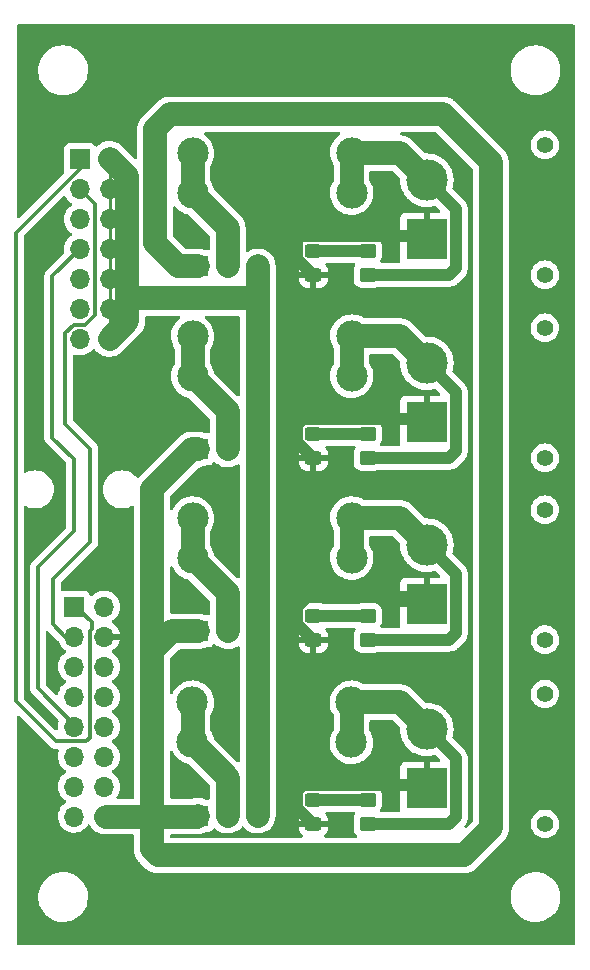
<source format=gbr>
%TF.GenerationSoftware,KiCad,Pcbnew,(6.0.0)*%
%TF.CreationDate,2022-03-16T00:12:01-04:00*%
%TF.ProjectId,OBD2PowerBreakOut_rev1,4f424432-506f-4776-9572-427265616b4f,rev?*%
%TF.SameCoordinates,Original*%
%TF.FileFunction,Copper,L1,Top*%
%TF.FilePolarity,Positive*%
%FSLAX46Y46*%
G04 Gerber Fmt 4.6, Leading zero omitted, Abs format (unit mm)*
G04 Created by KiCad (PCBNEW (6.0.0)) date 2022-03-16 00:12:01*
%MOMM*%
%LPD*%
G01*
G04 APERTURE LIST*
G04 Aperture macros list*
%AMRoundRect*
0 Rectangle with rounded corners*
0 $1 Rounding radius*
0 $2 $3 $4 $5 $6 $7 $8 $9 X,Y pos of 4 corners*
0 Add a 4 corners polygon primitive as box body*
4,1,4,$2,$3,$4,$5,$6,$7,$8,$9,$2,$3,0*
0 Add four circle primitives for the rounded corners*
1,1,$1+$1,$2,$3*
1,1,$1+$1,$4,$5*
1,1,$1+$1,$6,$7*
1,1,$1+$1,$8,$9*
0 Add four rect primitives between the rounded corners*
20,1,$1+$1,$2,$3,$4,$5,0*
20,1,$1+$1,$4,$5,$6,$7,0*
20,1,$1+$1,$6,$7,$8,$9,0*
20,1,$1+$1,$8,$9,$2,$3,0*%
G04 Aperture macros list end*
%TA.AperFunction,ComponentPad*%
%ADD10R,1.700000X1.700000*%
%TD*%
%TA.AperFunction,ComponentPad*%
%ADD11O,1.700000X1.700000*%
%TD*%
%TA.AperFunction,ComponentPad*%
%ADD12C,1.400000*%
%TD*%
%TA.AperFunction,ComponentPad*%
%ADD13R,3.500000X3.500000*%
%TD*%
%TA.AperFunction,ComponentPad*%
%ADD14C,3.500000*%
%TD*%
%TA.AperFunction,ComponentPad*%
%ADD15C,2.650000*%
%TD*%
%TA.AperFunction,SMDPad,CuDef*%
%ADD16RoundRect,0.250000X0.450000X-0.350000X0.450000X0.350000X-0.450000X0.350000X-0.450000X-0.350000X0*%
%TD*%
%TA.AperFunction,SMDPad,CuDef*%
%ADD17RoundRect,0.250000X0.450000X-0.325000X0.450000X0.325000X-0.450000X0.325000X-0.450000X-0.325000X0*%
%TD*%
%TA.AperFunction,Conductor*%
%ADD18C,0.300000*%
%TD*%
%TA.AperFunction,Conductor*%
%ADD19C,2.000000*%
%TD*%
%TA.AperFunction,Conductor*%
%ADD20C,1.000000*%
%TD*%
%TA.AperFunction,Conductor*%
%ADD21C,0.250000*%
%TD*%
G04 APERTURE END LIST*
D10*
%TO.P,J5,1,Pin_1*%
%TO.N,/1_vendor*%
X137922000Y-72405000D03*
D11*
%TO.P,J5,2,Pin_2*%
%TO.N,/2_SAEJ1850_Bus+*%
X140462000Y-72405000D03*
%TO.P,J5,3,Pin_3*%
%TO.N,/3_vendor*%
X137922000Y-74945000D03*
%TO.P,J5,4,Pin_4*%
%TO.N,Earth*%
X140462000Y-74945000D03*
%TO.P,J5,5,Pin_5*%
%TO.N,GND*%
X137922000Y-77485000D03*
%TO.P,J5,6,Pin_6*%
%TO.N,/6_ISO15765-4_CAN_HIGH*%
X140462000Y-77485000D03*
%TO.P,J5,7,Pin_7*%
%TO.N,/7_ISO9141_K-Line*%
X137922000Y-80025000D03*
%TO.P,J5,8,Pin_8*%
%TO.N,/8_vendor*%
X140462000Y-80025000D03*
%TO.P,J5,9,Pin_9*%
%TO.N,/9_vendor*%
X137922000Y-82565000D03*
%TO.P,J5,10,Pin_10*%
%TO.N,/10_SAEJ1850_Bus-*%
X140462000Y-82565000D03*
%TO.P,J5,11,Pin_11*%
%TO.N,/11_vendor*%
X137922000Y-85105000D03*
%TO.P,J5,12,Pin_12*%
%TO.N,/12_vendor*%
X140462000Y-85105000D03*
%TO.P,J5,13,Pin_13*%
%TO.N,/13_vendor*%
X137922000Y-87645000D03*
%TO.P,J5,14,Pin_14*%
%TO.N,/14_ISO15765-4_CAN_LOW*%
X140462000Y-87645000D03*
%TO.P,J5,15,Pin_15*%
%TO.N,/15_ISO9141_L-Line*%
X137922000Y-90185000D03*
%TO.P,J5,16,Pin_16*%
%TO.N,/16_12V*%
X140462000Y-90185000D03*
%TD*%
D12*
%TO.P,J1,*%
%TO.N,*%
X177800000Y-44300000D03*
X177800000Y-33300000D03*
D13*
%TO.P,J1,1,Pin_1*%
%TO.N,Earth*%
X167800000Y-41300000D03*
D14*
%TO.P,J1,2,Pin_2*%
%TO.N,Net-(F1-Pad1)*%
X167800000Y-36300000D03*
%TD*%
D12*
%TO.P,J3,*%
%TO.N,*%
X177800000Y-75200000D03*
X177800000Y-64200000D03*
D13*
%TO.P,J3,1,Pin_1*%
%TO.N,Earth*%
X167800000Y-72200000D03*
D14*
%TO.P,J3,2,Pin_2*%
%TO.N,Net-(F3-Pad1)*%
X167800000Y-67200000D03*
%TD*%
D12*
%TO.P,J2,*%
%TO.N,*%
X177800000Y-59800000D03*
X177800000Y-48800000D03*
D13*
%TO.P,J2,1,Pin_1*%
%TO.N,Earth*%
X167800000Y-56800000D03*
D14*
%TO.P,J2,2,Pin_2*%
%TO.N,Net-(F2-Pad1)*%
X167800000Y-51800000D03*
%TD*%
D12*
%TO.P,J4,*%
%TO.N,*%
X177800000Y-90800000D03*
X177800000Y-79800000D03*
D13*
%TO.P,J4,1,Pin_1*%
%TO.N,Earth*%
X167800000Y-87800000D03*
D14*
%TO.P,J4,2,Pin_2*%
%TO.N,Net-(F4-Pad1)*%
X167800000Y-82800000D03*
%TD*%
D11*
%TO.P,J6,14,Pin_14*%
%TO.N,/ACC*%
X140965000Y-49779000D03*
%TO.P,J6,13,Pin_13*%
%TO.N,/13_vendor*%
X138425000Y-49779000D03*
%TO.P,J6,12,Pin_12*%
%TO.N,/ACC*%
X140965000Y-47239000D03*
%TO.P,J6,11,Pin_11*%
%TO.N,/12_vendor*%
X138425000Y-47239000D03*
%TO.P,J6,10,Pin_10*%
%TO.N,/ACC*%
X140965000Y-44699000D03*
%TO.P,J6,9,Pin_9*%
%TO.N,/11_vendor*%
X138425000Y-44699000D03*
%TO.P,J6,8,Pin_8*%
%TO.N,/ACC*%
X140965000Y-42159000D03*
%TO.P,J6,7,Pin_7*%
%TO.N,/9_vendor*%
X138425000Y-42159000D03*
%TO.P,J6,6,Pin_6*%
%TO.N,/ACC*%
X140965000Y-39619000D03*
%TO.P,J6,5,Pin_5*%
%TO.N,/8_vendor*%
X138425000Y-39619000D03*
%TO.P,J6,4,Pin_4*%
%TO.N,/ACC*%
X140965000Y-37079000D03*
%TO.P,J6,3,Pin_3*%
%TO.N,/3_vendor*%
X138425000Y-37079000D03*
%TO.P,J6,2,Pin_2*%
%TO.N,/ACC*%
X140965000Y-34539000D03*
D10*
%TO.P,J6,1,Pin_1*%
%TO.N,/1_vendor*%
X138425000Y-34539000D03*
%TD*%
D15*
%TO.P,F1,1*%
%TO.N,Net-(F1-Pad1)*%
X161435000Y-37400000D03*
X161435000Y-34000000D03*
%TO.P,F1,2*%
%TO.N,Net-(F1-Pad2)*%
X147965000Y-34000000D03*
X147965000Y-37400000D03*
%TD*%
%TO.P,F4,1*%
%TO.N,Net-(F4-Pad1)*%
X161421000Y-83900000D03*
X161421000Y-80500000D03*
%TO.P,F4,2*%
%TO.N,Net-(F4-Pad2)*%
X147951000Y-80500000D03*
X147951000Y-83900000D03*
%TD*%
%TO.P,F3,1*%
%TO.N,Net-(F3-Pad1)*%
X161435000Y-68300000D03*
X161435000Y-64900000D03*
%TO.P,F3,2*%
%TO.N,Net-(F3-Pad2)*%
X147965000Y-64900000D03*
X147965000Y-68300000D03*
%TD*%
%TO.P,F2,1*%
%TO.N,Net-(F2-Pad1)*%
X161435000Y-52900000D03*
X161435000Y-49500000D03*
%TO.P,F2,2*%
%TO.N,Net-(F2-Pad2)*%
X147965000Y-49500000D03*
X147965000Y-52900000D03*
%TD*%
D10*
%TO.P,JP2,1,A*%
%TO.N,/16_12V*%
X148400000Y-59100000D03*
D11*
%TO.P,JP2,2,C*%
%TO.N,Net-(F2-Pad2)*%
X150940000Y-59100000D03*
%TO.P,JP2,3,B*%
%TO.N,/ACC*%
X153480000Y-59100000D03*
%TD*%
D16*
%TO.P,R2,1*%
%TO.N,Net-(F2-Pad1)*%
X162800000Y-59800000D03*
%TO.P,R2,2*%
%TO.N,Net-(D2-Pad2)*%
X162800000Y-57800000D03*
%TD*%
D10*
%TO.P,JP1,1,A*%
%TO.N,/16_12V*%
X148400000Y-43600000D03*
D11*
%TO.P,JP1,2,C*%
%TO.N,Net-(F1-Pad2)*%
X150940000Y-43600000D03*
%TO.P,JP1,3,B*%
%TO.N,/ACC*%
X153480000Y-43600000D03*
%TD*%
D10*
%TO.P,JP3,1,A*%
%TO.N,/16_12V*%
X148400000Y-74500000D03*
D11*
%TO.P,JP3,2,C*%
%TO.N,Net-(F3-Pad2)*%
X150940000Y-74500000D03*
%TO.P,JP3,3,B*%
%TO.N,/ACC*%
X153480000Y-74500000D03*
%TD*%
D17*
%TO.P,D3,1,K*%
%TO.N,Earth*%
X158200000Y-75225000D03*
%TO.P,D3,2,A*%
%TO.N,Net-(D3-Pad2)*%
X158200000Y-73175000D03*
%TD*%
D16*
%TO.P,R3,1*%
%TO.N,Net-(F3-Pad1)*%
X162800000Y-75200000D03*
%TO.P,R3,2*%
%TO.N,Net-(D3-Pad2)*%
X162800000Y-73200000D03*
%TD*%
D17*
%TO.P,D1,1,K*%
%TO.N,Earth*%
X158200000Y-44325000D03*
%TO.P,D1,2,A*%
%TO.N,Net-(D1-Pad2)*%
X158200000Y-42275000D03*
%TD*%
%TO.P,D2,1,K*%
%TO.N,Earth*%
X158200000Y-59825000D03*
%TO.P,D2,2,A*%
%TO.N,Net-(D2-Pad2)*%
X158200000Y-57775000D03*
%TD*%
D16*
%TO.P,R4,1*%
%TO.N,Net-(F4-Pad1)*%
X162800000Y-90800000D03*
%TO.P,R4,2*%
%TO.N,Net-(D4-Pad2)*%
X162800000Y-88800000D03*
%TD*%
%TO.P,R1,1*%
%TO.N,Net-(F1-Pad1)*%
X162800000Y-44300000D03*
%TO.P,R1,2*%
%TO.N,Net-(D1-Pad2)*%
X162800000Y-42300000D03*
%TD*%
D10*
%TO.P,JP4,1,A*%
%TO.N,/16_12V*%
X148400000Y-90100000D03*
D11*
%TO.P,JP4,2,C*%
%TO.N,Net-(F4-Pad2)*%
X150940000Y-90100000D03*
%TO.P,JP4,3,B*%
%TO.N,/ACC*%
X153480000Y-90100000D03*
%TD*%
D17*
%TO.P,D4,1,K*%
%TO.N,Earth*%
X158200000Y-90825000D03*
%TO.P,D4,2,A*%
%TO.N,Net-(D4-Pad2)*%
X158200000Y-88775000D03*
%TD*%
D18*
%TO.N,/3_vendor*%
X136144000Y-73914000D02*
X137170000Y-74940000D01*
X136144000Y-70104000D02*
X136144000Y-73914000D01*
X139299511Y-66948489D02*
X136144000Y-70104000D01*
X139299511Y-59035511D02*
X139299511Y-66948489D01*
X137200489Y-49243145D02*
X137200489Y-56936489D01*
X138896855Y-48540489D02*
X137903145Y-48540489D01*
X139700000Y-47737344D02*
X138896855Y-48540489D01*
X137200489Y-56936489D02*
X139299511Y-59035511D01*
X139700000Y-38340000D02*
X139700000Y-47737344D01*
X137170000Y-74940000D02*
X138100000Y-74940000D01*
X137903145Y-48540489D02*
X137200489Y-49243145D01*
X138400000Y-37040000D02*
X139700000Y-38340000D01*
%TO.N,/1_vendor*%
X138400000Y-35336000D02*
X138400000Y-34500000D01*
X133002479Y-40733521D02*
X138400000Y-35336000D01*
X133002479Y-80424479D02*
X133002479Y-40733521D01*
X139262489Y-74448145D02*
X139262489Y-83495511D01*
X136398000Y-83820000D02*
X133002479Y-80424479D01*
X139440489Y-74270145D02*
X139262489Y-74448145D01*
X138938000Y-83820000D02*
X136398000Y-83820000D01*
X138100000Y-72400000D02*
X139440489Y-73740489D01*
X139440489Y-73740489D02*
X139440489Y-74270145D01*
X139262489Y-83495511D02*
X138938000Y-83820000D01*
D19*
%TO.N,/16_12V*%
X146724000Y-43600000D02*
X148400000Y-43600000D01*
X144780000Y-41656000D02*
X146724000Y-43600000D01*
X144780000Y-32004000D02*
X144780000Y-41656000D01*
X146050000Y-30734000D02*
X144780000Y-32004000D01*
X173228000Y-34798000D02*
X169164000Y-30734000D01*
X173228000Y-91186000D02*
X173228000Y-34798000D01*
X170942000Y-93472000D02*
X173228000Y-91186000D01*
X145034000Y-93472000D02*
X170942000Y-93472000D01*
X169164000Y-30734000D02*
X146050000Y-30734000D01*
X144526000Y-90190000D02*
X144526000Y-92964000D01*
X144526000Y-92964000D02*
X145034000Y-93472000D01*
X144536000Y-90180000D02*
X144526000Y-90190000D01*
%TO.N,Net-(F4-Pad2)*%
X150940000Y-86875000D02*
X150940000Y-90100000D01*
X147965000Y-83900000D02*
X150940000Y-86875000D01*
X147965000Y-80500000D02*
X147965000Y-83900000D01*
%TO.N,Net-(F4-Pad1)*%
X165500000Y-80500000D02*
X167800000Y-82800000D01*
X161435000Y-80500000D02*
X165500000Y-80500000D01*
X161435000Y-80500000D02*
X161435000Y-83900000D01*
%TO.N,Net-(F3-Pad1)*%
X165500000Y-64900000D02*
X167800000Y-67200000D01*
X161435000Y-64900000D02*
X165500000Y-64900000D01*
X161435000Y-64900000D02*
X161435000Y-68300000D01*
%TO.N,Net-(F3-Pad2)*%
X150940000Y-71275000D02*
X150940000Y-74500000D01*
X147965000Y-68300000D02*
X150940000Y-71275000D01*
X147965000Y-64900000D02*
X147965000Y-68300000D01*
%TO.N,Net-(F2-Pad2)*%
X150940000Y-55875000D02*
X150940000Y-59100000D01*
X147965000Y-52900000D02*
X150940000Y-55875000D01*
%TO.N,Net-(F2-Pad1)*%
X161435000Y-49500000D02*
X165500000Y-49500000D01*
X161435000Y-49500000D02*
X161435000Y-52900000D01*
%TO.N,Net-(F2-Pad2)*%
X147965000Y-49500000D02*
X147965000Y-52900000D01*
%TO.N,Net-(F1-Pad2)*%
X150940000Y-40375000D02*
X150940000Y-43600000D01*
X147965000Y-37400000D02*
X150940000Y-40375000D01*
%TO.N,Net-(F1-Pad1)*%
X161435000Y-34000000D02*
X165500000Y-34000000D01*
X161435000Y-34000000D02*
X161435000Y-37400000D01*
%TO.N,Net-(F1-Pad2)*%
X147965000Y-34000000D02*
X147965000Y-37400000D01*
%TO.N,/16_12V*%
X147910000Y-59100000D02*
X144536000Y-62474000D01*
X148400000Y-59100000D02*
X147910000Y-59100000D01*
X144536000Y-62474000D02*
X144536000Y-78222000D01*
D18*
%TO.N,/9_vendor*%
X136070000Y-58092000D02*
X136070000Y-44450000D01*
X137922000Y-66040000D02*
X137922000Y-59944000D01*
X137922000Y-59944000D02*
X136070000Y-58092000D01*
X134874000Y-69088000D02*
X137922000Y-66040000D01*
X138100000Y-82560000D02*
X134874000Y-79334000D01*
X134874000Y-79334000D02*
X134874000Y-69088000D01*
X136070000Y-44450000D02*
X138400000Y-42120000D01*
D19*
%TO.N,/16_12V*%
X144536000Y-76190000D02*
X144536000Y-78222000D01*
X144536000Y-78222000D02*
X144536000Y-90180000D01*
X146226000Y-74500000D02*
X144536000Y-76190000D01*
X148400000Y-74500000D02*
X146226000Y-74500000D01*
D20*
%TO.N,Earth*%
X158132176Y-59825000D02*
X156800480Y-58493304D01*
X158200000Y-59825000D02*
X158132176Y-59825000D01*
X157629176Y-71628000D02*
X167228000Y-71628000D01*
X157355520Y-87500480D02*
X167500480Y-87500480D01*
X158132176Y-44325000D02*
X156800480Y-42993304D01*
X156800480Y-42993304D02*
X156800480Y-41319520D01*
X158200000Y-44325000D02*
X158132176Y-44325000D01*
X167500480Y-56500480D02*
X167800000Y-56800000D01*
X156800480Y-57056696D02*
X157356696Y-56500480D01*
X156800480Y-89493304D02*
X156800480Y-88055520D01*
X157356696Y-56500480D02*
X167500480Y-56500480D01*
X167500480Y-41000480D02*
X167800000Y-41300000D01*
X156800480Y-72456696D02*
X157629176Y-71628000D01*
X167500480Y-87500480D02*
X167800000Y-87800000D01*
X158132176Y-75225000D02*
X156800480Y-73893304D01*
X158200000Y-75225000D02*
X158132176Y-75225000D01*
X157119520Y-41000480D02*
X167500480Y-41000480D01*
X167228000Y-71628000D02*
X167800000Y-72200000D01*
X156800480Y-88055520D02*
X157355520Y-87500480D01*
X156800480Y-58493304D02*
X156800480Y-57056696D01*
X158132176Y-90825000D02*
X156800480Y-89493304D01*
X156800480Y-41319520D02*
X157119520Y-41000480D01*
X156800480Y-73893304D02*
X156800480Y-72456696D01*
X158200000Y-90825000D02*
X158132176Y-90825000D01*
%TO.N,Net-(D1-Pad2)*%
X158225000Y-42300000D02*
X158200000Y-42275000D01*
X162800000Y-42300000D02*
X158225000Y-42300000D01*
%TO.N,Net-(D2-Pad2)*%
X162775000Y-57775000D02*
X162800000Y-57800000D01*
X158200000Y-57775000D02*
X162775000Y-57775000D01*
%TO.N,Net-(D3-Pad2)*%
X158200000Y-73175000D02*
X162775000Y-73175000D01*
X162775000Y-73175000D02*
X162800000Y-73200000D01*
%TO.N,Net-(D4-Pad2)*%
X158200000Y-88775000D02*
X162775000Y-88775000D01*
X162775000Y-88775000D02*
X162800000Y-88800000D01*
%TO.N,Net-(F1-Pad1)*%
X169699022Y-44300000D02*
X170249511Y-43749511D01*
D19*
X165500000Y-34000000D02*
X167800000Y-36300000D01*
D20*
X162800000Y-44300000D02*
X169699022Y-44300000D01*
X170249511Y-43749511D02*
X170249511Y-38749511D01*
X170249511Y-38749511D02*
X167800000Y-36300000D01*
%TO.N,Net-(F2-Pad1)*%
X169699022Y-59800000D02*
X170249511Y-59249511D01*
X170249511Y-54249511D02*
X167800000Y-51800000D01*
X162800000Y-59800000D02*
X169699022Y-59800000D01*
D19*
X165500000Y-49500000D02*
X167800000Y-51800000D01*
D20*
X170249511Y-59249511D02*
X170249511Y-54249511D01*
%TO.N,Net-(F3-Pad1)*%
X162800000Y-75200000D02*
X169699022Y-75200000D01*
X170249511Y-74649511D02*
X170249511Y-69649511D01*
X170249511Y-69649511D02*
X167800000Y-67200000D01*
X169699022Y-75200000D02*
X170249511Y-74649511D01*
%TO.N,Net-(F4-Pad1)*%
X170249511Y-90249511D02*
X170249511Y-85249511D01*
X170249511Y-85249511D02*
X167800000Y-82800000D01*
X169699022Y-90800000D02*
X170249511Y-90249511D01*
X162800000Y-90800000D02*
X169699022Y-90800000D01*
D19*
%TO.N,/16_12V*%
X148320000Y-90180000D02*
X148400000Y-90100000D01*
X144536000Y-90180000D02*
X148320000Y-90180000D01*
X140640000Y-90180000D02*
X144536000Y-90180000D01*
%TO.N,/ACC*%
X153480000Y-43600000D02*
X153480000Y-46292000D01*
D21*
X140940000Y-44660000D02*
X140940000Y-46258000D01*
D19*
X142430000Y-46292000D02*
X142430000Y-48250000D01*
D21*
X140940000Y-40864000D02*
X140940000Y-42120000D01*
D19*
X153480000Y-46292000D02*
X142430000Y-46292000D01*
X153480000Y-59100000D02*
X153480000Y-74500000D01*
D21*
X140940000Y-42120000D02*
X140940000Y-44660000D01*
D19*
X142430000Y-48250000D02*
X140940000Y-49740000D01*
D21*
X140940000Y-47200000D02*
X140940000Y-49740000D01*
D19*
X153480000Y-46292000D02*
X153480000Y-59100000D01*
X153480000Y-74500000D02*
X153480000Y-90100000D01*
D21*
X140940000Y-34500000D02*
X140940000Y-37040000D01*
X140940000Y-37040000D02*
X140940000Y-39580000D01*
D19*
X142430000Y-35990000D02*
X140940000Y-34500000D01*
D21*
X140940000Y-39580000D02*
X140940000Y-40864000D01*
D19*
X142430000Y-46292000D02*
X142430000Y-35990000D01*
D21*
X140940000Y-46258000D02*
X140940000Y-47200000D01*
%TD*%
%TA.AperFunction,Conductor*%
%TO.N,Earth*%
G36*
X160415786Y-32262502D02*
G01*
X160462279Y-32316158D01*
X160472383Y-32386432D01*
X160442889Y-32451012D01*
X160420923Y-32471015D01*
X160263298Y-32583656D01*
X160075423Y-32762880D01*
X159914675Y-32966788D01*
X159912443Y-32970630D01*
X159912440Y-32970635D01*
X159786499Y-33187457D01*
X159786496Y-33187464D01*
X159784261Y-33191311D01*
X159761406Y-33247738D01*
X159688457Y-33427838D01*
X159688454Y-33427846D01*
X159686784Y-33431970D01*
X159624189Y-33683963D01*
X159597724Y-33942261D01*
X159597899Y-33946713D01*
X159606876Y-34175182D01*
X159607918Y-34201712D01*
X159654567Y-34457138D01*
X159736740Y-34703442D01*
X159738730Y-34707425D01*
X159738731Y-34707427D01*
X159815039Y-34860141D01*
X159852799Y-34935711D01*
X159855326Y-34939367D01*
X159855327Y-34939369D01*
X159904153Y-35010014D01*
X159926500Y-35081653D01*
X159926500Y-36312491D01*
X159909454Y-36375776D01*
X159875147Y-36434840D01*
X159786499Y-36587457D01*
X159786496Y-36587464D01*
X159784261Y-36591311D01*
X159764685Y-36639643D01*
X159688457Y-36827838D01*
X159688454Y-36827846D01*
X159686784Y-36831970D01*
X159624189Y-37083963D01*
X159597724Y-37342261D01*
X159597899Y-37346713D01*
X159604653Y-37518602D01*
X159607918Y-37601712D01*
X159654567Y-37857138D01*
X159736740Y-38103442D01*
X159738730Y-38107425D01*
X159738731Y-38107427D01*
X159825587Y-38281251D01*
X159852799Y-38335711D01*
X159855326Y-38339367D01*
X159855327Y-38339369D01*
X159971852Y-38507967D01*
X160000426Y-38549310D01*
X160176677Y-38739978D01*
X160180131Y-38742790D01*
X160374578Y-38901095D01*
X160374582Y-38901098D01*
X160378035Y-38903909D01*
X160600482Y-39037833D01*
X160604577Y-39039567D01*
X160604579Y-39039568D01*
X160835480Y-39137342D01*
X160835487Y-39137344D01*
X160839581Y-39139078D01*
X161090559Y-39205624D01*
X161094983Y-39206148D01*
X161094985Y-39206148D01*
X161198416Y-39218389D01*
X161348410Y-39236142D01*
X161607988Y-39230025D01*
X161612384Y-39229293D01*
X161612387Y-39229293D01*
X161859713Y-39188127D01*
X161859717Y-39188126D01*
X161864115Y-39187394D01*
X162111680Y-39109099D01*
X162345744Y-38996704D01*
X162379914Y-38973872D01*
X162557927Y-38854928D01*
X162557931Y-38854925D01*
X162561635Y-38852450D01*
X162564952Y-38849479D01*
X162564956Y-38849476D01*
X162751730Y-38682187D01*
X162751731Y-38682186D01*
X162755048Y-38679215D01*
X162922121Y-38480457D01*
X163059523Y-38260141D01*
X163086617Y-38198857D01*
X163162713Y-38026729D01*
X163164511Y-38022662D01*
X163234991Y-37772760D01*
X163245621Y-37693616D01*
X163269129Y-37518602D01*
X163269130Y-37518594D01*
X163269556Y-37515420D01*
X163273183Y-37400000D01*
X163254845Y-37140998D01*
X163243521Y-37088397D01*
X163201132Y-36891510D01*
X163201132Y-36891508D01*
X163200196Y-36887163D01*
X163110326Y-36643561D01*
X162987029Y-36415052D01*
X162968149Y-36389491D01*
X162943766Y-36322813D01*
X162943500Y-36314631D01*
X162943500Y-35634500D01*
X162963502Y-35566379D01*
X163017158Y-35519886D01*
X163069500Y-35508500D01*
X164822969Y-35508500D01*
X164891090Y-35528502D01*
X164912064Y-35545405D01*
X165504282Y-36137623D01*
X165538308Y-36199935D01*
X165540917Y-36234959D01*
X165540110Y-36247277D01*
X165536654Y-36300000D01*
X165536924Y-36304119D01*
X165555495Y-36587457D01*
X165556017Y-36595426D01*
X165556819Y-36599459D01*
X165556820Y-36599465D01*
X165602247Y-36827838D01*
X165613776Y-36885797D01*
X165615103Y-36889706D01*
X165615104Y-36889710D01*
X165698925Y-37136640D01*
X165708941Y-37166145D01*
X165710765Y-37169843D01*
X165825855Y-37403222D01*
X165839885Y-37431673D01*
X165842179Y-37435106D01*
X165970047Y-37626474D01*
X166004367Y-37677838D01*
X166007081Y-37680932D01*
X166007085Y-37680938D01*
X166157768Y-37852758D01*
X166199573Y-37900427D01*
X166202662Y-37903136D01*
X166419062Y-38092915D01*
X166419068Y-38092919D01*
X166422162Y-38095633D01*
X166425588Y-38097922D01*
X166425593Y-38097926D01*
X166568514Y-38193422D01*
X166668327Y-38260115D01*
X166672026Y-38261939D01*
X166672031Y-38261942D01*
X166808313Y-38329148D01*
X166933855Y-38391059D01*
X166937760Y-38392384D01*
X166937761Y-38392385D01*
X167210290Y-38484896D01*
X167210294Y-38484897D01*
X167214203Y-38486224D01*
X167218247Y-38487028D01*
X167218253Y-38487030D01*
X167500535Y-38543180D01*
X167500541Y-38543181D01*
X167504574Y-38543983D01*
X167508679Y-38544252D01*
X167508686Y-38544253D01*
X167795881Y-38563076D01*
X167800000Y-38563346D01*
X167804119Y-38563076D01*
X168091314Y-38544253D01*
X168091321Y-38544252D01*
X168095426Y-38543983D01*
X168099459Y-38543181D01*
X168099465Y-38543180D01*
X168381747Y-38487030D01*
X168381753Y-38487028D01*
X168385797Y-38486224D01*
X168389702Y-38484898D01*
X168389711Y-38484896D01*
X168441652Y-38467264D01*
X168512587Y-38464308D01*
X168571248Y-38497482D01*
X168900671Y-38826905D01*
X168934697Y-38889217D01*
X168929632Y-38960032D01*
X168887085Y-39016868D01*
X168820565Y-39041679D01*
X168811576Y-39042000D01*
X168072115Y-39042000D01*
X168056876Y-39046475D01*
X168055671Y-39047865D01*
X168054000Y-39055548D01*
X168054000Y-41428000D01*
X168033998Y-41496121D01*
X167980342Y-41542614D01*
X167928000Y-41554000D01*
X165560116Y-41554000D01*
X165544877Y-41558475D01*
X165543672Y-41559865D01*
X165542001Y-41567548D01*
X165542001Y-43094669D01*
X165542371Y-43101491D01*
X165547845Y-43151895D01*
X165535316Y-43221777D01*
X165486994Y-43273792D01*
X165422582Y-43291500D01*
X163971309Y-43291500D01*
X163903188Y-43271498D01*
X163856695Y-43217842D01*
X163846591Y-43147568D01*
X163864049Y-43099384D01*
X163938275Y-42978968D01*
X163938276Y-42978966D01*
X163942115Y-42972738D01*
X163997797Y-42804861D01*
X164008500Y-42700400D01*
X164008500Y-41899600D01*
X163997526Y-41793834D01*
X163941550Y-41626054D01*
X163848478Y-41475652D01*
X163723303Y-41350695D01*
X163636845Y-41297401D01*
X163578968Y-41261725D01*
X163578966Y-41261724D01*
X163572738Y-41257885D01*
X163412254Y-41204655D01*
X163411389Y-41204368D01*
X163411387Y-41204368D01*
X163404861Y-41202203D01*
X163398025Y-41201503D01*
X163398022Y-41201502D01*
X163354969Y-41197091D01*
X163300400Y-41191500D01*
X162299600Y-41191500D01*
X162296354Y-41191837D01*
X162296350Y-41191837D01*
X162200692Y-41201762D01*
X162200688Y-41201763D01*
X162193834Y-41202474D01*
X162187298Y-41204655D01*
X162187296Y-41204655D01*
X162055194Y-41248728D01*
X162026054Y-41258450D01*
X162019826Y-41262304D01*
X162019824Y-41262305D01*
X162003117Y-41272644D01*
X161936814Y-41291500D01*
X159062985Y-41291500D01*
X158996868Y-41272759D01*
X158978970Y-41261726D01*
X158978967Y-41261724D01*
X158972738Y-41257885D01*
X158812254Y-41204655D01*
X158811389Y-41204368D01*
X158811387Y-41204368D01*
X158804861Y-41202203D01*
X158798025Y-41201503D01*
X158798022Y-41201502D01*
X158754969Y-41197091D01*
X158700400Y-41191500D01*
X157699600Y-41191500D01*
X157696354Y-41191837D01*
X157696350Y-41191837D01*
X157600692Y-41201762D01*
X157600688Y-41201763D01*
X157593834Y-41202474D01*
X157587298Y-41204655D01*
X157587296Y-41204655D01*
X157455194Y-41248728D01*
X157426054Y-41258450D01*
X157275652Y-41351522D01*
X157150695Y-41476697D01*
X157146855Y-41482927D01*
X157146854Y-41482928D01*
X157103045Y-41554000D01*
X157057885Y-41627262D01*
X157002203Y-41795139D01*
X156991500Y-41899600D01*
X156991500Y-42650400D01*
X156991837Y-42653646D01*
X156991837Y-42653650D01*
X156997020Y-42703598D01*
X157002474Y-42756166D01*
X157058450Y-42923946D01*
X157151522Y-43074348D01*
X157156704Y-43079521D01*
X157194888Y-43117638D01*
X157276697Y-43199305D01*
X157281235Y-43202102D01*
X157321824Y-43259353D01*
X157325054Y-43330276D01*
X157289428Y-43391687D01*
X157280932Y-43399062D01*
X157270793Y-43407098D01*
X157156261Y-43521829D01*
X157147249Y-43533240D01*
X157062184Y-43671243D01*
X157056037Y-43684424D01*
X157004862Y-43838710D01*
X157001995Y-43852086D01*
X156992328Y-43946438D01*
X156992000Y-43952855D01*
X156992000Y-44052885D01*
X156996475Y-44068124D01*
X156997865Y-44069329D01*
X157005548Y-44071000D01*
X159389884Y-44071000D01*
X159405123Y-44066525D01*
X159406328Y-44065135D01*
X159407999Y-44057452D01*
X159407999Y-43952905D01*
X159407662Y-43946386D01*
X159397743Y-43850794D01*
X159394851Y-43837400D01*
X159343412Y-43683216D01*
X159337239Y-43670038D01*
X159251937Y-43532193D01*
X159238354Y-43515055D01*
X159240249Y-43513553D01*
X159211708Y-43461391D01*
X159216711Y-43390570D01*
X159259208Y-43333698D01*
X159325707Y-43308829D01*
X159334805Y-43308500D01*
X161628691Y-43308500D01*
X161696812Y-43328502D01*
X161743305Y-43382158D01*
X161753409Y-43452432D01*
X161735951Y-43500616D01*
X161710739Y-43541518D01*
X161657885Y-43627262D01*
X161655581Y-43634209D01*
X161616164Y-43753049D01*
X161602203Y-43795139D01*
X161591500Y-43899600D01*
X161591500Y-44700400D01*
X161591837Y-44703646D01*
X161591837Y-44703650D01*
X161601752Y-44799206D01*
X161602474Y-44806166D01*
X161604655Y-44812702D01*
X161604655Y-44812704D01*
X161648728Y-44944806D01*
X161658450Y-44973946D01*
X161751522Y-45124348D01*
X161756704Y-45129521D01*
X161818451Y-45191161D01*
X161876697Y-45249305D01*
X161882927Y-45253145D01*
X161882928Y-45253146D01*
X162020288Y-45337816D01*
X162027262Y-45342115D01*
X162107005Y-45368564D01*
X162188611Y-45395632D01*
X162188613Y-45395632D01*
X162195139Y-45397797D01*
X162201975Y-45398497D01*
X162201978Y-45398498D01*
X162245031Y-45402909D01*
X162299600Y-45408500D01*
X163300400Y-45408500D01*
X163303646Y-45408163D01*
X163303650Y-45408163D01*
X163399308Y-45398238D01*
X163399312Y-45398237D01*
X163406166Y-45397526D01*
X163412702Y-45395345D01*
X163412704Y-45395345D01*
X163546853Y-45350589D01*
X163573946Y-45341550D01*
X163580913Y-45337239D01*
X163596883Y-45327356D01*
X163663186Y-45308500D01*
X169637179Y-45308500D01*
X169650786Y-45309237D01*
X169682284Y-45312659D01*
X169682289Y-45312659D01*
X169688410Y-45313324D01*
X169714660Y-45311027D01*
X169738410Y-45308950D01*
X169743236Y-45308621D01*
X169745708Y-45308500D01*
X169748791Y-45308500D01*
X169760760Y-45307326D01*
X169791528Y-45304310D01*
X169792841Y-45304188D01*
X169837106Y-45300315D01*
X169885435Y-45296087D01*
X169890554Y-45294600D01*
X169895855Y-45294080D01*
X169984856Y-45267209D01*
X169985989Y-45266874D01*
X170069436Y-45242630D01*
X170069440Y-45242628D01*
X170075358Y-45240909D01*
X170080090Y-45238456D01*
X170085191Y-45236916D01*
X170106839Y-45225406D01*
X170167282Y-45193269D01*
X170168448Y-45192657D01*
X170245475Y-45152729D01*
X170250948Y-45149892D01*
X170255111Y-45146569D01*
X170259818Y-45144066D01*
X170331940Y-45085245D01*
X170332796Y-45084554D01*
X170371995Y-45053262D01*
X170374499Y-45050758D01*
X170375217Y-45050116D01*
X170379550Y-45046415D01*
X170413084Y-45019065D01*
X170442310Y-44983736D01*
X170450301Y-44974955D01*
X170918890Y-44506366D01*
X170929033Y-44497264D01*
X170953729Y-44477408D01*
X170958536Y-44473543D01*
X170990803Y-44435089D01*
X170993983Y-44431442D01*
X170995626Y-44429630D01*
X170997820Y-44427436D01*
X171025153Y-44394162D01*
X171025859Y-44393311D01*
X171030099Y-44388259D01*
X171085665Y-44322037D01*
X171088233Y-44317367D01*
X171091614Y-44313250D01*
X171122651Y-44255366D01*
X171135488Y-44231425D01*
X171136117Y-44230266D01*
X171177973Y-44154130D01*
X171177976Y-44154122D01*
X171180944Y-44148724D01*
X171182556Y-44143642D01*
X171185073Y-44138948D01*
X171212273Y-44049980D01*
X171212619Y-44048869D01*
X171221186Y-44021866D01*
X171240746Y-43960205D01*
X171241340Y-43954909D01*
X171242898Y-43949813D01*
X171252301Y-43857254D01*
X171252422Y-43856118D01*
X171258011Y-43806284D01*
X171258011Y-43802757D01*
X171258066Y-43801772D01*
X171258513Y-43796092D01*
X171262885Y-43753049D01*
X171258570Y-43707402D01*
X171258011Y-43695544D01*
X171258011Y-38811361D01*
X171258748Y-38797753D01*
X171262170Y-38766250D01*
X171262836Y-38760123D01*
X171258458Y-38710081D01*
X171258132Y-38705299D01*
X171258011Y-38702821D01*
X171258011Y-38699742D01*
X171257712Y-38696688D01*
X171257711Y-38696677D01*
X171253824Y-38657040D01*
X171253702Y-38655726D01*
X171250594Y-38620199D01*
X171245598Y-38563098D01*
X171244111Y-38557979D01*
X171243591Y-38552678D01*
X171216720Y-38463677D01*
X171216385Y-38462544D01*
X171192141Y-38379097D01*
X171192139Y-38379093D01*
X171190420Y-38373175D01*
X171187967Y-38368443D01*
X171186427Y-38363342D01*
X171171736Y-38335711D01*
X171142780Y-38281251D01*
X171142168Y-38280085D01*
X171102240Y-38203058D01*
X171099403Y-38197585D01*
X171096080Y-38193422D01*
X171093577Y-38188715D01*
X171034772Y-38116613D01*
X171033944Y-38115586D01*
X171004980Y-38079303D01*
X171004975Y-38079298D01*
X171002773Y-38076539D01*
X171000272Y-38074038D01*
X170999630Y-38073320D01*
X170995917Y-38068972D01*
X170979653Y-38049031D01*
X170968576Y-38035449D01*
X170963834Y-38031526D01*
X170963832Y-38031524D01*
X170933238Y-38006214D01*
X170924458Y-37998224D01*
X169997482Y-37071248D01*
X169963456Y-37008936D01*
X169967264Y-36941652D01*
X169984896Y-36889711D01*
X169984898Y-36889702D01*
X169986224Y-36885797D01*
X169997753Y-36827838D01*
X170043180Y-36599465D01*
X170043181Y-36599459D01*
X170043983Y-36595426D01*
X170044506Y-36587457D01*
X170063076Y-36304119D01*
X170063346Y-36300000D01*
X170057932Y-36217401D01*
X170044253Y-36008686D01*
X170044252Y-36008679D01*
X170043983Y-36004574D01*
X170022685Y-35897500D01*
X169987030Y-35718253D01*
X169987028Y-35718247D01*
X169986224Y-35714203D01*
X169968853Y-35663028D01*
X169892385Y-35437761D01*
X169892384Y-35437760D01*
X169891059Y-35433855D01*
X169760115Y-35168327D01*
X169654334Y-35010014D01*
X169597926Y-34925593D01*
X169597922Y-34925588D01*
X169595633Y-34922162D01*
X169592919Y-34919068D01*
X169592915Y-34919062D01*
X169403136Y-34702662D01*
X169400427Y-34699573D01*
X169397338Y-34696864D01*
X169180938Y-34507085D01*
X169180932Y-34507081D01*
X169177838Y-34504367D01*
X169174412Y-34502078D01*
X169174407Y-34502074D01*
X168935106Y-34342179D01*
X168931673Y-34339885D01*
X168927974Y-34338061D01*
X168927969Y-34338058D01*
X168740871Y-34245792D01*
X168666145Y-34208941D01*
X168566694Y-34175182D01*
X168389710Y-34115104D01*
X168389706Y-34115103D01*
X168385797Y-34113776D01*
X168381753Y-34112972D01*
X168381747Y-34112970D01*
X168099465Y-34056820D01*
X168099459Y-34056819D01*
X168095426Y-34056017D01*
X168091321Y-34055748D01*
X168091314Y-34055747D01*
X167804119Y-34036924D01*
X167800000Y-34036654D01*
X167795881Y-34036924D01*
X167734959Y-34040917D01*
X167665676Y-34025413D01*
X167637623Y-34004282D01*
X166583675Y-32950334D01*
X166581221Y-32947812D01*
X166516138Y-32878988D01*
X166516135Y-32878986D01*
X166512668Y-32875319D01*
X166450239Y-32827589D01*
X166445108Y-32823448D01*
X166389133Y-32775809D01*
X166389132Y-32775808D01*
X166385280Y-32772530D01*
X166380955Y-32769911D01*
X166380950Y-32769907D01*
X166357176Y-32755509D01*
X166345929Y-32747837D01*
X166319826Y-32727880D01*
X166250592Y-32690757D01*
X166244868Y-32687493D01*
X166181966Y-32649398D01*
X166177642Y-32646779D01*
X166147181Y-32634472D01*
X166134841Y-32628692D01*
X166110350Y-32615560D01*
X166110351Y-32615560D01*
X166105891Y-32613169D01*
X166101110Y-32611523D01*
X166101106Y-32611521D01*
X166031599Y-32587588D01*
X166025421Y-32585278D01*
X165957266Y-32557742D01*
X165957267Y-32557742D01*
X165952571Y-32555845D01*
X165920539Y-32548568D01*
X165907441Y-32544837D01*
X165876369Y-32534138D01*
X165798900Y-32520757D01*
X165792496Y-32519477D01*
X165715856Y-32502065D01*
X165683047Y-32500001D01*
X165669547Y-32498415D01*
X165637164Y-32492821D01*
X165637162Y-32492821D01*
X165637437Y-32491230D01*
X165577969Y-32466522D01*
X165537542Y-32408159D01*
X165535086Y-32337205D01*
X165571381Y-32276187D01*
X165634902Y-32244478D01*
X165657138Y-32242500D01*
X168486969Y-32242500D01*
X168555090Y-32262502D01*
X168576064Y-32279405D01*
X171682595Y-35385936D01*
X171716621Y-35448248D01*
X171719500Y-35475031D01*
X171719500Y-90508969D01*
X171699498Y-90577090D01*
X171682595Y-90598064D01*
X171184862Y-91095797D01*
X171122550Y-91129823D01*
X171051735Y-91124758D01*
X170994899Y-91082211D01*
X170970088Y-91015691D01*
X170985179Y-90946317D01*
X170998398Y-90926732D01*
X171025153Y-90894162D01*
X171025859Y-90893311D01*
X171026965Y-90891994D01*
X171085665Y-90822037D01*
X171088233Y-90817367D01*
X171091614Y-90813250D01*
X171135488Y-90731425D01*
X171136117Y-90730266D01*
X171177973Y-90654130D01*
X171177976Y-90654122D01*
X171180944Y-90648724D01*
X171182556Y-90643642D01*
X171185073Y-90638948D01*
X171212273Y-90549980D01*
X171212619Y-90548869D01*
X171225277Y-90508969D01*
X171240746Y-90460205D01*
X171241340Y-90454909D01*
X171242898Y-90449813D01*
X171252301Y-90357254D01*
X171252422Y-90356118D01*
X171258011Y-90306284D01*
X171258011Y-90302757D01*
X171258066Y-90301772D01*
X171258513Y-90296092D01*
X171262885Y-90253049D01*
X171258570Y-90207402D01*
X171258011Y-90195544D01*
X171258011Y-85311361D01*
X171258748Y-85297753D01*
X171262170Y-85266250D01*
X171262836Y-85260123D01*
X171258458Y-85210081D01*
X171258132Y-85205299D01*
X171258011Y-85202821D01*
X171258011Y-85199742D01*
X171257712Y-85196688D01*
X171257711Y-85196677D01*
X171253824Y-85157040D01*
X171253702Y-85155726D01*
X171246134Y-85069229D01*
X171245598Y-85063098D01*
X171244111Y-85057979D01*
X171243591Y-85052678D01*
X171216720Y-84963677D01*
X171216385Y-84962544D01*
X171192141Y-84879097D01*
X171192139Y-84879093D01*
X171190420Y-84873175D01*
X171187967Y-84868443D01*
X171186427Y-84863342D01*
X171181836Y-84854707D01*
X171142780Y-84781251D01*
X171142168Y-84780085D01*
X171102240Y-84703058D01*
X171099403Y-84697585D01*
X171096080Y-84693422D01*
X171093577Y-84688715D01*
X171073768Y-84664426D01*
X171034772Y-84616613D01*
X171033944Y-84615586D01*
X171004980Y-84579303D01*
X171004975Y-84579298D01*
X171002773Y-84576539D01*
X171000272Y-84574038D01*
X170999630Y-84573320D01*
X170995917Y-84568972D01*
X170988153Y-84559452D01*
X170968576Y-84535449D01*
X170963834Y-84531526D01*
X170963832Y-84531524D01*
X170933238Y-84506214D01*
X170924458Y-84498224D01*
X169997482Y-83571248D01*
X169963456Y-83508936D01*
X169967264Y-83441652D01*
X169984896Y-83389711D01*
X169984898Y-83389702D01*
X169986224Y-83385797D01*
X170009004Y-83271277D01*
X170043180Y-83099465D01*
X170043181Y-83099459D01*
X170043983Y-83095426D01*
X170044506Y-83087457D01*
X170063076Y-82804119D01*
X170063346Y-82800000D01*
X170059083Y-82734959D01*
X170044253Y-82508686D01*
X170044252Y-82508679D01*
X170043983Y-82504574D01*
X170011717Y-82342361D01*
X169987030Y-82218253D01*
X169987028Y-82218247D01*
X169986224Y-82214203D01*
X169957886Y-82130720D01*
X169892385Y-81937761D01*
X169892384Y-81937760D01*
X169891059Y-81933855D01*
X169760115Y-81668327D01*
X169607135Y-81439376D01*
X169597926Y-81425593D01*
X169597922Y-81425588D01*
X169595633Y-81422162D01*
X169592919Y-81419068D01*
X169592915Y-81419062D01*
X169403136Y-81202662D01*
X169400427Y-81199573D01*
X169312727Y-81122662D01*
X169180938Y-81007085D01*
X169180932Y-81007081D01*
X169177838Y-81004367D01*
X169174412Y-81002078D01*
X169174407Y-81002074D01*
X168935106Y-80842179D01*
X168931673Y-80839885D01*
X168927974Y-80838061D01*
X168927969Y-80838058D01*
X168791687Y-80770852D01*
X168666145Y-80708941D01*
X168631743Y-80697263D01*
X168389710Y-80615104D01*
X168389706Y-80615103D01*
X168385797Y-80613776D01*
X168381753Y-80612972D01*
X168381747Y-80612970D01*
X168099465Y-80556820D01*
X168099459Y-80556819D01*
X168095426Y-80556017D01*
X168091321Y-80555748D01*
X168091314Y-80555747D01*
X167804119Y-80536924D01*
X167800000Y-80536654D01*
X167795881Y-80536924D01*
X167734959Y-80540917D01*
X167665676Y-80525413D01*
X167637623Y-80504282D01*
X166583675Y-79450334D01*
X166581221Y-79447812D01*
X166516138Y-79378988D01*
X166516135Y-79378986D01*
X166512668Y-79375319D01*
X166450239Y-79327589D01*
X166445108Y-79323448D01*
X166389133Y-79275809D01*
X166389132Y-79275808D01*
X166385280Y-79272530D01*
X166380955Y-79269911D01*
X166380950Y-79269907D01*
X166357176Y-79255509D01*
X166345929Y-79247837D01*
X166319826Y-79227880D01*
X166250592Y-79190757D01*
X166244868Y-79187493D01*
X166181966Y-79149398D01*
X166177642Y-79146779D01*
X166147181Y-79134472D01*
X166134841Y-79128692D01*
X166110350Y-79115560D01*
X166110351Y-79115560D01*
X166105891Y-79113169D01*
X166101110Y-79111523D01*
X166101106Y-79111521D01*
X166031599Y-79087588D01*
X166025421Y-79085278D01*
X165957266Y-79057742D01*
X165957267Y-79057742D01*
X165952571Y-79055845D01*
X165920539Y-79048568D01*
X165907441Y-79044837D01*
X165876369Y-79034138D01*
X165798900Y-79020757D01*
X165792496Y-79019477D01*
X165715856Y-79002065D01*
X165683047Y-79000001D01*
X165669547Y-78998415D01*
X165637164Y-78992821D01*
X165633207Y-78992641D01*
X165633204Y-78992641D01*
X165609494Y-78991564D01*
X165609475Y-78991564D01*
X165608075Y-78991500D01*
X165551892Y-78991500D01*
X165543980Y-78991251D01*
X165538386Y-78990899D01*
X165473587Y-78986822D01*
X165434545Y-78990650D01*
X165432008Y-78990899D01*
X165419712Y-78991500D01*
X162509306Y-78991500D01*
X162441185Y-78971498D01*
X162434985Y-78967151D01*
X162433754Y-78966342D01*
X162430204Y-78963633D01*
X162379573Y-78935278D01*
X162207546Y-78838938D01*
X162207543Y-78838937D01*
X162203660Y-78836762D01*
X162199521Y-78835161D01*
X162199513Y-78835157D01*
X162020484Y-78765897D01*
X161961500Y-78743078D01*
X161957175Y-78742075D01*
X161957170Y-78742074D01*
X161837508Y-78714338D01*
X161708555Y-78684448D01*
X161449873Y-78662044D01*
X161445438Y-78662288D01*
X161445434Y-78662288D01*
X161195058Y-78676067D01*
X161195051Y-78676068D01*
X161190615Y-78676312D01*
X161091063Y-78696114D01*
X160940325Y-78726097D01*
X160940320Y-78726098D01*
X160935953Y-78726967D01*
X160931750Y-78728443D01*
X160695177Y-78811521D01*
X160695174Y-78811522D01*
X160690969Y-78812999D01*
X160687016Y-78815052D01*
X160687010Y-78815055D01*
X160572359Y-78874612D01*
X160460552Y-78932691D01*
X160456937Y-78935274D01*
X160456931Y-78935278D01*
X160338093Y-79020202D01*
X160249298Y-79083656D01*
X160061423Y-79262880D01*
X159900675Y-79466788D01*
X159898443Y-79470630D01*
X159898440Y-79470635D01*
X159772499Y-79687457D01*
X159772496Y-79687464D01*
X159770261Y-79691311D01*
X159747406Y-79747738D01*
X159674457Y-79927838D01*
X159674454Y-79927846D01*
X159672784Y-79931970D01*
X159610189Y-80183963D01*
X159583724Y-80442261D01*
X159583899Y-80446713D01*
X159590653Y-80618602D01*
X159593918Y-80701712D01*
X159640567Y-80957138D01*
X159722740Y-81203442D01*
X159724730Y-81207425D01*
X159724731Y-81207427D01*
X159801039Y-81360141D01*
X159838799Y-81435711D01*
X159841332Y-81439376D01*
X159904153Y-81530272D01*
X159926500Y-81601910D01*
X159926500Y-82790584D01*
X159904712Y-82861406D01*
X159903425Y-82863299D01*
X159900675Y-82866788D01*
X159898446Y-82870626D01*
X159898443Y-82870630D01*
X159772499Y-83087457D01*
X159772496Y-83087464D01*
X159770261Y-83091311D01*
X159757284Y-83123350D01*
X159674457Y-83327838D01*
X159674454Y-83327846D01*
X159672784Y-83331970D01*
X159610189Y-83583963D01*
X159583724Y-83842261D01*
X159583899Y-83846713D01*
X159590653Y-84018602D01*
X159593918Y-84101712D01*
X159594718Y-84106092D01*
X159633302Y-84317356D01*
X159640567Y-84357138D01*
X159722740Y-84603442D01*
X159724730Y-84607425D01*
X159724731Y-84607427D01*
X159811587Y-84781251D01*
X159838799Y-84835711D01*
X159841326Y-84839367D01*
X159841327Y-84839369D01*
X159982189Y-85043180D01*
X159986426Y-85049310D01*
X160162677Y-85239978D01*
X160166131Y-85242790D01*
X160360578Y-85401095D01*
X160360582Y-85401098D01*
X160364035Y-85403909D01*
X160367857Y-85406210D01*
X160536259Y-85507596D01*
X160586482Y-85537833D01*
X160590577Y-85539567D01*
X160590579Y-85539568D01*
X160821480Y-85637342D01*
X160821487Y-85637344D01*
X160825581Y-85639078D01*
X161076559Y-85705624D01*
X161080983Y-85706148D01*
X161080985Y-85706148D01*
X161154333Y-85714829D01*
X161334410Y-85736142D01*
X161593988Y-85730025D01*
X161598384Y-85729293D01*
X161598387Y-85729293D01*
X161845713Y-85688127D01*
X161845717Y-85688126D01*
X161850115Y-85687394D01*
X162097680Y-85609099D01*
X162331744Y-85496704D01*
X162373252Y-85468969D01*
X162543927Y-85354928D01*
X162543931Y-85354925D01*
X162547635Y-85352450D01*
X162550952Y-85349479D01*
X162550956Y-85349476D01*
X162737730Y-85182187D01*
X162737731Y-85182186D01*
X162741048Y-85179215D01*
X162908121Y-84980457D01*
X163045523Y-84760141D01*
X163062940Y-84720746D01*
X163148713Y-84526729D01*
X163150511Y-84522662D01*
X163220991Y-84272760D01*
X163233741Y-84177838D01*
X163255129Y-84018602D01*
X163255130Y-84018594D01*
X163255556Y-84015420D01*
X163257638Y-83949177D01*
X163259082Y-83903222D01*
X163259082Y-83903217D01*
X163259183Y-83900000D01*
X163240845Y-83640998D01*
X163233348Y-83606173D01*
X163187132Y-83391510D01*
X163187132Y-83391508D01*
X163186196Y-83387163D01*
X163096326Y-83143561D01*
X162973029Y-82915052D01*
X162968149Y-82908445D01*
X162943766Y-82841767D01*
X162943500Y-82833586D01*
X162943500Y-82134500D01*
X162963502Y-82066379D01*
X163017158Y-82019886D01*
X163069500Y-82008500D01*
X164822969Y-82008500D01*
X164891090Y-82028502D01*
X164912064Y-82045405D01*
X165504282Y-82637623D01*
X165538308Y-82699935D01*
X165540917Y-82734959D01*
X165536654Y-82800000D01*
X165536924Y-82804119D01*
X165555495Y-83087457D01*
X165556017Y-83095426D01*
X165556819Y-83099459D01*
X165556820Y-83099465D01*
X165590996Y-83271277D01*
X165613776Y-83385797D01*
X165615103Y-83389706D01*
X165615104Y-83389710D01*
X165615715Y-83391510D01*
X165708941Y-83666145D01*
X165755480Y-83760516D01*
X165825855Y-83903222D01*
X165839885Y-83931673D01*
X165842179Y-83935106D01*
X165960289Y-84111870D01*
X166004367Y-84177838D01*
X166007081Y-84180932D01*
X166007085Y-84180938D01*
X166157768Y-84352758D01*
X166199573Y-84400427D01*
X166202662Y-84403136D01*
X166419062Y-84592915D01*
X166419068Y-84592919D01*
X166422162Y-84595633D01*
X166425588Y-84597922D01*
X166425593Y-84597926D01*
X166568514Y-84693422D01*
X166668327Y-84760115D01*
X166672026Y-84761939D01*
X166672031Y-84761942D01*
X166808313Y-84829148D01*
X166933855Y-84891059D01*
X166937760Y-84892384D01*
X166937761Y-84892385D01*
X167210290Y-84984896D01*
X167210294Y-84984897D01*
X167214203Y-84986224D01*
X167218247Y-84987028D01*
X167218253Y-84987030D01*
X167500535Y-85043180D01*
X167500541Y-85043181D01*
X167504574Y-85043983D01*
X167508679Y-85044252D01*
X167508686Y-85044253D01*
X167795881Y-85063076D01*
X167800000Y-85063346D01*
X167804119Y-85063076D01*
X168091314Y-85044253D01*
X168091321Y-85044252D01*
X168095426Y-85043983D01*
X168099459Y-85043181D01*
X168099465Y-85043180D01*
X168381747Y-84987030D01*
X168381753Y-84987028D01*
X168385797Y-84986224D01*
X168389702Y-84984898D01*
X168389711Y-84984896D01*
X168441652Y-84967264D01*
X168512587Y-84964308D01*
X168571248Y-84997482D01*
X168900671Y-85326905D01*
X168934697Y-85389217D01*
X168929632Y-85460032D01*
X168887085Y-85516868D01*
X168820565Y-85541679D01*
X168811576Y-85542000D01*
X168072115Y-85542000D01*
X168056876Y-85546475D01*
X168055671Y-85547865D01*
X168054000Y-85555548D01*
X168054000Y-87928000D01*
X168033998Y-87996121D01*
X167980342Y-88042614D01*
X167928000Y-88054000D01*
X165560116Y-88054000D01*
X165544877Y-88058475D01*
X165543672Y-88059865D01*
X165542001Y-88067548D01*
X165542001Y-89594669D01*
X165542371Y-89601491D01*
X165547845Y-89651895D01*
X165535316Y-89721777D01*
X165486994Y-89773792D01*
X165422582Y-89791500D01*
X163971309Y-89791500D01*
X163903188Y-89771498D01*
X163856695Y-89717842D01*
X163846591Y-89647568D01*
X163864049Y-89599384D01*
X163938275Y-89478968D01*
X163938276Y-89478966D01*
X163942115Y-89472738D01*
X163991648Y-89323401D01*
X163995632Y-89311389D01*
X163995632Y-89311387D01*
X163997797Y-89304861D01*
X164008500Y-89200400D01*
X164008500Y-88399600D01*
X164003149Y-88348028D01*
X163998238Y-88300692D01*
X163998237Y-88300688D01*
X163997526Y-88293834D01*
X163941550Y-88126054D01*
X163848478Y-87975652D01*
X163723303Y-87850695D01*
X163586714Y-87766500D01*
X163578968Y-87761725D01*
X163578966Y-87761724D01*
X163572738Y-87757885D01*
X163443166Y-87714908D01*
X163411389Y-87704368D01*
X163411387Y-87704368D01*
X163404861Y-87702203D01*
X163398025Y-87701503D01*
X163398022Y-87701502D01*
X163354969Y-87697091D01*
X163300400Y-87691500D01*
X162299600Y-87691500D01*
X162296354Y-87691837D01*
X162296350Y-87691837D01*
X162200692Y-87701762D01*
X162200688Y-87701763D01*
X162193834Y-87702474D01*
X162187298Y-87704655D01*
X162187296Y-87704655D01*
X162026054Y-87758450D01*
X162025565Y-87756984D01*
X161982818Y-87766500D01*
X159017140Y-87766500D01*
X158973118Y-87756740D01*
X158972738Y-87757885D01*
X158811389Y-87704368D01*
X158811387Y-87704368D01*
X158804861Y-87702203D01*
X158798025Y-87701503D01*
X158798022Y-87701502D01*
X158754969Y-87697091D01*
X158700400Y-87691500D01*
X157699600Y-87691500D01*
X157696354Y-87691837D01*
X157696350Y-87691837D01*
X157600692Y-87701762D01*
X157600688Y-87701763D01*
X157593834Y-87702474D01*
X157587298Y-87704655D01*
X157587296Y-87704655D01*
X157455194Y-87748728D01*
X157426054Y-87758450D01*
X157275652Y-87851522D01*
X157150695Y-87976697D01*
X157146855Y-87982927D01*
X157146854Y-87982928D01*
X157103045Y-88054000D01*
X157057885Y-88127262D01*
X157055581Y-88134209D01*
X157012525Y-88264020D01*
X157002203Y-88295139D01*
X156991500Y-88399600D01*
X156991500Y-89150400D01*
X156991837Y-89153646D01*
X156991837Y-89153650D01*
X156997020Y-89203598D01*
X157002474Y-89256166D01*
X157058450Y-89423946D01*
X157151522Y-89574348D01*
X157156704Y-89579521D01*
X157200562Y-89623303D01*
X157276697Y-89699305D01*
X157281235Y-89702102D01*
X157321824Y-89759353D01*
X157325054Y-89830276D01*
X157289428Y-89891687D01*
X157280932Y-89899062D01*
X157270793Y-89907098D01*
X157156261Y-90021829D01*
X157147249Y-90033240D01*
X157062184Y-90171243D01*
X157056037Y-90184424D01*
X157004862Y-90338710D01*
X157001995Y-90352086D01*
X156992328Y-90446438D01*
X156992000Y-90452855D01*
X156992000Y-90552885D01*
X156996475Y-90568124D01*
X156997865Y-90569329D01*
X157005548Y-90571000D01*
X159389884Y-90571000D01*
X159405123Y-90566525D01*
X159406328Y-90565135D01*
X159407999Y-90557452D01*
X159407999Y-90452905D01*
X159407662Y-90446386D01*
X159397743Y-90350794D01*
X159394851Y-90337400D01*
X159343412Y-90183216D01*
X159337239Y-90170038D01*
X159251937Y-90032193D01*
X159242900Y-90020791D01*
X159220743Y-89998672D01*
X159186665Y-89936389D01*
X159191668Y-89865569D01*
X159234166Y-89808697D01*
X159300665Y-89783829D01*
X159309762Y-89783500D01*
X161644289Y-89783500D01*
X161712410Y-89803502D01*
X161758903Y-89857158D01*
X161769007Y-89927432D01*
X161748442Y-89975308D01*
X161750695Y-89976697D01*
X161657885Y-90127262D01*
X161655581Y-90134209D01*
X161616164Y-90253049D01*
X161602203Y-90295139D01*
X161591500Y-90399600D01*
X161591500Y-91200400D01*
X161591837Y-91203646D01*
X161591837Y-91203650D01*
X161601752Y-91299206D01*
X161602474Y-91306166D01*
X161604655Y-91312702D01*
X161604655Y-91312704D01*
X161637693Y-91411731D01*
X161658450Y-91473946D01*
X161751522Y-91624348D01*
X161756704Y-91629521D01*
X161875717Y-91748327D01*
X161909796Y-91810610D01*
X161904793Y-91881430D01*
X161862296Y-91938302D01*
X161795797Y-91963171D01*
X161786699Y-91963500D01*
X159212705Y-91963500D01*
X159144584Y-91943498D01*
X159098091Y-91889842D01*
X159087987Y-91819568D01*
X159117481Y-91754988D01*
X159124357Y-91748404D01*
X159124035Y-91748083D01*
X159243739Y-91628171D01*
X159252751Y-91616760D01*
X159337816Y-91478757D01*
X159343963Y-91465576D01*
X159395138Y-91311290D01*
X159398005Y-91297914D01*
X159407672Y-91203562D01*
X159408000Y-91197146D01*
X159408000Y-91097115D01*
X159403525Y-91081876D01*
X159402135Y-91080671D01*
X159394452Y-91079000D01*
X157010116Y-91079000D01*
X156994877Y-91083475D01*
X156993672Y-91084865D01*
X156992001Y-91092548D01*
X156992001Y-91197095D01*
X156992338Y-91203614D01*
X157002257Y-91299206D01*
X157005149Y-91312600D01*
X157056588Y-91466784D01*
X157062761Y-91479962D01*
X157148063Y-91617807D01*
X157157099Y-91629208D01*
X157276425Y-91748327D01*
X157310504Y-91810610D01*
X157305501Y-91881430D01*
X157263004Y-91938303D01*
X157196505Y-91963171D01*
X157187407Y-91963500D01*
X146160500Y-91963500D01*
X146092379Y-91943498D01*
X146045886Y-91889842D01*
X146034500Y-91837500D01*
X146034500Y-91814500D01*
X146054502Y-91746379D01*
X146108158Y-91699886D01*
X146160500Y-91688500D01*
X148295984Y-91688500D01*
X148299502Y-91688549D01*
X148394150Y-91691193D01*
X148394153Y-91691193D01*
X148399205Y-91691334D01*
X148477098Y-91680941D01*
X148483639Y-91680242D01*
X148512332Y-91677933D01*
X148556923Y-91674346D01*
X148556927Y-91674345D01*
X148561965Y-91673940D01*
X148593878Y-91666101D01*
X148607258Y-91663574D01*
X148639820Y-91659229D01*
X148644661Y-91657768D01*
X148644663Y-91657767D01*
X148715029Y-91636522D01*
X148721392Y-91634781D01*
X148726070Y-91633632D01*
X148797706Y-91616037D01*
X148827952Y-91603199D01*
X148840763Y-91598561D01*
X148872208Y-91589067D01*
X148876756Y-91586849D01*
X148876763Y-91586846D01*
X148942818Y-91554629D01*
X148948820Y-91551893D01*
X148993504Y-91532925D01*
X149021156Y-91521188D01*
X149048956Y-91503681D01*
X149060860Y-91497055D01*
X149090388Y-91482654D01*
X149094526Y-91479735D01*
X149098880Y-91477160D01*
X149099970Y-91479003D01*
X149164598Y-91458500D01*
X149298134Y-91458500D01*
X149360316Y-91451745D01*
X149496705Y-91400615D01*
X149613261Y-91313261D01*
X149697695Y-91200601D01*
X149754553Y-91158087D01*
X149825372Y-91153061D01*
X149885854Y-91185429D01*
X149888698Y-91188655D01*
X149943828Y-91233939D01*
X150046948Y-91318642D01*
X150076278Y-91342734D01*
X150121531Y-91369072D01*
X150265043Y-91452598D01*
X150286078Y-91464841D01*
X150290801Y-91466654D01*
X150507978Y-91550020D01*
X150507982Y-91550021D01*
X150512702Y-91551833D01*
X150517652Y-91552867D01*
X150517655Y-91552868D01*
X150745369Y-91600440D01*
X150745373Y-91600440D01*
X150750320Y-91601474D01*
X150992817Y-91612486D01*
X150997837Y-91611905D01*
X150997841Y-91611905D01*
X151228929Y-91585167D01*
X151228933Y-91585166D01*
X151233956Y-91584585D01*
X151238820Y-91583209D01*
X151238823Y-91583208D01*
X151462669Y-91519866D01*
X151462668Y-91519866D01*
X151467532Y-91518490D01*
X151472108Y-91516356D01*
X151472114Y-91516354D01*
X151682954Y-91418038D01*
X151682958Y-91418036D01*
X151687536Y-91415901D01*
X151705391Y-91403767D01*
X151775830Y-91355896D01*
X151888307Y-91279456D01*
X152064681Y-91112668D01*
X152109465Y-91054093D01*
X152166730Y-91012125D01*
X152237593Y-91007780D01*
X152304075Y-91047297D01*
X152425350Y-91184858D01*
X152425353Y-91184861D01*
X152428698Y-91188655D01*
X152432606Y-91191865D01*
X152432607Y-91191866D01*
X152597201Y-91327064D01*
X152616278Y-91342734D01*
X152661531Y-91369072D01*
X152805043Y-91452598D01*
X152826078Y-91464841D01*
X152830801Y-91466654D01*
X153047978Y-91550020D01*
X153047982Y-91550021D01*
X153052702Y-91551833D01*
X153057652Y-91552867D01*
X153057655Y-91552868D01*
X153285369Y-91600440D01*
X153285373Y-91600440D01*
X153290320Y-91601474D01*
X153532817Y-91612486D01*
X153537837Y-91611905D01*
X153537841Y-91611905D01*
X153768929Y-91585167D01*
X153768933Y-91585166D01*
X153773956Y-91584585D01*
X153778820Y-91583209D01*
X153778823Y-91583208D01*
X154002669Y-91519866D01*
X154002668Y-91519866D01*
X154007532Y-91518490D01*
X154012108Y-91516356D01*
X154012114Y-91516354D01*
X154222954Y-91418038D01*
X154222958Y-91418036D01*
X154227536Y-91415901D01*
X154245391Y-91403767D01*
X154315830Y-91355896D01*
X154428307Y-91279456D01*
X154604681Y-91112668D01*
X154630422Y-91079000D01*
X154749047Y-90923846D01*
X154749050Y-90923842D01*
X154752120Y-90919826D01*
X154804243Y-90822618D01*
X154864439Y-90710352D01*
X154866831Y-90705891D01*
X154945862Y-90476369D01*
X154975984Y-90301978D01*
X154986504Y-90241074D01*
X154986505Y-90241068D01*
X154987179Y-90237164D01*
X154988500Y-90208075D01*
X154988500Y-87527885D01*
X165542000Y-87527885D01*
X165546475Y-87543124D01*
X165547865Y-87544329D01*
X165555548Y-87546000D01*
X167527885Y-87546000D01*
X167543124Y-87541525D01*
X167544329Y-87540135D01*
X167546000Y-87532452D01*
X167546000Y-85560116D01*
X167541525Y-85544877D01*
X167540135Y-85543672D01*
X167532452Y-85542001D01*
X166005331Y-85542001D01*
X165998510Y-85542371D01*
X165947648Y-85547895D01*
X165932396Y-85551521D01*
X165811946Y-85596676D01*
X165796351Y-85605214D01*
X165694276Y-85681715D01*
X165681715Y-85694276D01*
X165605214Y-85796351D01*
X165596676Y-85811946D01*
X165551522Y-85932394D01*
X165547895Y-85947649D01*
X165542369Y-85998514D01*
X165542000Y-86005328D01*
X165542000Y-87527885D01*
X154988500Y-87527885D01*
X154988500Y-75597095D01*
X156992001Y-75597095D01*
X156992338Y-75603614D01*
X157002257Y-75699206D01*
X157005149Y-75712600D01*
X157056588Y-75866784D01*
X157062761Y-75879962D01*
X157148063Y-76017807D01*
X157157099Y-76029208D01*
X157271829Y-76143739D01*
X157283240Y-76152751D01*
X157421243Y-76237816D01*
X157434424Y-76243963D01*
X157588710Y-76295138D01*
X157602086Y-76298005D01*
X157696438Y-76307672D01*
X157702854Y-76308000D01*
X157927885Y-76308000D01*
X157943124Y-76303525D01*
X157944329Y-76302135D01*
X157946000Y-76294452D01*
X157946000Y-76289884D01*
X158454000Y-76289884D01*
X158458475Y-76305123D01*
X158459865Y-76306328D01*
X158467548Y-76307999D01*
X158697095Y-76307999D01*
X158703614Y-76307662D01*
X158799206Y-76297743D01*
X158812600Y-76294851D01*
X158966784Y-76243412D01*
X158979962Y-76237239D01*
X159117807Y-76151937D01*
X159129208Y-76142901D01*
X159243739Y-76028171D01*
X159252751Y-76016760D01*
X159337816Y-75878757D01*
X159343963Y-75865576D01*
X159395138Y-75711290D01*
X159398005Y-75697914D01*
X159407672Y-75603562D01*
X159408000Y-75597146D01*
X159408000Y-75497115D01*
X159403525Y-75481876D01*
X159402135Y-75480671D01*
X159394452Y-75479000D01*
X158472115Y-75479000D01*
X158456876Y-75483475D01*
X158455671Y-75484865D01*
X158454000Y-75492548D01*
X158454000Y-76289884D01*
X157946000Y-76289884D01*
X157946000Y-75497115D01*
X157941525Y-75481876D01*
X157940135Y-75480671D01*
X157932452Y-75479000D01*
X157010116Y-75479000D01*
X156994877Y-75483475D01*
X156993672Y-75484865D01*
X156992001Y-75492548D01*
X156992001Y-75597095D01*
X154988500Y-75597095D01*
X154988500Y-73550400D01*
X156991500Y-73550400D01*
X156991837Y-73553646D01*
X156991837Y-73553650D01*
X156997020Y-73603598D01*
X157002474Y-73656166D01*
X157004655Y-73662702D01*
X157004655Y-73662704D01*
X157039369Y-73766753D01*
X157058450Y-73823946D01*
X157151522Y-73974348D01*
X157156704Y-73979521D01*
X157200562Y-74023303D01*
X157276697Y-74099305D01*
X157281235Y-74102102D01*
X157321824Y-74159353D01*
X157325054Y-74230276D01*
X157289428Y-74291687D01*
X157280932Y-74299062D01*
X157270793Y-74307098D01*
X157156261Y-74421829D01*
X157147249Y-74433240D01*
X157062184Y-74571243D01*
X157056037Y-74584424D01*
X157004862Y-74738710D01*
X157001995Y-74752086D01*
X156992328Y-74846438D01*
X156992000Y-74852855D01*
X156992000Y-74952885D01*
X156996475Y-74968124D01*
X156997865Y-74969329D01*
X157005548Y-74971000D01*
X159389884Y-74971000D01*
X159405123Y-74966525D01*
X159406328Y-74965135D01*
X159407999Y-74957452D01*
X159407999Y-74852905D01*
X159407662Y-74846386D01*
X159397743Y-74750794D01*
X159394851Y-74737400D01*
X159343412Y-74583216D01*
X159337239Y-74570038D01*
X159251937Y-74432193D01*
X159242900Y-74420791D01*
X159220743Y-74398672D01*
X159186665Y-74336389D01*
X159191668Y-74265569D01*
X159234166Y-74208697D01*
X159300665Y-74183829D01*
X159309762Y-74183500D01*
X161644289Y-74183500D01*
X161712410Y-74203502D01*
X161758903Y-74257158D01*
X161769007Y-74327432D01*
X161748442Y-74375308D01*
X161750695Y-74376697D01*
X161684486Y-74484108D01*
X161657885Y-74527262D01*
X161655581Y-74534209D01*
X161604894Y-74687027D01*
X161602203Y-74695139D01*
X161591500Y-74799600D01*
X161591500Y-75600400D01*
X161591837Y-75603646D01*
X161591837Y-75603650D01*
X161601752Y-75699206D01*
X161602474Y-75706166D01*
X161604655Y-75712702D01*
X161604655Y-75712704D01*
X161638136Y-75813059D01*
X161658450Y-75873946D01*
X161751522Y-76024348D01*
X161756704Y-76029521D01*
X161785560Y-76058327D01*
X161876697Y-76149305D01*
X161882927Y-76153145D01*
X161882928Y-76153146D01*
X162020288Y-76237816D01*
X162027262Y-76242115D01*
X162107005Y-76268564D01*
X162188611Y-76295632D01*
X162188613Y-76295632D01*
X162195139Y-76297797D01*
X162201975Y-76298497D01*
X162201978Y-76298498D01*
X162245031Y-76302909D01*
X162299600Y-76308500D01*
X163300400Y-76308500D01*
X163303646Y-76308163D01*
X163303650Y-76308163D01*
X163399308Y-76298238D01*
X163399312Y-76298237D01*
X163406166Y-76297526D01*
X163412702Y-76295345D01*
X163412704Y-76295345D01*
X163546853Y-76250589D01*
X163573946Y-76241550D01*
X163580913Y-76237239D01*
X163592212Y-76230247D01*
X163596883Y-76227356D01*
X163663186Y-76208500D01*
X169637179Y-76208500D01*
X169650786Y-76209237D01*
X169682284Y-76212659D01*
X169682289Y-76212659D01*
X169688410Y-76213324D01*
X169714660Y-76211027D01*
X169738410Y-76208950D01*
X169743236Y-76208621D01*
X169745708Y-76208500D01*
X169748791Y-76208500D01*
X169760760Y-76207326D01*
X169791528Y-76204310D01*
X169792841Y-76204188D01*
X169837106Y-76200315D01*
X169885435Y-76196087D01*
X169890554Y-76194600D01*
X169895855Y-76194080D01*
X169984856Y-76167209D01*
X169985989Y-76166874D01*
X170069436Y-76142630D01*
X170069440Y-76142628D01*
X170075358Y-76140909D01*
X170080090Y-76138456D01*
X170085191Y-76136916D01*
X170099513Y-76129301D01*
X170167282Y-76093269D01*
X170168448Y-76092657D01*
X170245475Y-76052729D01*
X170250948Y-76049892D01*
X170255111Y-76046569D01*
X170259818Y-76044066D01*
X170331940Y-75985245D01*
X170332796Y-75984554D01*
X170371995Y-75953262D01*
X170374499Y-75950758D01*
X170375217Y-75950116D01*
X170379550Y-75946415D01*
X170413084Y-75919065D01*
X170442310Y-75883736D01*
X170450301Y-75874955D01*
X170918890Y-75406366D01*
X170929033Y-75397264D01*
X170953729Y-75377408D01*
X170958536Y-75373543D01*
X170990803Y-75335089D01*
X170993983Y-75331442D01*
X170995626Y-75329630D01*
X170997820Y-75327436D01*
X171025153Y-75294162D01*
X171025859Y-75293311D01*
X171030394Y-75287907D01*
X171085665Y-75222037D01*
X171088233Y-75217367D01*
X171091614Y-75213250D01*
X171135488Y-75131425D01*
X171136117Y-75130266D01*
X171177973Y-75054130D01*
X171177976Y-75054122D01*
X171180944Y-75048724D01*
X171182556Y-75043642D01*
X171185073Y-75038948D01*
X171212273Y-74949980D01*
X171212619Y-74948869D01*
X171238884Y-74866074D01*
X171240746Y-74860205D01*
X171241340Y-74854909D01*
X171242898Y-74849813D01*
X171252301Y-74757254D01*
X171252422Y-74756118D01*
X171258011Y-74706284D01*
X171258011Y-74702757D01*
X171258066Y-74701772D01*
X171258513Y-74696092D01*
X171262885Y-74653049D01*
X171258570Y-74607402D01*
X171258011Y-74595544D01*
X171258011Y-69711361D01*
X171258748Y-69697753D01*
X171258811Y-69697173D01*
X171262836Y-69660123D01*
X171258458Y-69610081D01*
X171258132Y-69605299D01*
X171258011Y-69602821D01*
X171258011Y-69599742D01*
X171257712Y-69596688D01*
X171257711Y-69596677D01*
X171253824Y-69557040D01*
X171253702Y-69555726D01*
X171246134Y-69469229D01*
X171245598Y-69463098D01*
X171244111Y-69457979D01*
X171243591Y-69452678D01*
X171216720Y-69363677D01*
X171216385Y-69362544D01*
X171192141Y-69279097D01*
X171192139Y-69279093D01*
X171190420Y-69273175D01*
X171187967Y-69268443D01*
X171186427Y-69263342D01*
X171171736Y-69235711D01*
X171142780Y-69181251D01*
X171142168Y-69180085D01*
X171102240Y-69103058D01*
X171099403Y-69097585D01*
X171096080Y-69093422D01*
X171093577Y-69088715D01*
X171082427Y-69075043D01*
X171034772Y-69016613D01*
X171033944Y-69015586D01*
X171004980Y-68979303D01*
X171004975Y-68979298D01*
X171002773Y-68976539D01*
X171000272Y-68974038D01*
X170999630Y-68973320D01*
X170995917Y-68968972D01*
X170983967Y-68954320D01*
X170968576Y-68935449D01*
X170963834Y-68931526D01*
X170963832Y-68931524D01*
X170933238Y-68906214D01*
X170924458Y-68898224D01*
X169997482Y-67971248D01*
X169963456Y-67908936D01*
X169967264Y-67841652D01*
X169984896Y-67789711D01*
X169984898Y-67789702D01*
X169986224Y-67785797D01*
X170029568Y-67567895D01*
X170043180Y-67499465D01*
X170043181Y-67499459D01*
X170043983Y-67495426D01*
X170044506Y-67487457D01*
X170063076Y-67204119D01*
X170063346Y-67200000D01*
X170058485Y-67125837D01*
X170044253Y-66908686D01*
X170044252Y-66908679D01*
X170043983Y-66904574D01*
X169988082Y-66623540D01*
X169987030Y-66618253D01*
X169987028Y-66618247D01*
X169986224Y-66614203D01*
X169969066Y-66563655D01*
X169892385Y-66337761D01*
X169892384Y-66337760D01*
X169891059Y-66333855D01*
X169812069Y-66173680D01*
X169761942Y-66072031D01*
X169761939Y-66072026D01*
X169760115Y-66068327D01*
X169654334Y-65910014D01*
X169597926Y-65825593D01*
X169597922Y-65825588D01*
X169595633Y-65822162D01*
X169592919Y-65819068D01*
X169592915Y-65819062D01*
X169403136Y-65602662D01*
X169400427Y-65599573D01*
X169312727Y-65522662D01*
X169180938Y-65407085D01*
X169180932Y-65407081D01*
X169177838Y-65404367D01*
X169174412Y-65402078D01*
X169174407Y-65402074D01*
X168935106Y-65242179D01*
X168931673Y-65239885D01*
X168927974Y-65238061D01*
X168927969Y-65238058D01*
X168791687Y-65170852D01*
X168666145Y-65108941D01*
X168631743Y-65097263D01*
X168389710Y-65015104D01*
X168389706Y-65015103D01*
X168385797Y-65013776D01*
X168381753Y-65012972D01*
X168381747Y-65012970D01*
X168099465Y-64956820D01*
X168099459Y-64956819D01*
X168095426Y-64956017D01*
X168091321Y-64955748D01*
X168091314Y-64955747D01*
X167804119Y-64936924D01*
X167800000Y-64936654D01*
X167795881Y-64936924D01*
X167734959Y-64940917D01*
X167665676Y-64925413D01*
X167637623Y-64904282D01*
X166583675Y-63850334D01*
X166581221Y-63847812D01*
X166516138Y-63778988D01*
X166516135Y-63778986D01*
X166512668Y-63775319D01*
X166450239Y-63727589D01*
X166445108Y-63723448D01*
X166389133Y-63675809D01*
X166389132Y-63675808D01*
X166385280Y-63672530D01*
X166380955Y-63669911D01*
X166380950Y-63669907D01*
X166357176Y-63655509D01*
X166345929Y-63647837D01*
X166319826Y-63627880D01*
X166250592Y-63590757D01*
X166244868Y-63587493D01*
X166181966Y-63549398D01*
X166177642Y-63546779D01*
X166147181Y-63534472D01*
X166134841Y-63528692D01*
X166110350Y-63515560D01*
X166110351Y-63515560D01*
X166105891Y-63513169D01*
X166101110Y-63511523D01*
X166101106Y-63511521D01*
X166031599Y-63487588D01*
X166025421Y-63485278D01*
X165957266Y-63457742D01*
X165957267Y-63457742D01*
X165952571Y-63455845D01*
X165920539Y-63448568D01*
X165907441Y-63444837D01*
X165876369Y-63434138D01*
X165798900Y-63420757D01*
X165792496Y-63419477D01*
X165715856Y-63402065D01*
X165683047Y-63400001D01*
X165669547Y-63398415D01*
X165637164Y-63392821D01*
X165633207Y-63392641D01*
X165633204Y-63392641D01*
X165609494Y-63391564D01*
X165609475Y-63391564D01*
X165608075Y-63391500D01*
X165551892Y-63391500D01*
X165543980Y-63391251D01*
X165538386Y-63390899D01*
X165473587Y-63386822D01*
X165434545Y-63390650D01*
X165432008Y-63390899D01*
X165419712Y-63391500D01*
X162523306Y-63391500D01*
X162455185Y-63371498D01*
X162448985Y-63367151D01*
X162447754Y-63366342D01*
X162444204Y-63363633D01*
X162393573Y-63335278D01*
X162221546Y-63238938D01*
X162221543Y-63238937D01*
X162217660Y-63236762D01*
X162213521Y-63235161D01*
X162213513Y-63235157D01*
X161985865Y-63147088D01*
X161975500Y-63143078D01*
X161971175Y-63142075D01*
X161971170Y-63142074D01*
X161870004Y-63118625D01*
X161722555Y-63084448D01*
X161463873Y-63062044D01*
X161459438Y-63062288D01*
X161459434Y-63062288D01*
X161209058Y-63076067D01*
X161209051Y-63076068D01*
X161204615Y-63076312D01*
X161091353Y-63098841D01*
X160954325Y-63126097D01*
X160954320Y-63126098D01*
X160949953Y-63126967D01*
X160945750Y-63128443D01*
X160709177Y-63211521D01*
X160709174Y-63211522D01*
X160704969Y-63212999D01*
X160701016Y-63215052D01*
X160701010Y-63215055D01*
X160570816Y-63282686D01*
X160474552Y-63332691D01*
X160470937Y-63335274D01*
X160470931Y-63335278D01*
X160352093Y-63420202D01*
X160263298Y-63483656D01*
X160223985Y-63521159D01*
X160111876Y-63628106D01*
X160075423Y-63662880D01*
X159914675Y-63866788D01*
X159912443Y-63870630D01*
X159912440Y-63870635D01*
X159786499Y-64087457D01*
X159786496Y-64087464D01*
X159784261Y-64091311D01*
X159764685Y-64139643D01*
X159688457Y-64327838D01*
X159688454Y-64327846D01*
X159686784Y-64331970D01*
X159624189Y-64583963D01*
X159597724Y-64842261D01*
X159597899Y-64846713D01*
X159604653Y-65018602D01*
X159607918Y-65101712D01*
X159654567Y-65357138D01*
X159736740Y-65603442D01*
X159738730Y-65607425D01*
X159738731Y-65607427D01*
X159818586Y-65767240D01*
X159852799Y-65835711D01*
X159855326Y-65839367D01*
X159855327Y-65839369D01*
X159904153Y-65910014D01*
X159926500Y-65981653D01*
X159926500Y-67212491D01*
X159909454Y-67275776D01*
X159883863Y-67319834D01*
X159786499Y-67487457D01*
X159786496Y-67487464D01*
X159784261Y-67491311D01*
X159764685Y-67539643D01*
X159688457Y-67727838D01*
X159688454Y-67727846D01*
X159686784Y-67731970D01*
X159624189Y-67983963D01*
X159597724Y-68242261D01*
X159597899Y-68246713D01*
X159604653Y-68418602D01*
X159607918Y-68501712D01*
X159654567Y-68757138D01*
X159736740Y-69003442D01*
X159738730Y-69007425D01*
X159738731Y-69007427D01*
X159825587Y-69181251D01*
X159852799Y-69235711D01*
X159855326Y-69239367D01*
X159855327Y-69239369D01*
X159975296Y-69412950D01*
X160000426Y-69449310D01*
X160013401Y-69463346D01*
X160127672Y-69586964D01*
X160176677Y-69639978D01*
X160180131Y-69642790D01*
X160374578Y-69801095D01*
X160374582Y-69801098D01*
X160378035Y-69803909D01*
X160600482Y-69937833D01*
X160604577Y-69939567D01*
X160604579Y-69939568D01*
X160835480Y-70037342D01*
X160835487Y-70037344D01*
X160839581Y-70039078D01*
X161090559Y-70105624D01*
X161094983Y-70106148D01*
X161094985Y-70106148D01*
X161198416Y-70118389D01*
X161348410Y-70136142D01*
X161607988Y-70130025D01*
X161612384Y-70129293D01*
X161612387Y-70129293D01*
X161859713Y-70088127D01*
X161859717Y-70088126D01*
X161864115Y-70087394D01*
X162111680Y-70009099D01*
X162345744Y-69896704D01*
X162387252Y-69868969D01*
X162557927Y-69754928D01*
X162557931Y-69754925D01*
X162561635Y-69752450D01*
X162564952Y-69749479D01*
X162564956Y-69749476D01*
X162751730Y-69582187D01*
X162751731Y-69582186D01*
X162755048Y-69579215D01*
X162922121Y-69380457D01*
X163059523Y-69160141D01*
X163075061Y-69124996D01*
X163162713Y-68926729D01*
X163164511Y-68922662D01*
X163234991Y-68672760D01*
X163247909Y-68576584D01*
X163269129Y-68418602D01*
X163269130Y-68418594D01*
X163269556Y-68415420D01*
X163273183Y-68300000D01*
X163254845Y-68040998D01*
X163243521Y-67988397D01*
X163201132Y-67791510D01*
X163201132Y-67791508D01*
X163200196Y-67787163D01*
X163110326Y-67543561D01*
X162987029Y-67315052D01*
X162968149Y-67289491D01*
X162943766Y-67222813D01*
X162943500Y-67214631D01*
X162943500Y-66534500D01*
X162963502Y-66466379D01*
X163017158Y-66419886D01*
X163069500Y-66408500D01*
X164822969Y-66408500D01*
X164891090Y-66428502D01*
X164912064Y-66445405D01*
X165504282Y-67037623D01*
X165538308Y-67099935D01*
X165540917Y-67134959D01*
X165536654Y-67200000D01*
X165536924Y-67204119D01*
X165555495Y-67487457D01*
X165556017Y-67495426D01*
X165556819Y-67499459D01*
X165556820Y-67499465D01*
X165570432Y-67567895D01*
X165613776Y-67785797D01*
X165615103Y-67789706D01*
X165615104Y-67789710D01*
X165698925Y-68036640D01*
X165708941Y-68066145D01*
X165710765Y-68069843D01*
X165825855Y-68303222D01*
X165839885Y-68331673D01*
X165842179Y-68335106D01*
X165999774Y-68570964D01*
X166004367Y-68577838D01*
X166007081Y-68580932D01*
X166007085Y-68580938D01*
X166149972Y-68743868D01*
X166199573Y-68800427D01*
X166202662Y-68803136D01*
X166419062Y-68992915D01*
X166419068Y-68992919D01*
X166422162Y-68995633D01*
X166425588Y-68997922D01*
X166425593Y-68997926D01*
X166568514Y-69093422D01*
X166668327Y-69160115D01*
X166672026Y-69161939D01*
X166672031Y-69161942D01*
X166808313Y-69229148D01*
X166933855Y-69291059D01*
X166937760Y-69292384D01*
X166937761Y-69292385D01*
X167210290Y-69384896D01*
X167210294Y-69384897D01*
X167214203Y-69386224D01*
X167218247Y-69387028D01*
X167218253Y-69387030D01*
X167500535Y-69443180D01*
X167500541Y-69443181D01*
X167504574Y-69443983D01*
X167508679Y-69444252D01*
X167508686Y-69444253D01*
X167795881Y-69463076D01*
X167800000Y-69463346D01*
X167804119Y-69463076D01*
X168091314Y-69444253D01*
X168091321Y-69444252D01*
X168095426Y-69443983D01*
X168099459Y-69443181D01*
X168099465Y-69443180D01*
X168381747Y-69387030D01*
X168381753Y-69387028D01*
X168385797Y-69386224D01*
X168389702Y-69384898D01*
X168389711Y-69384896D01*
X168441652Y-69367264D01*
X168512587Y-69364308D01*
X168571248Y-69397482D01*
X168900671Y-69726905D01*
X168934697Y-69789217D01*
X168929632Y-69860032D01*
X168887085Y-69916868D01*
X168820565Y-69941679D01*
X168811576Y-69942000D01*
X168072115Y-69942000D01*
X168056876Y-69946475D01*
X168055671Y-69947865D01*
X168054000Y-69955548D01*
X168054000Y-72328000D01*
X168033998Y-72396121D01*
X167980342Y-72442614D01*
X167928000Y-72454000D01*
X165560116Y-72454000D01*
X165544877Y-72458475D01*
X165543672Y-72459865D01*
X165542001Y-72467548D01*
X165542001Y-73994669D01*
X165542371Y-74001491D01*
X165547845Y-74051895D01*
X165535316Y-74121777D01*
X165486994Y-74173792D01*
X165422582Y-74191500D01*
X163971309Y-74191500D01*
X163903188Y-74171498D01*
X163856695Y-74117842D01*
X163846591Y-74047568D01*
X163864049Y-73999384D01*
X163938275Y-73878968D01*
X163938276Y-73878966D01*
X163942115Y-73872738D01*
X163970513Y-73787120D01*
X163995632Y-73711389D01*
X163995632Y-73711387D01*
X163997797Y-73704861D01*
X164008500Y-73600400D01*
X164008500Y-72799600D01*
X163997526Y-72693834D01*
X163941550Y-72526054D01*
X163848478Y-72375652D01*
X163723303Y-72250695D01*
X163620818Y-72187522D01*
X163578968Y-72161725D01*
X163578966Y-72161724D01*
X163572738Y-72157885D01*
X163412254Y-72104655D01*
X163411389Y-72104368D01*
X163411387Y-72104368D01*
X163404861Y-72102203D01*
X163398025Y-72101503D01*
X163398022Y-72101502D01*
X163354969Y-72097091D01*
X163300400Y-72091500D01*
X162299600Y-72091500D01*
X162296354Y-72091837D01*
X162296350Y-72091837D01*
X162200692Y-72101762D01*
X162200688Y-72101763D01*
X162193834Y-72102474D01*
X162187298Y-72104655D01*
X162187296Y-72104655D01*
X162026054Y-72158450D01*
X162025565Y-72156984D01*
X161982818Y-72166500D01*
X159017140Y-72166500D01*
X158973118Y-72156740D01*
X158972738Y-72157885D01*
X158811389Y-72104368D01*
X158811387Y-72104368D01*
X158804861Y-72102203D01*
X158798025Y-72101503D01*
X158798022Y-72101502D01*
X158754969Y-72097091D01*
X158700400Y-72091500D01*
X157699600Y-72091500D01*
X157696354Y-72091837D01*
X157696350Y-72091837D01*
X157600692Y-72101762D01*
X157600688Y-72101763D01*
X157593834Y-72102474D01*
X157587298Y-72104655D01*
X157587296Y-72104655D01*
X157455194Y-72148728D01*
X157426054Y-72158450D01*
X157275652Y-72251522D01*
X157150695Y-72376697D01*
X157146855Y-72382927D01*
X157146854Y-72382928D01*
X157090157Y-72474908D01*
X157057885Y-72527262D01*
X157002203Y-72695139D01*
X156991500Y-72799600D01*
X156991500Y-73550400D01*
X154988500Y-73550400D01*
X154988500Y-71927885D01*
X165542000Y-71927885D01*
X165546475Y-71943124D01*
X165547865Y-71944329D01*
X165555548Y-71946000D01*
X167527885Y-71946000D01*
X167543124Y-71941525D01*
X167544329Y-71940135D01*
X167546000Y-71932452D01*
X167546000Y-69960116D01*
X167541525Y-69944877D01*
X167540135Y-69943672D01*
X167532452Y-69942001D01*
X166005331Y-69942001D01*
X165998510Y-69942371D01*
X165947648Y-69947895D01*
X165932396Y-69951521D01*
X165811946Y-69996676D01*
X165796351Y-70005214D01*
X165694276Y-70081715D01*
X165681715Y-70094276D01*
X165605214Y-70196351D01*
X165596676Y-70211946D01*
X165551522Y-70332394D01*
X165547895Y-70347649D01*
X165542369Y-70398514D01*
X165542000Y-70405328D01*
X165542000Y-71927885D01*
X154988500Y-71927885D01*
X154988500Y-60197095D01*
X156992001Y-60197095D01*
X156992338Y-60203614D01*
X157002257Y-60299206D01*
X157005149Y-60312600D01*
X157056588Y-60466784D01*
X157062761Y-60479962D01*
X157148063Y-60617807D01*
X157157099Y-60629208D01*
X157271829Y-60743739D01*
X157283240Y-60752751D01*
X157421243Y-60837816D01*
X157434424Y-60843963D01*
X157588710Y-60895138D01*
X157602086Y-60898005D01*
X157696438Y-60907672D01*
X157702854Y-60908000D01*
X157927885Y-60908000D01*
X157943124Y-60903525D01*
X157944329Y-60902135D01*
X157946000Y-60894452D01*
X157946000Y-60889884D01*
X158454000Y-60889884D01*
X158458475Y-60905123D01*
X158459865Y-60906328D01*
X158467548Y-60907999D01*
X158697095Y-60907999D01*
X158703614Y-60907662D01*
X158799206Y-60897743D01*
X158812600Y-60894851D01*
X158966784Y-60843412D01*
X158979962Y-60837239D01*
X159117807Y-60751937D01*
X159129208Y-60742901D01*
X159243739Y-60628171D01*
X159252751Y-60616760D01*
X159337816Y-60478757D01*
X159343963Y-60465576D01*
X159395138Y-60311290D01*
X159398005Y-60297914D01*
X159407672Y-60203562D01*
X159408000Y-60197146D01*
X159408000Y-60097115D01*
X159403525Y-60081876D01*
X159402135Y-60080671D01*
X159394452Y-60079000D01*
X158472115Y-60079000D01*
X158456876Y-60083475D01*
X158455671Y-60084865D01*
X158454000Y-60092548D01*
X158454000Y-60889884D01*
X157946000Y-60889884D01*
X157946000Y-60097115D01*
X157941525Y-60081876D01*
X157940135Y-60080671D01*
X157932452Y-60079000D01*
X157010116Y-60079000D01*
X156994877Y-60083475D01*
X156993672Y-60084865D01*
X156992001Y-60092548D01*
X156992001Y-60197095D01*
X154988500Y-60197095D01*
X154988500Y-58150400D01*
X156991500Y-58150400D01*
X156991837Y-58153646D01*
X156991837Y-58153650D01*
X157001752Y-58249204D01*
X157002474Y-58256166D01*
X157004655Y-58262702D01*
X157004655Y-58262704D01*
X157047731Y-58391817D01*
X157058450Y-58423946D01*
X157151522Y-58574348D01*
X157156704Y-58579521D01*
X157190785Y-58613543D01*
X157276697Y-58699305D01*
X157281235Y-58702102D01*
X157321824Y-58759353D01*
X157325054Y-58830276D01*
X157289428Y-58891687D01*
X157280932Y-58899062D01*
X157270793Y-58907098D01*
X157156261Y-59021829D01*
X157147249Y-59033240D01*
X157062184Y-59171243D01*
X157056037Y-59184424D01*
X157004862Y-59338710D01*
X157001995Y-59352086D01*
X156992328Y-59446438D01*
X156992000Y-59452855D01*
X156992000Y-59552885D01*
X156996475Y-59568124D01*
X156997865Y-59569329D01*
X157005548Y-59571000D01*
X159389884Y-59571000D01*
X159405123Y-59566525D01*
X159406328Y-59565135D01*
X159407999Y-59557452D01*
X159407999Y-59452905D01*
X159407662Y-59446386D01*
X159397743Y-59350794D01*
X159394851Y-59337400D01*
X159343412Y-59183216D01*
X159337239Y-59170038D01*
X159251937Y-59032193D01*
X159242900Y-59020791D01*
X159220743Y-58998672D01*
X159186665Y-58936389D01*
X159191668Y-58865569D01*
X159234166Y-58808697D01*
X159300665Y-58783829D01*
X159309762Y-58783500D01*
X161644289Y-58783500D01*
X161712410Y-58803502D01*
X161758903Y-58857158D01*
X161769007Y-58927432D01*
X161748442Y-58975308D01*
X161750695Y-58976697D01*
X161680822Y-59090052D01*
X161657885Y-59127262D01*
X161655581Y-59134209D01*
X161616164Y-59253049D01*
X161602203Y-59295139D01*
X161601503Y-59301975D01*
X161601502Y-59301978D01*
X161600703Y-59309781D01*
X161591500Y-59399600D01*
X161591500Y-60200400D01*
X161591837Y-60203646D01*
X161591837Y-60203650D01*
X161601752Y-60299206D01*
X161602474Y-60306166D01*
X161604655Y-60312702D01*
X161604655Y-60312704D01*
X161638136Y-60413059D01*
X161658450Y-60473946D01*
X161751522Y-60624348D01*
X161756704Y-60629521D01*
X161818451Y-60691161D01*
X161876697Y-60749305D01*
X161882927Y-60753145D01*
X161882928Y-60753146D01*
X162020288Y-60837816D01*
X162027262Y-60842115D01*
X162107005Y-60868564D01*
X162188611Y-60895632D01*
X162188613Y-60895632D01*
X162195139Y-60897797D01*
X162201975Y-60898497D01*
X162201978Y-60898498D01*
X162245031Y-60902909D01*
X162299600Y-60908500D01*
X163300400Y-60908500D01*
X163303646Y-60908163D01*
X163303650Y-60908163D01*
X163399308Y-60898238D01*
X163399312Y-60898237D01*
X163406166Y-60897526D01*
X163412702Y-60895345D01*
X163412704Y-60895345D01*
X163546853Y-60850589D01*
X163573946Y-60841550D01*
X163580913Y-60837239D01*
X163596883Y-60827356D01*
X163663186Y-60808500D01*
X169637179Y-60808500D01*
X169650786Y-60809237D01*
X169682284Y-60812659D01*
X169682289Y-60812659D01*
X169688410Y-60813324D01*
X169714660Y-60811027D01*
X169738410Y-60808950D01*
X169743236Y-60808621D01*
X169745708Y-60808500D01*
X169748791Y-60808500D01*
X169760760Y-60807326D01*
X169791528Y-60804310D01*
X169792841Y-60804188D01*
X169837106Y-60800315D01*
X169885435Y-60796087D01*
X169890554Y-60794600D01*
X169895855Y-60794080D01*
X169984856Y-60767209D01*
X169985989Y-60766874D01*
X170069436Y-60742630D01*
X170069440Y-60742628D01*
X170075358Y-60740909D01*
X170080090Y-60738456D01*
X170085191Y-60736916D01*
X170106839Y-60725406D01*
X170167282Y-60693269D01*
X170168448Y-60692657D01*
X170245475Y-60652729D01*
X170250948Y-60649892D01*
X170255111Y-60646569D01*
X170259818Y-60644066D01*
X170331940Y-60585245D01*
X170332796Y-60584554D01*
X170371995Y-60553262D01*
X170374499Y-60550758D01*
X170375217Y-60550116D01*
X170379550Y-60546415D01*
X170413084Y-60519065D01*
X170442310Y-60483736D01*
X170450301Y-60474955D01*
X170918890Y-60006366D01*
X170929033Y-59997264D01*
X170953729Y-59977408D01*
X170958536Y-59973543D01*
X170990803Y-59935089D01*
X170993983Y-59931442D01*
X170995626Y-59929630D01*
X170997820Y-59927436D01*
X171025153Y-59894162D01*
X171025859Y-59893311D01*
X171070451Y-59840169D01*
X171085665Y-59822037D01*
X171088233Y-59817367D01*
X171091614Y-59813250D01*
X171135488Y-59731425D01*
X171136117Y-59730266D01*
X171177973Y-59654130D01*
X171177976Y-59654122D01*
X171180944Y-59648724D01*
X171182556Y-59643642D01*
X171185073Y-59638948D01*
X171212273Y-59549980D01*
X171212619Y-59548869D01*
X171223359Y-59515015D01*
X171240746Y-59460205D01*
X171241340Y-59454909D01*
X171242898Y-59449813D01*
X171252301Y-59357254D01*
X171252422Y-59356118D01*
X171258011Y-59306284D01*
X171258011Y-59302757D01*
X171258066Y-59301772D01*
X171258513Y-59296092D01*
X171262885Y-59253049D01*
X171258570Y-59207402D01*
X171258011Y-59195544D01*
X171258011Y-54311361D01*
X171258748Y-54297753D01*
X171262170Y-54266250D01*
X171262836Y-54260123D01*
X171258458Y-54210081D01*
X171258132Y-54205299D01*
X171258011Y-54202821D01*
X171258011Y-54199742D01*
X171257712Y-54196688D01*
X171257711Y-54196677D01*
X171253824Y-54157040D01*
X171253702Y-54155726D01*
X171246134Y-54069229D01*
X171245598Y-54063098D01*
X171244111Y-54057979D01*
X171243591Y-54052678D01*
X171216720Y-53963677D01*
X171216385Y-53962544D01*
X171192141Y-53879097D01*
X171192139Y-53879093D01*
X171190420Y-53873175D01*
X171187967Y-53868443D01*
X171186427Y-53863342D01*
X171171736Y-53835711D01*
X171142780Y-53781251D01*
X171142168Y-53780085D01*
X171102240Y-53703058D01*
X171099403Y-53697585D01*
X171096080Y-53693422D01*
X171093577Y-53688715D01*
X171034772Y-53616613D01*
X171033944Y-53615586D01*
X171004980Y-53579303D01*
X171004975Y-53579298D01*
X171002773Y-53576539D01*
X171000272Y-53574038D01*
X170999630Y-53573320D01*
X170995917Y-53568972D01*
X170988153Y-53559452D01*
X170968576Y-53535449D01*
X170963834Y-53531526D01*
X170963832Y-53531524D01*
X170933238Y-53506214D01*
X170924458Y-53498224D01*
X169997482Y-52571248D01*
X169963456Y-52508936D01*
X169967264Y-52441652D01*
X169984896Y-52389711D01*
X169984898Y-52389702D01*
X169986224Y-52385797D01*
X169997753Y-52327838D01*
X170043180Y-52099465D01*
X170043181Y-52099459D01*
X170043983Y-52095426D01*
X170044506Y-52087457D01*
X170063076Y-51804119D01*
X170063346Y-51800000D01*
X170059083Y-51734959D01*
X170044253Y-51508686D01*
X170044252Y-51508679D01*
X170043983Y-51504574D01*
X169986224Y-51214203D01*
X169980500Y-51197339D01*
X169892385Y-50937761D01*
X169892384Y-50937760D01*
X169891059Y-50933855D01*
X169760115Y-50668327D01*
X169617075Y-50454252D01*
X169597926Y-50425593D01*
X169597922Y-50425588D01*
X169595633Y-50422162D01*
X169592919Y-50419068D01*
X169592915Y-50419062D01*
X169403136Y-50202662D01*
X169400427Y-50199573D01*
X169312727Y-50122662D01*
X169180938Y-50007085D01*
X169180932Y-50007081D01*
X169177838Y-50004367D01*
X169174412Y-50002078D01*
X169174407Y-50002074D01*
X168935106Y-49842179D01*
X168931673Y-49839885D01*
X168927974Y-49838061D01*
X168927969Y-49838058D01*
X168791687Y-49770852D01*
X168666145Y-49708941D01*
X168631743Y-49697263D01*
X168389710Y-49615104D01*
X168389706Y-49615103D01*
X168385797Y-49613776D01*
X168381753Y-49612972D01*
X168381747Y-49612970D01*
X168099465Y-49556820D01*
X168099459Y-49556819D01*
X168095426Y-49556017D01*
X168091321Y-49555748D01*
X168091314Y-49555747D01*
X167804119Y-49536924D01*
X167800000Y-49536654D01*
X167795881Y-49536924D01*
X167734959Y-49540917D01*
X167665676Y-49525413D01*
X167637623Y-49504282D01*
X166583675Y-48450334D01*
X166581221Y-48447812D01*
X166516138Y-48378988D01*
X166516135Y-48378986D01*
X166512668Y-48375319D01*
X166450239Y-48327589D01*
X166445108Y-48323448D01*
X166389133Y-48275809D01*
X166389132Y-48275808D01*
X166385280Y-48272530D01*
X166380955Y-48269911D01*
X166380950Y-48269907D01*
X166357176Y-48255509D01*
X166345929Y-48247837D01*
X166319826Y-48227880D01*
X166311822Y-48223588D01*
X166250599Y-48190761D01*
X166244868Y-48187493D01*
X166225693Y-48175880D01*
X166177642Y-48146779D01*
X166147181Y-48134472D01*
X166134841Y-48128692D01*
X166110350Y-48115560D01*
X166110351Y-48115560D01*
X166105891Y-48113169D01*
X166101110Y-48111523D01*
X166101106Y-48111521D01*
X166031599Y-48087588D01*
X166025421Y-48085278D01*
X165957266Y-48057742D01*
X165957267Y-48057742D01*
X165952571Y-48055845D01*
X165920539Y-48048568D01*
X165907441Y-48044837D01*
X165876369Y-48034138D01*
X165798900Y-48020757D01*
X165792496Y-48019477D01*
X165715856Y-48002065D01*
X165683047Y-48000001D01*
X165669547Y-47998415D01*
X165637164Y-47992821D01*
X165633207Y-47992641D01*
X165633204Y-47992641D01*
X165609494Y-47991564D01*
X165609475Y-47991564D01*
X165608075Y-47991500D01*
X165551892Y-47991500D01*
X165543980Y-47991251D01*
X165538386Y-47990899D01*
X165473587Y-47986822D01*
X165434545Y-47990650D01*
X165432008Y-47990899D01*
X165419712Y-47991500D01*
X162523306Y-47991500D01*
X162455185Y-47971498D01*
X162448985Y-47967151D01*
X162447754Y-47966342D01*
X162444204Y-47963633D01*
X162440310Y-47961452D01*
X162221546Y-47838938D01*
X162221543Y-47838937D01*
X162217660Y-47836762D01*
X162213521Y-47835161D01*
X162213513Y-47835157D01*
X161985865Y-47747088D01*
X161975500Y-47743078D01*
X161971175Y-47742075D01*
X161971170Y-47742074D01*
X161870004Y-47718625D01*
X161722555Y-47684448D01*
X161463873Y-47662044D01*
X161459438Y-47662288D01*
X161459434Y-47662288D01*
X161209058Y-47676067D01*
X161209051Y-47676068D01*
X161204615Y-47676312D01*
X161078218Y-47701454D01*
X160954325Y-47726097D01*
X160954320Y-47726098D01*
X160949953Y-47726967D01*
X160945750Y-47728443D01*
X160709177Y-47811521D01*
X160709174Y-47811522D01*
X160704969Y-47812999D01*
X160701016Y-47815052D01*
X160701010Y-47815055D01*
X160570816Y-47882686D01*
X160474552Y-47932691D01*
X160470937Y-47935274D01*
X160470931Y-47935278D01*
X160352093Y-48020202D01*
X160263298Y-48083656D01*
X160224285Y-48120873D01*
X160111314Y-48228642D01*
X160075423Y-48262880D01*
X159974371Y-48391064D01*
X159919381Y-48460819D01*
X159914675Y-48466788D01*
X159912443Y-48470630D01*
X159912440Y-48470635D01*
X159786499Y-48687457D01*
X159786496Y-48687464D01*
X159784261Y-48691311D01*
X159767890Y-48731729D01*
X159688457Y-48927838D01*
X159688454Y-48927846D01*
X159686784Y-48931970D01*
X159624189Y-49183963D01*
X159597724Y-49442261D01*
X159597899Y-49446713D01*
X159604653Y-49618602D01*
X159607918Y-49701712D01*
X159654567Y-49957138D01*
X159736740Y-50203442D01*
X159738730Y-50207425D01*
X159738731Y-50207427D01*
X159815039Y-50360141D01*
X159852799Y-50435711D01*
X159855326Y-50439367D01*
X159855327Y-50439369D01*
X159904153Y-50510014D01*
X159926500Y-50581653D01*
X159926500Y-51812491D01*
X159909454Y-51875776D01*
X159872646Y-51939147D01*
X159786499Y-52087457D01*
X159786496Y-52087464D01*
X159784261Y-52091311D01*
X159764685Y-52139643D01*
X159688457Y-52327838D01*
X159688454Y-52327846D01*
X159686784Y-52331970D01*
X159624189Y-52583963D01*
X159597724Y-52842261D01*
X159597899Y-52846713D01*
X159604653Y-53018602D01*
X159607918Y-53101712D01*
X159654567Y-53357138D01*
X159736740Y-53603442D01*
X159738730Y-53607425D01*
X159738731Y-53607427D01*
X159825587Y-53781251D01*
X159852799Y-53835711D01*
X159855326Y-53839367D01*
X159855327Y-53839369D01*
X159996189Y-54043180D01*
X160000426Y-54049310D01*
X160176677Y-54239978D01*
X160180131Y-54242790D01*
X160374578Y-54401095D01*
X160374582Y-54401098D01*
X160378035Y-54403909D01*
X160600482Y-54537833D01*
X160604577Y-54539567D01*
X160604579Y-54539568D01*
X160835480Y-54637342D01*
X160835487Y-54637344D01*
X160839581Y-54639078D01*
X161090559Y-54705624D01*
X161094983Y-54706148D01*
X161094985Y-54706148D01*
X161198416Y-54718389D01*
X161348410Y-54736142D01*
X161607988Y-54730025D01*
X161612384Y-54729293D01*
X161612387Y-54729293D01*
X161859713Y-54688127D01*
X161859717Y-54688126D01*
X161864115Y-54687394D01*
X162111680Y-54609099D01*
X162345744Y-54496704D01*
X162387252Y-54468969D01*
X162557927Y-54354928D01*
X162557931Y-54354925D01*
X162561635Y-54352450D01*
X162564952Y-54349479D01*
X162564956Y-54349476D01*
X162751730Y-54182187D01*
X162751731Y-54182186D01*
X162755048Y-54179215D01*
X162922121Y-53980457D01*
X163059523Y-53760141D01*
X163086617Y-53698857D01*
X163162713Y-53526729D01*
X163164511Y-53522662D01*
X163234991Y-53272760D01*
X163247741Y-53177838D01*
X163269129Y-53018602D01*
X163269130Y-53018594D01*
X163269556Y-53015420D01*
X163273183Y-52900000D01*
X163254845Y-52640998D01*
X163243521Y-52588397D01*
X163201132Y-52391510D01*
X163201132Y-52391508D01*
X163200196Y-52387163D01*
X163110326Y-52143561D01*
X162987029Y-51915052D01*
X162968149Y-51889491D01*
X162943766Y-51822813D01*
X162943500Y-51814631D01*
X162943500Y-51134500D01*
X162963502Y-51066379D01*
X163017158Y-51019886D01*
X163069500Y-51008500D01*
X164822969Y-51008500D01*
X164891090Y-51028502D01*
X164912064Y-51045405D01*
X165504282Y-51637623D01*
X165538308Y-51699935D01*
X165540917Y-51734959D01*
X165536654Y-51800000D01*
X165536924Y-51804119D01*
X165555495Y-52087457D01*
X165556017Y-52095426D01*
X165556819Y-52099459D01*
X165556820Y-52099465D01*
X165602247Y-52327838D01*
X165613776Y-52385797D01*
X165615103Y-52389706D01*
X165615104Y-52389710D01*
X165698925Y-52636640D01*
X165708941Y-52666145D01*
X165710765Y-52669843D01*
X165825855Y-52903222D01*
X165839885Y-52931673D01*
X165842179Y-52935106D01*
X165950529Y-53097263D01*
X166004367Y-53177838D01*
X166007081Y-53180932D01*
X166007085Y-53180938D01*
X166157768Y-53352758D01*
X166199573Y-53400427D01*
X166202662Y-53403136D01*
X166419062Y-53592915D01*
X166419068Y-53592919D01*
X166422162Y-53595633D01*
X166425588Y-53597922D01*
X166425593Y-53597926D01*
X166568514Y-53693422D01*
X166668327Y-53760115D01*
X166672026Y-53761939D01*
X166672031Y-53761942D01*
X166808313Y-53829148D01*
X166933855Y-53891059D01*
X166937760Y-53892384D01*
X166937761Y-53892385D01*
X167210290Y-53984896D01*
X167210294Y-53984897D01*
X167214203Y-53986224D01*
X167218247Y-53987028D01*
X167218253Y-53987030D01*
X167500535Y-54043180D01*
X167500541Y-54043181D01*
X167504574Y-54043983D01*
X167508679Y-54044252D01*
X167508686Y-54044253D01*
X167795881Y-54063076D01*
X167800000Y-54063346D01*
X167804119Y-54063076D01*
X168091314Y-54044253D01*
X168091321Y-54044252D01*
X168095426Y-54043983D01*
X168099459Y-54043181D01*
X168099465Y-54043180D01*
X168381747Y-53987030D01*
X168381753Y-53987028D01*
X168385797Y-53986224D01*
X168389702Y-53984898D01*
X168389711Y-53984896D01*
X168441652Y-53967264D01*
X168512587Y-53964308D01*
X168571248Y-53997482D01*
X168900671Y-54326905D01*
X168934697Y-54389217D01*
X168929632Y-54460032D01*
X168887085Y-54516868D01*
X168820565Y-54541679D01*
X168811576Y-54542000D01*
X168072115Y-54542000D01*
X168056876Y-54546475D01*
X168055671Y-54547865D01*
X168054000Y-54555548D01*
X168054000Y-56928000D01*
X168033998Y-56996121D01*
X167980342Y-57042614D01*
X167928000Y-57054000D01*
X165560116Y-57054000D01*
X165544877Y-57058475D01*
X165543672Y-57059865D01*
X165542001Y-57067548D01*
X165542001Y-58594669D01*
X165542371Y-58601491D01*
X165547845Y-58651895D01*
X165535316Y-58721777D01*
X165486994Y-58773792D01*
X165422582Y-58791500D01*
X163971309Y-58791500D01*
X163903188Y-58771498D01*
X163856695Y-58717842D01*
X163846591Y-58647568D01*
X163864049Y-58599384D01*
X163938275Y-58478968D01*
X163938276Y-58478966D01*
X163942115Y-58472738D01*
X163997797Y-58304861D01*
X164008500Y-58200400D01*
X164008500Y-57399600D01*
X163997526Y-57293834D01*
X163941550Y-57126054D01*
X163848478Y-56975652D01*
X163723303Y-56850695D01*
X163586714Y-56766500D01*
X163578968Y-56761725D01*
X163578966Y-56761724D01*
X163572738Y-56757885D01*
X163412254Y-56704655D01*
X163411389Y-56704368D01*
X163411387Y-56704368D01*
X163404861Y-56702203D01*
X163398025Y-56701503D01*
X163398022Y-56701502D01*
X163354969Y-56697091D01*
X163300400Y-56691500D01*
X162299600Y-56691500D01*
X162296354Y-56691837D01*
X162296350Y-56691837D01*
X162200692Y-56701762D01*
X162200688Y-56701763D01*
X162193834Y-56702474D01*
X162187298Y-56704655D01*
X162187296Y-56704655D01*
X162026054Y-56758450D01*
X162025565Y-56756984D01*
X161982818Y-56766500D01*
X159017140Y-56766500D01*
X158973118Y-56756740D01*
X158972738Y-56757885D01*
X158811389Y-56704368D01*
X158811387Y-56704368D01*
X158804861Y-56702203D01*
X158798025Y-56701503D01*
X158798022Y-56701502D01*
X158754969Y-56697091D01*
X158700400Y-56691500D01*
X157699600Y-56691500D01*
X157696354Y-56691837D01*
X157696350Y-56691837D01*
X157600692Y-56701762D01*
X157600688Y-56701763D01*
X157593834Y-56702474D01*
X157587298Y-56704655D01*
X157587296Y-56704655D01*
X157455194Y-56748728D01*
X157426054Y-56758450D01*
X157275652Y-56851522D01*
X157150695Y-56976697D01*
X157146855Y-56982927D01*
X157146854Y-56982928D01*
X157103045Y-57054000D01*
X157057885Y-57127262D01*
X157002203Y-57295139D01*
X156991500Y-57399600D01*
X156991500Y-58150400D01*
X154988500Y-58150400D01*
X154988500Y-56527885D01*
X165542000Y-56527885D01*
X165546475Y-56543124D01*
X165547865Y-56544329D01*
X165555548Y-56546000D01*
X167527885Y-56546000D01*
X167543124Y-56541525D01*
X167544329Y-56540135D01*
X167546000Y-56532452D01*
X167546000Y-54560116D01*
X167541525Y-54544877D01*
X167540135Y-54543672D01*
X167532452Y-54542001D01*
X166005331Y-54542001D01*
X165998510Y-54542371D01*
X165947648Y-54547895D01*
X165932396Y-54551521D01*
X165811946Y-54596676D01*
X165796351Y-54605214D01*
X165694276Y-54681715D01*
X165681715Y-54694276D01*
X165605214Y-54796351D01*
X165596676Y-54811946D01*
X165551522Y-54932394D01*
X165547895Y-54947649D01*
X165542369Y-54998514D01*
X165542000Y-55005328D01*
X165542000Y-56527885D01*
X154988500Y-56527885D01*
X154988500Y-46329812D01*
X154988630Y-46324096D01*
X154992256Y-46244237D01*
X154992486Y-46239183D01*
X154989335Y-46211949D01*
X154988500Y-46197468D01*
X154988500Y-44697095D01*
X156992001Y-44697095D01*
X156992338Y-44703614D01*
X157002257Y-44799206D01*
X157005149Y-44812600D01*
X157056588Y-44966784D01*
X157062761Y-44979962D01*
X157148063Y-45117807D01*
X157157099Y-45129208D01*
X157271829Y-45243739D01*
X157283240Y-45252751D01*
X157421243Y-45337816D01*
X157434424Y-45343963D01*
X157588710Y-45395138D01*
X157602086Y-45398005D01*
X157696438Y-45407672D01*
X157702854Y-45408000D01*
X157927885Y-45408000D01*
X157943124Y-45403525D01*
X157944329Y-45402135D01*
X157946000Y-45394452D01*
X157946000Y-45389884D01*
X158454000Y-45389884D01*
X158458475Y-45405123D01*
X158459865Y-45406328D01*
X158467548Y-45407999D01*
X158697095Y-45407999D01*
X158703614Y-45407662D01*
X158799206Y-45397743D01*
X158812600Y-45394851D01*
X158966784Y-45343412D01*
X158979962Y-45337239D01*
X159117807Y-45251937D01*
X159129208Y-45242901D01*
X159243739Y-45128171D01*
X159252751Y-45116760D01*
X159337816Y-44978757D01*
X159343963Y-44965576D01*
X159395138Y-44811290D01*
X159398005Y-44797914D01*
X159407672Y-44703562D01*
X159408000Y-44697146D01*
X159408000Y-44597115D01*
X159403525Y-44581876D01*
X159402135Y-44580671D01*
X159394452Y-44579000D01*
X158472115Y-44579000D01*
X158456876Y-44583475D01*
X158455671Y-44584865D01*
X158454000Y-44592548D01*
X158454000Y-45389884D01*
X157946000Y-45389884D01*
X157946000Y-44597115D01*
X157941525Y-44581876D01*
X157940135Y-44580671D01*
X157932452Y-44579000D01*
X157010116Y-44579000D01*
X156994877Y-44583475D01*
X156993672Y-44584865D01*
X156992001Y-44592548D01*
X156992001Y-44697095D01*
X154988500Y-44697095D01*
X154988500Y-43538999D01*
X154988037Y-43533240D01*
X154974346Y-43363076D01*
X154974345Y-43363071D01*
X154973940Y-43358035D01*
X154972341Y-43351522D01*
X154917244Y-43127208D01*
X154916037Y-43122294D01*
X154908830Y-43105314D01*
X154823165Y-42903502D01*
X154821188Y-42898844D01*
X154735456Y-42762704D01*
X154694528Y-42697712D01*
X154694526Y-42697709D01*
X154691833Y-42693433D01*
X154651015Y-42647134D01*
X154534650Y-42515142D01*
X154534647Y-42515139D01*
X154531302Y-42511345D01*
X154497159Y-42483300D01*
X154347628Y-42360474D01*
X154347625Y-42360472D01*
X154343722Y-42357266D01*
X154156423Y-42248255D01*
X154138290Y-42237701D01*
X154138288Y-42237700D01*
X154133922Y-42235159D01*
X154072345Y-42211522D01*
X153912022Y-42149980D01*
X153912018Y-42149979D01*
X153907298Y-42148167D01*
X153902348Y-42147133D01*
X153902345Y-42147132D01*
X153674631Y-42099560D01*
X153674627Y-42099560D01*
X153669680Y-42098526D01*
X153427183Y-42087514D01*
X153422163Y-42088095D01*
X153422159Y-42088095D01*
X153191071Y-42114833D01*
X153191067Y-42114834D01*
X153186044Y-42115415D01*
X153181180Y-42116791D01*
X153181177Y-42116792D01*
X153073958Y-42147132D01*
X152952468Y-42181510D01*
X152947892Y-42183644D01*
X152947886Y-42183646D01*
X152737046Y-42281962D01*
X152737042Y-42281964D01*
X152732464Y-42284099D01*
X152728288Y-42286937D01*
X152728281Y-42286941D01*
X152645323Y-42343320D01*
X152577738Y-42365066D01*
X152509126Y-42346822D01*
X152461269Y-42294379D01*
X152448500Y-42239108D01*
X152448500Y-41027885D01*
X165542000Y-41027885D01*
X165546475Y-41043124D01*
X165547865Y-41044329D01*
X165555548Y-41046000D01*
X167527885Y-41046000D01*
X167543124Y-41041525D01*
X167544329Y-41040135D01*
X167546000Y-41032452D01*
X167546000Y-39060116D01*
X167541525Y-39044877D01*
X167540135Y-39043672D01*
X167532452Y-39042001D01*
X166005331Y-39042001D01*
X165998510Y-39042371D01*
X165947648Y-39047895D01*
X165932396Y-39051521D01*
X165811946Y-39096676D01*
X165796351Y-39105214D01*
X165694276Y-39181715D01*
X165681715Y-39194276D01*
X165605214Y-39296351D01*
X165596676Y-39311946D01*
X165551522Y-39432394D01*
X165547895Y-39447649D01*
X165542369Y-39498514D01*
X165542000Y-39505328D01*
X165542000Y-41027885D01*
X152448500Y-41027885D01*
X152448500Y-40399002D01*
X152448549Y-40395483D01*
X152451193Y-40300850D01*
X152451193Y-40300847D01*
X152451334Y-40295795D01*
X152440941Y-40217902D01*
X152440241Y-40211353D01*
X152434346Y-40138077D01*
X152434345Y-40138073D01*
X152433940Y-40133035D01*
X152426101Y-40101122D01*
X152423573Y-40087738D01*
X152419898Y-40060194D01*
X152419229Y-40055180D01*
X152396522Y-39979971D01*
X152394781Y-39973608D01*
X152377244Y-39902209D01*
X152376037Y-39897294D01*
X152363199Y-39867048D01*
X152358561Y-39854237D01*
X152350530Y-39827638D01*
X152349067Y-39822792D01*
X152346849Y-39818244D01*
X152346846Y-39818237D01*
X152314629Y-39752182D01*
X152311893Y-39746180D01*
X152283162Y-39678495D01*
X152281188Y-39673844D01*
X152263681Y-39646044D01*
X152257052Y-39634134D01*
X152242654Y-39604612D01*
X152197357Y-39540400D01*
X152193699Y-39534914D01*
X152154529Y-39472714D01*
X152154528Y-39472713D01*
X152151833Y-39468433D01*
X152148492Y-39464644D01*
X152148488Y-39464638D01*
X152130102Y-39443783D01*
X152121656Y-39433088D01*
X152119574Y-39430137D01*
X152102726Y-39406253D01*
X152083091Y-39384750D01*
X152043375Y-39345034D01*
X152037956Y-39339264D01*
X151994650Y-39290142D01*
X151994647Y-39290139D01*
X151991302Y-39286345D01*
X151959011Y-39259821D01*
X151949892Y-39251551D01*
X149796160Y-37097819D01*
X149762077Y-37035244D01*
X149741927Y-36941652D01*
X149730196Y-36887163D01*
X149640326Y-36643561D01*
X149517029Y-36415052D01*
X149498149Y-36389491D01*
X149473766Y-36322813D01*
X149473500Y-36314631D01*
X149473500Y-35082248D01*
X149492588Y-35015571D01*
X149542393Y-34935711D01*
X149589523Y-34860141D01*
X149639547Y-34746990D01*
X149692713Y-34626729D01*
X149694511Y-34622662D01*
X149764991Y-34372760D01*
X149772664Y-34315634D01*
X149799129Y-34118602D01*
X149799130Y-34118594D01*
X149799556Y-34115420D01*
X149801388Y-34057134D01*
X149803082Y-34003222D01*
X149803082Y-34003217D01*
X149803183Y-34000000D01*
X149784845Y-33740998D01*
X149779229Y-33714910D01*
X149731132Y-33491510D01*
X149731132Y-33491508D01*
X149730196Y-33487163D01*
X149640326Y-33243561D01*
X149517029Y-33015052D01*
X149362765Y-32806196D01*
X149180612Y-32621159D01*
X149177073Y-32618458D01*
X149177066Y-32618452D01*
X148980795Y-32468663D01*
X148938778Y-32411435D01*
X148934370Y-32340575D01*
X148968972Y-32278581D01*
X149031598Y-32245136D01*
X149057237Y-32242500D01*
X160347665Y-32242500D01*
X160415786Y-32262502D01*
G37*
%TD.AperFunction*%
%TA.AperFunction,Conductor*%
G36*
X146253012Y-84625522D02*
G01*
X146283212Y-84664426D01*
X146341587Y-84781251D01*
X146368799Y-84835711D01*
X146371326Y-84839367D01*
X146371327Y-84839369D01*
X146512189Y-85043180D01*
X146516426Y-85049310D01*
X146692677Y-85239978D01*
X146696131Y-85242790D01*
X146890578Y-85401095D01*
X146890582Y-85401098D01*
X146894035Y-85403909D01*
X146897857Y-85406210D01*
X147066259Y-85507596D01*
X147116482Y-85537833D01*
X147120577Y-85539567D01*
X147120579Y-85539568D01*
X147351480Y-85637342D01*
X147351487Y-85637344D01*
X147355581Y-85639078D01*
X147461813Y-85667245D01*
X147602255Y-85704483D01*
X147602258Y-85704483D01*
X147606559Y-85705624D01*
X147606920Y-85705667D01*
X147671540Y-85739881D01*
X149394595Y-87462937D01*
X149428621Y-87525249D01*
X149431500Y-87552032D01*
X149431500Y-88615899D01*
X149411498Y-88684020D01*
X149357842Y-88730513D01*
X149299206Y-88741616D01*
X149298134Y-88741500D01*
X149094215Y-88741500D01*
X149039595Y-88727272D01*
X149039019Y-88728530D01*
X149034423Y-88726426D01*
X149030002Y-88723955D01*
X148871109Y-88666122D01*
X148806652Y-88642661D01*
X148806647Y-88642660D01*
X148801895Y-88640930D01*
X148796926Y-88639982D01*
X148796922Y-88639981D01*
X148568422Y-88596393D01*
X148563447Y-88595444D01*
X148407949Y-88591100D01*
X148325850Y-88588807D01*
X148325847Y-88588807D01*
X148320795Y-88588666D01*
X148315782Y-88589335D01*
X148315780Y-88589335D01*
X148123199Y-88615031D01*
X148080180Y-88620771D01*
X148075339Y-88622233D01*
X148075337Y-88622233D01*
X147929970Y-88666122D01*
X147893552Y-88671500D01*
X146170500Y-88671500D01*
X146102379Y-88651498D01*
X146055886Y-88597842D01*
X146044500Y-88545500D01*
X146044500Y-84720746D01*
X146064502Y-84652625D01*
X146118158Y-84606132D01*
X146188432Y-84596028D01*
X146253012Y-84625522D01*
G37*
%TD.AperFunction*%
%TA.AperFunction,Conductor*%
G36*
X146864623Y-47820502D02*
G01*
X146911116Y-47874158D01*
X146921220Y-47944432D01*
X146891726Y-48009012D01*
X146869760Y-48029014D01*
X146796929Y-48081061D01*
X146793298Y-48083656D01*
X146754285Y-48120873D01*
X146641314Y-48228642D01*
X146605423Y-48262880D01*
X146504371Y-48391064D01*
X146449381Y-48460819D01*
X146444675Y-48466788D01*
X146442443Y-48470630D01*
X146442440Y-48470635D01*
X146316499Y-48687457D01*
X146316496Y-48687464D01*
X146314261Y-48691311D01*
X146297890Y-48731729D01*
X146218457Y-48927838D01*
X146218454Y-48927846D01*
X146216784Y-48931970D01*
X146154189Y-49183963D01*
X146127724Y-49442261D01*
X146127899Y-49446713D01*
X146134653Y-49618602D01*
X146137918Y-49701712D01*
X146184567Y-49957138D01*
X146266740Y-50203442D01*
X146268730Y-50207425D01*
X146268731Y-50207427D01*
X146345039Y-50360141D01*
X146382799Y-50435711D01*
X146385326Y-50439367D01*
X146385327Y-50439369D01*
X146434153Y-50510014D01*
X146456500Y-50581653D01*
X146456500Y-51812491D01*
X146439454Y-51875776D01*
X146402646Y-51939147D01*
X146316499Y-52087457D01*
X146316496Y-52087464D01*
X146314261Y-52091311D01*
X146294685Y-52139643D01*
X146218457Y-52327838D01*
X146218454Y-52327846D01*
X146216784Y-52331970D01*
X146154189Y-52583963D01*
X146127724Y-52842261D01*
X146127899Y-52846713D01*
X146134653Y-53018602D01*
X146137918Y-53101712D01*
X146184567Y-53357138D01*
X146266740Y-53603442D01*
X146268730Y-53607425D01*
X146268731Y-53607427D01*
X146355587Y-53781251D01*
X146382799Y-53835711D01*
X146385326Y-53839367D01*
X146385327Y-53839369D01*
X146526189Y-54043180D01*
X146530426Y-54049310D01*
X146706677Y-54239978D01*
X146710131Y-54242790D01*
X146904578Y-54401095D01*
X146904582Y-54401098D01*
X146908035Y-54403909D01*
X147130482Y-54537833D01*
X147134577Y-54539567D01*
X147134579Y-54539568D01*
X147365480Y-54637342D01*
X147365487Y-54637344D01*
X147369581Y-54639078D01*
X147475813Y-54667245D01*
X147610515Y-54702961D01*
X147667317Y-54735658D01*
X149394595Y-56462937D01*
X149428621Y-56525249D01*
X149431500Y-56552032D01*
X149431500Y-57615899D01*
X149411498Y-57684020D01*
X149357842Y-57730513D01*
X149299206Y-57741616D01*
X149298134Y-57741500D01*
X149090376Y-57741500D01*
X149030836Y-57726545D01*
X149005891Y-57713169D01*
X148776369Y-57634138D01*
X148668592Y-57615522D01*
X148541074Y-57593496D01*
X148541068Y-57593495D01*
X148537164Y-57592821D01*
X148533203Y-57592641D01*
X148533202Y-57592641D01*
X148509494Y-57591564D01*
X148509475Y-57591564D01*
X148508075Y-57591500D01*
X147934016Y-57591500D01*
X147930498Y-57591451D01*
X147835851Y-57588807D01*
X147835848Y-57588807D01*
X147830795Y-57588666D01*
X147825782Y-57589335D01*
X147825779Y-57589335D01*
X147752911Y-57599057D01*
X147746354Y-57599758D01*
X147673080Y-57605654D01*
X147673079Y-57605654D01*
X147668035Y-57606060D01*
X147663124Y-57607266D01*
X147663119Y-57607267D01*
X147636139Y-57613894D01*
X147622750Y-57616424D01*
X147610315Y-57618083D01*
X147590180Y-57620770D01*
X147514949Y-57643484D01*
X147508604Y-57645220D01*
X147432294Y-57663963D01*
X147427642Y-57665938D01*
X147427638Y-57665939D01*
X147402052Y-57676800D01*
X147389239Y-57681438D01*
X147357792Y-57690932D01*
X147287138Y-57725392D01*
X147281204Y-57728097D01*
X147208844Y-57758812D01*
X147204564Y-57761507D01*
X147204553Y-57761513D01*
X147181047Y-57776316D01*
X147169140Y-57782944D01*
X147157087Y-57788823D01*
X147139612Y-57797346D01*
X147135483Y-57800259D01*
X147075403Y-57842641D01*
X147069914Y-57846301D01*
X147007714Y-57885471D01*
X147003433Y-57888167D01*
X146999644Y-57891508D01*
X146999638Y-57891512D01*
X146978783Y-57909898D01*
X146968088Y-57918344D01*
X146941253Y-57937274D01*
X146919750Y-57956909D01*
X146880034Y-57996625D01*
X146874264Y-58002044D01*
X146825142Y-58045350D01*
X146825139Y-58045353D01*
X146821345Y-58048698D01*
X146818135Y-58052606D01*
X146818134Y-58052607D01*
X146794821Y-58080989D01*
X146786551Y-58090108D01*
X143486334Y-61390325D01*
X143483812Y-61392779D01*
X143411319Y-61461332D01*
X143411014Y-61461009D01*
X143353130Y-61496668D01*
X143282146Y-61495314D01*
X143224132Y-61456948D01*
X143130106Y-61346858D01*
X143126898Y-61343102D01*
X142934376Y-61178672D01*
X142718502Y-61046384D01*
X142713932Y-61044491D01*
X142713928Y-61044489D01*
X142489164Y-60951389D01*
X142489162Y-60951388D01*
X142484591Y-60949495D01*
X142399968Y-60929179D01*
X142243216Y-60891546D01*
X142243210Y-60891545D01*
X142238403Y-60890391D01*
X142138584Y-60882535D01*
X142051655Y-60875693D01*
X142051648Y-60875693D01*
X142049199Y-60875500D01*
X141922801Y-60875500D01*
X141920352Y-60875693D01*
X141920345Y-60875693D01*
X141833416Y-60882535D01*
X141733597Y-60890391D01*
X141728790Y-60891545D01*
X141728784Y-60891546D01*
X141572032Y-60929179D01*
X141487409Y-60949495D01*
X141482838Y-60951388D01*
X141482836Y-60951389D01*
X141258072Y-61044489D01*
X141258068Y-61044491D01*
X141253498Y-61046384D01*
X141037624Y-61178672D01*
X140845102Y-61343102D01*
X140680672Y-61535624D01*
X140548384Y-61751498D01*
X140451495Y-61985409D01*
X140392391Y-62231597D01*
X140372526Y-62484000D01*
X140392391Y-62736403D01*
X140451495Y-62982591D01*
X140453388Y-62987162D01*
X140453389Y-62987164D01*
X140546321Y-63211521D01*
X140548384Y-63216502D01*
X140680672Y-63432376D01*
X140845102Y-63624898D01*
X141037624Y-63789328D01*
X141253498Y-63921616D01*
X141258068Y-63923509D01*
X141258072Y-63923511D01*
X141482836Y-64016611D01*
X141487409Y-64018505D01*
X141572032Y-64038821D01*
X141728784Y-64076454D01*
X141728790Y-64076455D01*
X141733597Y-64077609D01*
X141833416Y-64085465D01*
X141920345Y-64092307D01*
X141920352Y-64092307D01*
X141922801Y-64092500D01*
X142049199Y-64092500D01*
X142051648Y-64092307D01*
X142051655Y-64092307D01*
X142138584Y-64085465D01*
X142238403Y-64077609D01*
X142243210Y-64076455D01*
X142243216Y-64076454D01*
X142399968Y-64038821D01*
X142484591Y-64018505D01*
X142489164Y-64016611D01*
X142713928Y-63923511D01*
X142713932Y-63923509D01*
X142718502Y-63921616D01*
X142722722Y-63919030D01*
X142722732Y-63919025D01*
X142835665Y-63849819D01*
X142904198Y-63831280D01*
X142971875Y-63852736D01*
X143017208Y-63907375D01*
X143027500Y-63957251D01*
X143027500Y-76138108D01*
X143027251Y-76146019D01*
X143022822Y-76216413D01*
X143025568Y-76244419D01*
X143026899Y-76257992D01*
X143027500Y-76270288D01*
X143027500Y-88545500D01*
X143007498Y-88613621D01*
X142953842Y-88660114D01*
X142901500Y-88671500D01*
X141643029Y-88671500D01*
X141574908Y-88651498D01*
X141528415Y-88597842D01*
X141518311Y-88527568D01*
X141540706Y-88471974D01*
X141627435Y-88351277D01*
X141630453Y-88347077D01*
X141651320Y-88304857D01*
X141727136Y-88151453D01*
X141727137Y-88151451D01*
X141729430Y-88146811D01*
X141794370Y-87933069D01*
X141823529Y-87711590D01*
X141823611Y-87708240D01*
X141825074Y-87648365D01*
X141825074Y-87648361D01*
X141825156Y-87645000D01*
X141806852Y-87422361D01*
X141752431Y-87205702D01*
X141663354Y-87000840D01*
X141542014Y-86813277D01*
X141391670Y-86648051D01*
X141387619Y-86644852D01*
X141387615Y-86644848D01*
X141220414Y-86512800D01*
X141220410Y-86512798D01*
X141216359Y-86509598D01*
X141175053Y-86486796D01*
X141125084Y-86436364D01*
X141110312Y-86366921D01*
X141135428Y-86300516D01*
X141162780Y-86273909D01*
X141206603Y-86242650D01*
X141341860Y-86146173D01*
X141500096Y-85988489D01*
X141559594Y-85905689D01*
X141627435Y-85811277D01*
X141630453Y-85807077D01*
X141651320Y-85764857D01*
X141727136Y-85611453D01*
X141727137Y-85611451D01*
X141729430Y-85606811D01*
X141774025Y-85460032D01*
X141792865Y-85398023D01*
X141792865Y-85398021D01*
X141794370Y-85393069D01*
X141823529Y-85171590D01*
X141825156Y-85105000D01*
X141806852Y-84882361D01*
X141752431Y-84665702D01*
X141663354Y-84460840D01*
X141592647Y-84351544D01*
X141544822Y-84277617D01*
X141544820Y-84277614D01*
X141542014Y-84273277D01*
X141391670Y-84108051D01*
X141387619Y-84104852D01*
X141387615Y-84104848D01*
X141220414Y-83972800D01*
X141220410Y-83972798D01*
X141216359Y-83969598D01*
X141175053Y-83946796D01*
X141125084Y-83896364D01*
X141110312Y-83826921D01*
X141135428Y-83760516D01*
X141162780Y-83733909D01*
X141286795Y-83645450D01*
X141341860Y-83606173D01*
X141500096Y-83448489D01*
X141630453Y-83267077D01*
X141662652Y-83201928D01*
X141727136Y-83071453D01*
X141727137Y-83071451D01*
X141729430Y-83066811D01*
X141776626Y-82911470D01*
X141792865Y-82858023D01*
X141792865Y-82858021D01*
X141794370Y-82853069D01*
X141823529Y-82631590D01*
X141825156Y-82565000D01*
X141806852Y-82342361D01*
X141752431Y-82125702D01*
X141663354Y-81920840D01*
X141542014Y-81733277D01*
X141391670Y-81568051D01*
X141387619Y-81564852D01*
X141387615Y-81564848D01*
X141220414Y-81432800D01*
X141220410Y-81432798D01*
X141216359Y-81429598D01*
X141175053Y-81406796D01*
X141125084Y-81356364D01*
X141110312Y-81286921D01*
X141135428Y-81220516D01*
X141162780Y-81193909D01*
X141256963Y-81126729D01*
X141341860Y-81066173D01*
X141500096Y-80908489D01*
X141630453Y-80727077D01*
X141639417Y-80708941D01*
X141727136Y-80531453D01*
X141727137Y-80531451D01*
X141729430Y-80526811D01*
X141794370Y-80313069D01*
X141823529Y-80091590D01*
X141825156Y-80025000D01*
X141823527Y-80005175D01*
X141808778Y-79825792D01*
X141806852Y-79802361D01*
X141752431Y-79585702D01*
X141663354Y-79380840D01*
X141589305Y-79266377D01*
X141544822Y-79197617D01*
X141544820Y-79197614D01*
X141542014Y-79193277D01*
X141391670Y-79028051D01*
X141387619Y-79024852D01*
X141387615Y-79024848D01*
X141220414Y-78892800D01*
X141220410Y-78892798D01*
X141216359Y-78889598D01*
X141175053Y-78866796D01*
X141125084Y-78816364D01*
X141110312Y-78746921D01*
X141135428Y-78680516D01*
X141162780Y-78653909D01*
X141231579Y-78604835D01*
X141341860Y-78526173D01*
X141500096Y-78368489D01*
X141559594Y-78285689D01*
X141627435Y-78191277D01*
X141630453Y-78187077D01*
X141729430Y-77986811D01*
X141794370Y-77773069D01*
X141823529Y-77551590D01*
X141825156Y-77485000D01*
X141806852Y-77262361D01*
X141752431Y-77045702D01*
X141663354Y-76840840D01*
X141542014Y-76653277D01*
X141391670Y-76488051D01*
X141387619Y-76484852D01*
X141387615Y-76484848D01*
X141220414Y-76352800D01*
X141220410Y-76352798D01*
X141216359Y-76349598D01*
X141198893Y-76339956D01*
X141174569Y-76326529D01*
X141124598Y-76276097D01*
X141109826Y-76206654D01*
X141134942Y-76140248D01*
X141162294Y-76113641D01*
X141337328Y-75988792D01*
X141345200Y-75982139D01*
X141496052Y-75831812D01*
X141502730Y-75823965D01*
X141627003Y-75651020D01*
X141632313Y-75642183D01*
X141726670Y-75451267D01*
X141730469Y-75441672D01*
X141792377Y-75237910D01*
X141794555Y-75227837D01*
X141795986Y-75216962D01*
X141793775Y-75202778D01*
X141780617Y-75199000D01*
X140334000Y-75199000D01*
X140265879Y-75178998D01*
X140219386Y-75125342D01*
X140208000Y-75073000D01*
X140208000Y-74817000D01*
X140228002Y-74748879D01*
X140281658Y-74702386D01*
X140334000Y-74691000D01*
X141780344Y-74691000D01*
X141793875Y-74687027D01*
X141795180Y-74677947D01*
X141753214Y-74510875D01*
X141749894Y-74501124D01*
X141664972Y-74305814D01*
X141660105Y-74296739D01*
X141544426Y-74117926D01*
X141538136Y-74109757D01*
X141394806Y-73952240D01*
X141387273Y-73945215D01*
X141220139Y-73813222D01*
X141211556Y-73807520D01*
X141174602Y-73787120D01*
X141124631Y-73736687D01*
X141109859Y-73667245D01*
X141134975Y-73600839D01*
X141162327Y-73574232D01*
X141200317Y-73547134D01*
X141341860Y-73446173D01*
X141500096Y-73288489D01*
X141630453Y-73107077D01*
X141641849Y-73084020D01*
X141727136Y-72911453D01*
X141727137Y-72911451D01*
X141729430Y-72906811D01*
X141794370Y-72693069D01*
X141823529Y-72471590D01*
X141823628Y-72467548D01*
X141825074Y-72408365D01*
X141825074Y-72408361D01*
X141825156Y-72405000D01*
X141806852Y-72182361D01*
X141752431Y-71965702D01*
X141663354Y-71760840D01*
X141542014Y-71573277D01*
X141391670Y-71408051D01*
X141387619Y-71404852D01*
X141387615Y-71404848D01*
X141220414Y-71272800D01*
X141220410Y-71272798D01*
X141216359Y-71269598D01*
X141020789Y-71161638D01*
X141015920Y-71159914D01*
X141015916Y-71159912D01*
X140815087Y-71088795D01*
X140815083Y-71088794D01*
X140810212Y-71087069D01*
X140805119Y-71086162D01*
X140805116Y-71086161D01*
X140595373Y-71048800D01*
X140595367Y-71048799D01*
X140590284Y-71047894D01*
X140516452Y-71046992D01*
X140372081Y-71045228D01*
X140372079Y-71045228D01*
X140366911Y-71045165D01*
X140146091Y-71078955D01*
X139933756Y-71148357D01*
X139735607Y-71251507D01*
X139731474Y-71254610D01*
X139731471Y-71254612D01*
X139561100Y-71382530D01*
X139556965Y-71385635D01*
X139500537Y-71444684D01*
X139476283Y-71470064D01*
X139414759Y-71505494D01*
X139343846Y-71502037D01*
X139286060Y-71460791D01*
X139267207Y-71427243D01*
X139225767Y-71316703D01*
X139222615Y-71308295D01*
X139135261Y-71191739D01*
X139018705Y-71104385D01*
X138882316Y-71053255D01*
X138820134Y-71046500D01*
X137023866Y-71046500D01*
X136961684Y-71053255D01*
X136956569Y-71055173D01*
X136886749Y-71051529D01*
X136829104Y-71010084D01*
X136803017Y-70944054D01*
X136802500Y-70932647D01*
X136802500Y-70428950D01*
X136822502Y-70360829D01*
X136839405Y-70339855D01*
X139707111Y-67472148D01*
X139715892Y-67464158D01*
X139715901Y-67464150D01*
X139722591Y-67459905D01*
X139771132Y-67408214D01*
X139773886Y-67405373D01*
X139794437Y-67384822D01*
X139797149Y-67381326D01*
X139804860Y-67372297D01*
X139831055Y-67344402D01*
X139836483Y-67338622D01*
X139846812Y-67319834D01*
X139857669Y-67303305D01*
X139865958Y-67292620D01*
X139865959Y-67292618D01*
X139870815Y-67286358D01*
X139889168Y-67243945D01*
X139894379Y-67233308D01*
X139916635Y-67192826D01*
X139921968Y-67172055D01*
X139928370Y-67153353D01*
X139936890Y-67133666D01*
X139944116Y-67088041D01*
X139946524Y-67076415D01*
X139956040Y-67039354D01*
X139956040Y-67039353D01*
X139958011Y-67031677D01*
X139958011Y-67010231D01*
X139959562Y-66990520D01*
X139961677Y-66977167D01*
X139962917Y-66969338D01*
X139958570Y-66923353D01*
X139958011Y-66911495D01*
X139958011Y-59117567D01*
X139958570Y-59105711D01*
X139958570Y-59105708D01*
X139960299Y-59097974D01*
X139958073Y-59027142D01*
X139958011Y-59023184D01*
X139958011Y-58994079D01*
X139957455Y-58989679D01*
X139956523Y-58977841D01*
X139956444Y-58975308D01*
X139955073Y-58931680D01*
X139949091Y-58911090D01*
X139945081Y-58891727D01*
X139943386Y-58878307D01*
X139943386Y-58878306D01*
X139942393Y-58870447D01*
X139939477Y-58863082D01*
X139939476Y-58863078D01*
X139925385Y-58827490D01*
X139921546Y-58816280D01*
X139908656Y-58771911D01*
X139897740Y-58753454D01*
X139889045Y-58735704D01*
X139881146Y-58715755D01*
X139870742Y-58701435D01*
X139853988Y-58678375D01*
X139847471Y-58668454D01*
X139843871Y-58662367D01*
X139823963Y-58628704D01*
X139808802Y-58613543D01*
X139795960Y-58598508D01*
X139793171Y-58594669D01*
X139783352Y-58581154D01*
X139747752Y-58551703D01*
X139738973Y-58543714D01*
X137895894Y-56700634D01*
X137861868Y-56638322D01*
X137858989Y-56611539D01*
X137858989Y-51200106D01*
X137878991Y-51131985D01*
X137932647Y-51085492D01*
X138002921Y-51075388D01*
X138029938Y-51082396D01*
X138044692Y-51088030D01*
X138049760Y-51089061D01*
X138049763Y-51089062D01*
X138157017Y-51110883D01*
X138263597Y-51132567D01*
X138268772Y-51132757D01*
X138268774Y-51132757D01*
X138481673Y-51140564D01*
X138481677Y-51140564D01*
X138486837Y-51140753D01*
X138491957Y-51140097D01*
X138491959Y-51140097D01*
X138703288Y-51113025D01*
X138703289Y-51113025D01*
X138708416Y-51112368D01*
X138713366Y-51110883D01*
X138917429Y-51049661D01*
X138917434Y-51049659D01*
X138922384Y-51048174D01*
X139122994Y-50949896D01*
X139304860Y-50820173D01*
X139463096Y-50662489D01*
X139466110Y-50658295D01*
X139466119Y-50658284D01*
X139501282Y-50609349D01*
X139557276Y-50565701D01*
X139627980Y-50559255D01*
X139690944Y-50592058D01*
X139709036Y-50613882D01*
X139744174Y-50667578D01*
X139907858Y-50846836D01*
X139952310Y-50882068D01*
X140094129Y-50994473D01*
X140094135Y-50994477D01*
X140098098Y-50997618D01*
X140188557Y-51048174D01*
X140303419Y-51112368D01*
X140309998Y-51116045D01*
X140404749Y-51150532D01*
X140533348Y-51197339D01*
X140533353Y-51197340D01*
X140538105Y-51199070D01*
X140543074Y-51200018D01*
X140543078Y-51200019D01*
X140771578Y-51243607D01*
X140776553Y-51244556D01*
X140932051Y-51248900D01*
X141014150Y-51251193D01*
X141014153Y-51251193D01*
X141019205Y-51251334D01*
X141024218Y-51250665D01*
X141024220Y-51250665D01*
X141254806Y-51219898D01*
X141259820Y-51219229D01*
X141264661Y-51217767D01*
X141264663Y-51217767D01*
X141487357Y-51150532D01*
X141487361Y-51150530D01*
X141492208Y-51149067D01*
X141710388Y-51042654D01*
X141864619Y-50933855D01*
X141905514Y-50905007D01*
X141905518Y-50905004D01*
X141908747Y-50902726D01*
X141930250Y-50883091D01*
X143479684Y-49333658D01*
X143482206Y-49331204D01*
X143551005Y-49266144D01*
X143554681Y-49262668D01*
X143567846Y-49245450D01*
X143602412Y-49200239D01*
X143606554Y-49195107D01*
X143654187Y-49139138D01*
X143654189Y-49139135D01*
X143657470Y-49135280D01*
X143660090Y-49130954D01*
X143660095Y-49130947D01*
X143674491Y-49107176D01*
X143682163Y-49095929D01*
X143702120Y-49069826D01*
X143739243Y-49000592D01*
X143742507Y-48994868D01*
X143744541Y-48991510D01*
X143783221Y-48927642D01*
X143795528Y-48897181D01*
X143801308Y-48884841D01*
X143814440Y-48860350D01*
X143816831Y-48855891D01*
X143842412Y-48781599D01*
X143844722Y-48775421D01*
X143872258Y-48707266D01*
X143874155Y-48702571D01*
X143881432Y-48670539D01*
X143885163Y-48657441D01*
X143895862Y-48626369D01*
X143909243Y-48548900D01*
X143910526Y-48542482D01*
X143915869Y-48518968D01*
X143927935Y-48465856D01*
X143929999Y-48433047D01*
X143931585Y-48419547D01*
X143937179Y-48387164D01*
X143937359Y-48383204D01*
X143938436Y-48359494D01*
X143938436Y-48359475D01*
X143938500Y-48358075D01*
X143938500Y-48301893D01*
X143938749Y-48293981D01*
X143942860Y-48228642D01*
X143943178Y-48223588D01*
X143939101Y-48182009D01*
X143938500Y-48169713D01*
X143938500Y-47926500D01*
X143958502Y-47858379D01*
X144012158Y-47811886D01*
X144064500Y-47800500D01*
X146796502Y-47800500D01*
X146864623Y-47820502D01*
G37*
%TD.AperFunction*%
%TA.AperFunction,Conductor*%
G36*
X137139886Y-37631539D02*
G01*
X137196722Y-37674086D01*
X137207186Y-37690955D01*
X137208266Y-37693616D01*
X137324987Y-37884088D01*
X137471250Y-38052938D01*
X137643126Y-38195632D01*
X137713595Y-38236811D01*
X137716445Y-38238476D01*
X137765169Y-38290114D01*
X137778240Y-38359897D01*
X137751509Y-38425669D01*
X137711055Y-38459027D01*
X137703233Y-38463099D01*
X137698607Y-38465507D01*
X137694474Y-38468610D01*
X137694471Y-38468612D01*
X137560462Y-38569229D01*
X137519965Y-38599635D01*
X137516393Y-38603373D01*
X137443917Y-38679215D01*
X137365629Y-38761138D01*
X137239743Y-38945680D01*
X137216059Y-38996704D01*
X137164782Y-39107171D01*
X137145688Y-39148305D01*
X137085989Y-39363570D01*
X137062251Y-39585695D01*
X137062548Y-39590848D01*
X137062548Y-39590851D01*
X137067602Y-39678495D01*
X137075110Y-39808715D01*
X137076247Y-39813761D01*
X137076248Y-39813767D01*
X137085369Y-39854237D01*
X137124222Y-40026639D01*
X137208266Y-40233616D01*
X137324987Y-40424088D01*
X137471250Y-40592938D01*
X137643126Y-40735632D01*
X137713595Y-40776811D01*
X137716445Y-40778476D01*
X137765169Y-40830114D01*
X137778240Y-40899897D01*
X137751509Y-40965669D01*
X137711055Y-40999027D01*
X137698607Y-41005507D01*
X137694474Y-41008610D01*
X137694471Y-41008612D01*
X137524100Y-41136530D01*
X137519965Y-41139635D01*
X137516393Y-41143373D01*
X137392859Y-41272644D01*
X137365629Y-41301138D01*
X137362715Y-41305410D01*
X137362714Y-41305411D01*
X137331259Y-41351522D01*
X137239743Y-41485680D01*
X137145688Y-41688305D01*
X137085989Y-41903570D01*
X137062251Y-42125695D01*
X137062548Y-42130848D01*
X137062548Y-42130851D01*
X137070856Y-42274941D01*
X137075110Y-42348715D01*
X137076247Y-42353761D01*
X137076248Y-42353767D01*
X137090180Y-42415586D01*
X137085644Y-42486438D01*
X137056358Y-42532382D01*
X135662395Y-43926345D01*
X135653615Y-43934335D01*
X135653613Y-43934337D01*
X135646920Y-43938584D01*
X135641494Y-43944362D01*
X135641493Y-43944363D01*
X135598396Y-43990257D01*
X135595641Y-43993099D01*
X135575073Y-44013667D01*
X135572356Y-44017170D01*
X135564648Y-44026195D01*
X135533028Y-44059867D01*
X135529207Y-44066818D01*
X135529206Y-44066819D01*
X135522697Y-44078658D01*
X135511843Y-44095182D01*
X135504018Y-44105271D01*
X135498696Y-44112132D01*
X135495549Y-44119404D01*
X135495548Y-44119406D01*
X135480346Y-44154535D01*
X135475124Y-44165195D01*
X135452876Y-44205663D01*
X135447541Y-44226441D01*
X135441142Y-44245131D01*
X135432620Y-44264824D01*
X135431380Y-44272655D01*
X135425394Y-44310448D01*
X135422987Y-44322071D01*
X135415798Y-44350072D01*
X135411500Y-44366812D01*
X135411500Y-44388259D01*
X135409949Y-44407969D01*
X135406594Y-44429152D01*
X135407340Y-44437043D01*
X135410941Y-44475138D01*
X135411500Y-44486996D01*
X135411500Y-58009944D01*
X135410941Y-58021800D01*
X135409212Y-58029537D01*
X135409461Y-58037459D01*
X135411438Y-58100369D01*
X135411500Y-58104327D01*
X135411500Y-58133432D01*
X135412056Y-58137832D01*
X135412988Y-58149664D01*
X135414438Y-58195831D01*
X135416650Y-58203444D01*
X135416650Y-58203445D01*
X135420419Y-58216416D01*
X135424430Y-58235782D01*
X135427118Y-58257064D01*
X135430034Y-58264429D01*
X135430035Y-58264433D01*
X135444126Y-58300021D01*
X135447965Y-58311231D01*
X135460855Y-58355600D01*
X135471775Y-58374065D01*
X135480466Y-58391805D01*
X135488365Y-58411756D01*
X135497222Y-58423946D01*
X135515516Y-58449126D01*
X135522033Y-58459048D01*
X135541507Y-58491977D01*
X135541510Y-58491981D01*
X135545547Y-58498807D01*
X135560711Y-58513971D01*
X135573551Y-58529004D01*
X135586159Y-58546357D01*
X135612466Y-58568120D01*
X135621752Y-58575802D01*
X135630532Y-58583792D01*
X137226595Y-60179855D01*
X137260621Y-60242167D01*
X137263500Y-60268950D01*
X137263500Y-65715050D01*
X137243498Y-65783171D01*
X137226595Y-65804145D01*
X134466395Y-68564345D01*
X134457615Y-68572335D01*
X134457613Y-68572337D01*
X134450920Y-68576584D01*
X134445494Y-68582362D01*
X134445493Y-68582363D01*
X134402396Y-68628257D01*
X134399641Y-68631099D01*
X134379073Y-68651667D01*
X134376356Y-68655170D01*
X134368648Y-68664195D01*
X134337028Y-68697867D01*
X134333207Y-68704818D01*
X134333206Y-68704819D01*
X134326697Y-68716658D01*
X134315843Y-68733182D01*
X134308018Y-68743271D01*
X134302696Y-68750132D01*
X134299549Y-68757404D01*
X134299548Y-68757406D01*
X134284346Y-68792535D01*
X134279124Y-68803195D01*
X134256876Y-68843663D01*
X134251541Y-68864441D01*
X134245142Y-68883131D01*
X134236620Y-68902824D01*
X134229687Y-68946596D01*
X134229394Y-68948448D01*
X134226987Y-68960071D01*
X134219798Y-68988072D01*
X134215500Y-69004812D01*
X134215500Y-69026259D01*
X134213949Y-69045969D01*
X134210594Y-69067152D01*
X134213489Y-69097773D01*
X134214941Y-69113138D01*
X134215500Y-69124996D01*
X134215500Y-79251944D01*
X134214941Y-79263800D01*
X134213212Y-79271537D01*
X134213461Y-79279459D01*
X134215438Y-79342369D01*
X134215500Y-79346327D01*
X134215500Y-79375432D01*
X134216056Y-79379832D01*
X134216988Y-79391664D01*
X134218438Y-79437831D01*
X134222071Y-79450334D01*
X134224419Y-79458416D01*
X134228430Y-79477782D01*
X134231118Y-79499064D01*
X134234034Y-79506429D01*
X134234035Y-79506433D01*
X134248126Y-79542021D01*
X134251965Y-79553231D01*
X134264855Y-79597600D01*
X134275775Y-79616065D01*
X134284466Y-79633805D01*
X134292365Y-79653756D01*
X134308561Y-79676048D01*
X134319516Y-79691126D01*
X134326033Y-79701048D01*
X134345507Y-79733977D01*
X134345510Y-79733981D01*
X134349547Y-79740807D01*
X134364711Y-79755971D01*
X134377551Y-79771004D01*
X134390159Y-79788357D01*
X134413326Y-79807522D01*
X134425752Y-79817802D01*
X134434532Y-79825792D01*
X136603833Y-81995093D01*
X136637859Y-82057405D01*
X136636155Y-82117860D01*
X136610522Y-82210290D01*
X136582989Y-82309570D01*
X136559251Y-82531695D01*
X136559548Y-82536848D01*
X136559548Y-82536851D01*
X136571920Y-82751426D01*
X136555872Y-82820585D01*
X136504982Y-82870090D01*
X136435406Y-82884222D01*
X136369235Y-82858495D01*
X136357034Y-82847774D01*
X133697884Y-80188624D01*
X133663858Y-80126312D01*
X133660979Y-80099529D01*
X133660979Y-64007795D01*
X133680981Y-63939674D01*
X133734637Y-63893181D01*
X133804911Y-63883077D01*
X133852813Y-63900362D01*
X133883271Y-63919027D01*
X133883284Y-63919033D01*
X133887498Y-63921616D01*
X133892068Y-63923509D01*
X133892072Y-63923511D01*
X134116836Y-64016611D01*
X134121409Y-64018505D01*
X134206032Y-64038821D01*
X134362784Y-64076454D01*
X134362790Y-64076455D01*
X134367597Y-64077609D01*
X134467416Y-64085465D01*
X134554345Y-64092307D01*
X134554352Y-64092307D01*
X134556801Y-64092500D01*
X134683199Y-64092500D01*
X134685648Y-64092307D01*
X134685655Y-64092307D01*
X134772584Y-64085465D01*
X134872403Y-64077609D01*
X134877210Y-64076455D01*
X134877216Y-64076454D01*
X135033968Y-64038821D01*
X135118591Y-64018505D01*
X135123164Y-64016611D01*
X135347928Y-63923511D01*
X135347932Y-63923509D01*
X135352502Y-63921616D01*
X135568376Y-63789328D01*
X135760898Y-63624898D01*
X135925328Y-63432376D01*
X136057616Y-63216502D01*
X136059680Y-63211521D01*
X136152611Y-62987164D01*
X136152612Y-62987162D01*
X136154505Y-62982591D01*
X136213609Y-62736403D01*
X136233474Y-62484000D01*
X136213609Y-62231597D01*
X136154505Y-61985409D01*
X136057616Y-61751498D01*
X135925328Y-61535624D01*
X135760898Y-61343102D01*
X135568376Y-61178672D01*
X135352502Y-61046384D01*
X135347932Y-61044491D01*
X135347928Y-61044489D01*
X135123164Y-60951389D01*
X135123162Y-60951388D01*
X135118591Y-60949495D01*
X135033968Y-60929179D01*
X134877216Y-60891546D01*
X134877210Y-60891545D01*
X134872403Y-60890391D01*
X134772584Y-60882535D01*
X134685655Y-60875693D01*
X134685648Y-60875693D01*
X134683199Y-60875500D01*
X134556801Y-60875500D01*
X134554352Y-60875693D01*
X134554345Y-60875693D01*
X134467416Y-60882535D01*
X134367597Y-60890391D01*
X134362790Y-60891545D01*
X134362784Y-60891546D01*
X134206032Y-60929179D01*
X134121409Y-60949495D01*
X134116838Y-60951388D01*
X134116836Y-60951389D01*
X133892072Y-61044489D01*
X133892068Y-61044491D01*
X133887498Y-61046384D01*
X133883284Y-61048967D01*
X133883271Y-61048973D01*
X133852813Y-61067638D01*
X133784279Y-61086176D01*
X133716603Y-61064719D01*
X133671270Y-61010080D01*
X133660979Y-60960205D01*
X133660979Y-41058471D01*
X133680981Y-40990350D01*
X133697884Y-40969376D01*
X135327996Y-39339264D01*
X137006759Y-37660500D01*
X137069071Y-37626474D01*
X137139886Y-37631539D01*
G37*
%TD.AperFunction*%
%TA.AperFunction,Conductor*%
G36*
X135741012Y-74442726D02*
G01*
X135747595Y-74448855D01*
X136586647Y-75287907D01*
X136617065Y-75343121D01*
X136618538Y-75342659D01*
X136620086Y-75347599D01*
X136621222Y-75352639D01*
X136705266Y-75559616D01*
X136730382Y-75600602D01*
X136815515Y-75739526D01*
X136821987Y-75750088D01*
X136968250Y-75918938D01*
X137095217Y-76024348D01*
X137121983Y-76046569D01*
X137140126Y-76061632D01*
X137210595Y-76102811D01*
X137213445Y-76104476D01*
X137262169Y-76156114D01*
X137275240Y-76225897D01*
X137248509Y-76291669D01*
X137208055Y-76325027D01*
X137195607Y-76331507D01*
X137191474Y-76334610D01*
X137191471Y-76334612D01*
X137021100Y-76462530D01*
X137016965Y-76465635D01*
X136862629Y-76627138D01*
X136736743Y-76811680D01*
X136642688Y-77014305D01*
X136582989Y-77229570D01*
X136559251Y-77451695D01*
X136559548Y-77456848D01*
X136559548Y-77456851D01*
X136565011Y-77551590D01*
X136572110Y-77674715D01*
X136573247Y-77679761D01*
X136573248Y-77679767D01*
X136593119Y-77767939D01*
X136621222Y-77892639D01*
X136705266Y-78099616D01*
X136821987Y-78290088D01*
X136968250Y-78458938D01*
X137140126Y-78601632D01*
X137148864Y-78606738D01*
X137213445Y-78644476D01*
X137262169Y-78696114D01*
X137275240Y-78765897D01*
X137248509Y-78831669D01*
X137208055Y-78865027D01*
X137203228Y-78867540D01*
X137195607Y-78871507D01*
X137191474Y-78874610D01*
X137191471Y-78874612D01*
X137021100Y-79002530D01*
X137016965Y-79005635D01*
X137002505Y-79020767D01*
X136882085Y-79146779D01*
X136862629Y-79167138D01*
X136736743Y-79351680D01*
X136700432Y-79429906D01*
X136660909Y-79515052D01*
X136642688Y-79554305D01*
X136582989Y-79769570D01*
X136581350Y-79784912D01*
X136577962Y-79816613D01*
X136550835Y-79882223D01*
X136492543Y-79922751D01*
X136421593Y-79925331D01*
X136363580Y-79892320D01*
X135569405Y-79098145D01*
X135535379Y-79035833D01*
X135532500Y-79009050D01*
X135532500Y-74537950D01*
X135552502Y-74469829D01*
X135606158Y-74423336D01*
X135676432Y-74413232D01*
X135741012Y-74442726D01*
G37*
%TD.AperFunction*%
%TA.AperFunction,Conductor*%
G36*
X149885854Y-60185429D02*
G01*
X149888698Y-60188655D01*
X149920662Y-60214910D01*
X150046948Y-60318642D01*
X150076278Y-60342734D01*
X150080646Y-60345276D01*
X150265043Y-60452598D01*
X150286078Y-60464841D01*
X150290801Y-60466654D01*
X150507978Y-60550020D01*
X150507982Y-60550021D01*
X150512702Y-60551833D01*
X150517652Y-60552867D01*
X150517655Y-60552868D01*
X150745369Y-60600440D01*
X150745373Y-60600440D01*
X150750320Y-60601474D01*
X150992817Y-60612486D01*
X150997837Y-60611905D01*
X150997841Y-60611905D01*
X151228929Y-60585167D01*
X151228933Y-60585166D01*
X151233956Y-60584585D01*
X151238820Y-60583209D01*
X151238823Y-60583208D01*
X151462669Y-60519866D01*
X151462668Y-60519866D01*
X151467532Y-60518490D01*
X151472108Y-60516356D01*
X151472114Y-60516354D01*
X151682954Y-60418038D01*
X151682958Y-60418036D01*
X151687536Y-60415901D01*
X151691712Y-60413063D01*
X151691719Y-60413059D01*
X151774677Y-60356680D01*
X151842262Y-60334934D01*
X151910874Y-60353178D01*
X151958731Y-60405621D01*
X151971500Y-60460892D01*
X151971500Y-69868969D01*
X151951498Y-69937090D01*
X151897842Y-69983583D01*
X151827568Y-69993687D01*
X151762988Y-69964193D01*
X151756405Y-69958064D01*
X149796160Y-67997819D01*
X149762077Y-67935244D01*
X149741927Y-67841652D01*
X149730196Y-67787163D01*
X149640326Y-67543561D01*
X149517029Y-67315052D01*
X149498149Y-67289491D01*
X149473766Y-67222813D01*
X149473500Y-67214631D01*
X149473500Y-65982248D01*
X149492588Y-65915571D01*
X149544870Y-65831740D01*
X149589523Y-65760141D01*
X149609458Y-65715050D01*
X149692713Y-65526729D01*
X149694511Y-65522662D01*
X149764991Y-65272760D01*
X149799556Y-65015420D01*
X149800818Y-64975264D01*
X149803082Y-64903222D01*
X149803082Y-64903217D01*
X149803183Y-64900000D01*
X149784845Y-64640998D01*
X149779229Y-64614910D01*
X149731132Y-64391510D01*
X149731132Y-64391508D01*
X149730196Y-64387163D01*
X149640326Y-64143561D01*
X149517029Y-63915052D01*
X149362765Y-63706196D01*
X149180612Y-63521159D01*
X149177073Y-63518458D01*
X149177066Y-63518452D01*
X149021298Y-63399574D01*
X148974204Y-63363633D01*
X148747660Y-63236762D01*
X148743521Y-63235161D01*
X148743513Y-63235157D01*
X148515865Y-63147088D01*
X148505500Y-63143078D01*
X148501175Y-63142075D01*
X148501170Y-63142074D01*
X148400004Y-63118625D01*
X148252555Y-63084448D01*
X147993873Y-63062044D01*
X147989438Y-63062288D01*
X147989434Y-63062288D01*
X147739058Y-63076067D01*
X147739051Y-63076068D01*
X147734615Y-63076312D01*
X147621353Y-63098841D01*
X147484325Y-63126097D01*
X147484320Y-63126098D01*
X147479953Y-63126967D01*
X147475750Y-63128443D01*
X147239177Y-63211521D01*
X147239174Y-63211522D01*
X147234969Y-63212999D01*
X147231016Y-63215052D01*
X147231010Y-63215055D01*
X147100816Y-63282686D01*
X147004552Y-63332691D01*
X147000937Y-63335274D01*
X147000931Y-63335278D01*
X146882093Y-63420202D01*
X146793298Y-63483656D01*
X146753985Y-63521159D01*
X146641876Y-63628106D01*
X146605423Y-63662880D01*
X146444675Y-63866788D01*
X146442443Y-63870630D01*
X146442440Y-63870635D01*
X146316499Y-64087457D01*
X146316496Y-64087464D01*
X146314261Y-64091311D01*
X146294685Y-64139643D01*
X146287284Y-64157914D01*
X146243171Y-64213543D01*
X146175986Y-64236493D01*
X146107059Y-64219475D01*
X146058274Y-64167895D01*
X146044500Y-64110612D01*
X146044500Y-63151031D01*
X146064502Y-63082910D01*
X146081405Y-63061936D01*
X148508521Y-60634820D01*
X148570833Y-60600794D01*
X148587510Y-60598321D01*
X148598947Y-60597401D01*
X148636923Y-60594346D01*
X148636927Y-60594345D01*
X148641965Y-60593940D01*
X148646873Y-60592734D01*
X148646876Y-60592734D01*
X148872792Y-60537244D01*
X148877706Y-60536037D01*
X148882358Y-60534062D01*
X148882362Y-60534061D01*
X149036776Y-60468516D01*
X149086008Y-60458500D01*
X149298134Y-60458500D01*
X149360316Y-60451745D01*
X149496705Y-60400615D01*
X149613261Y-60313261D01*
X149697695Y-60200601D01*
X149754553Y-60158087D01*
X149825372Y-60153061D01*
X149885854Y-60185429D01*
G37*
%TD.AperFunction*%
%TD*%
%TA.AperFunction,NonConductor*%
G36*
X146497012Y-38507967D02*
G01*
X146518151Y-38531550D01*
X146530426Y-38549310D01*
X146706677Y-38739978D01*
X146710131Y-38742790D01*
X146904578Y-38901095D01*
X146904582Y-38901098D01*
X146908035Y-38903909D01*
X147130482Y-39037833D01*
X147134577Y-39039567D01*
X147134579Y-39039568D01*
X147365480Y-39137342D01*
X147365487Y-39137344D01*
X147369581Y-39139078D01*
X147404381Y-39148305D01*
X147610515Y-39202961D01*
X147667317Y-39235658D01*
X149394595Y-40962937D01*
X149428621Y-41025249D01*
X149431500Y-41052032D01*
X149431500Y-42115899D01*
X149411498Y-42184020D01*
X149357842Y-42230513D01*
X149299206Y-42241616D01*
X149298134Y-42241500D01*
X149090376Y-42241500D01*
X149030836Y-42226545D01*
X149005891Y-42213169D01*
X148776369Y-42134138D01*
X148664603Y-42114833D01*
X148541074Y-42093496D01*
X148541068Y-42093495D01*
X148537164Y-42092821D01*
X148533203Y-42092641D01*
X148533202Y-42092641D01*
X148509494Y-42091564D01*
X148509475Y-42091564D01*
X148508075Y-42091500D01*
X147401031Y-42091500D01*
X147332910Y-42071498D01*
X147311936Y-42054595D01*
X146325405Y-41068064D01*
X146291379Y-41005752D01*
X146288500Y-40978969D01*
X146288500Y-38603191D01*
X146308502Y-38535070D01*
X146362158Y-38488577D01*
X146432432Y-38478473D01*
X146497012Y-38507967D01*
G37*
%TD.AperFunction*%
%TA.AperFunction,NonConductor*%
G36*
X151913621Y-47820502D02*
G01*
X151960114Y-47874158D01*
X151971500Y-47926500D01*
X151971500Y-54468969D01*
X151951498Y-54537090D01*
X151897842Y-54583583D01*
X151827568Y-54593687D01*
X151762988Y-54564193D01*
X151756405Y-54558064D01*
X149796160Y-52597819D01*
X149762077Y-52535244D01*
X149741927Y-52441652D01*
X149730196Y-52387163D01*
X149640326Y-52143561D01*
X149517029Y-51915052D01*
X149498149Y-51889491D01*
X149473766Y-51822813D01*
X149473500Y-51814631D01*
X149473500Y-50582248D01*
X149492588Y-50515571D01*
X149542393Y-50435711D01*
X149589523Y-50360141D01*
X149659144Y-50202662D01*
X149692713Y-50126729D01*
X149694511Y-50122662D01*
X149764991Y-49872760D01*
X149799556Y-49615420D01*
X149800818Y-49575264D01*
X149803082Y-49503222D01*
X149803082Y-49503217D01*
X149803183Y-49500000D01*
X149784845Y-49240998D01*
X149779229Y-49214910D01*
X149731132Y-48991510D01*
X149731132Y-48991508D01*
X149730196Y-48987163D01*
X149640326Y-48743561D01*
X149517029Y-48515052D01*
X149362765Y-48306196D01*
X149350741Y-48293981D01*
X149249129Y-48190761D01*
X149180612Y-48121159D01*
X149177073Y-48118458D01*
X149177066Y-48118452D01*
X149056793Y-48026663D01*
X149014776Y-47969435D01*
X149010368Y-47898575D01*
X149044971Y-47836581D01*
X149107596Y-47803136D01*
X149133235Y-47800500D01*
X151845500Y-47800500D01*
X151913621Y-47820502D01*
G37*
%TD.AperFunction*%
%TA.AperFunction,NonConductor*%
G36*
X146253012Y-68997503D02*
G01*
X146283210Y-69036403D01*
X146382799Y-69235711D01*
X146385326Y-69239367D01*
X146385327Y-69239369D01*
X146505296Y-69412950D01*
X146530426Y-69449310D01*
X146543401Y-69463346D01*
X146657672Y-69586964D01*
X146706677Y-69639978D01*
X146710131Y-69642790D01*
X146904578Y-69801095D01*
X146904582Y-69801098D01*
X146908035Y-69803909D01*
X147130482Y-69937833D01*
X147134577Y-69939567D01*
X147134579Y-69939568D01*
X147365480Y-70037342D01*
X147365487Y-70037344D01*
X147369581Y-70039078D01*
X147475813Y-70067245D01*
X147610515Y-70102961D01*
X147667317Y-70135658D01*
X149394595Y-71862937D01*
X149428621Y-71925249D01*
X149431500Y-71952032D01*
X149431500Y-73015899D01*
X149411498Y-73084020D01*
X149357842Y-73130513D01*
X149299206Y-73141616D01*
X149298134Y-73141500D01*
X149090376Y-73141500D01*
X149030836Y-73126545D01*
X149005891Y-73113169D01*
X148776369Y-73034138D01*
X148670774Y-73015899D01*
X148541074Y-72993496D01*
X148541068Y-72993495D01*
X148537164Y-72992821D01*
X148533203Y-72992641D01*
X148533202Y-72992641D01*
X148509494Y-72991564D01*
X148509475Y-72991564D01*
X148508075Y-72991500D01*
X146250016Y-72991500D01*
X146246498Y-72991451D01*
X146242911Y-72991351D01*
X146166982Y-72989230D01*
X146099446Y-72967334D01*
X146054470Y-72912401D01*
X146044500Y-72863279D01*
X146044500Y-69092727D01*
X146064502Y-69024606D01*
X146118158Y-68978113D01*
X146188432Y-68968009D01*
X146253012Y-68997503D01*
G37*
%TD.AperFunction*%
%TA.AperFunction,NonConductor*%
G36*
X149885854Y-75585429D02*
G01*
X149888698Y-75588655D01*
X149964623Y-75651020D01*
X150046948Y-75718642D01*
X150076278Y-75742734D01*
X150094223Y-75753178D01*
X150265043Y-75852598D01*
X150286078Y-75864841D01*
X150290801Y-75866654D01*
X150507978Y-75950020D01*
X150507982Y-75950021D01*
X150512702Y-75951833D01*
X150517652Y-75952867D01*
X150517655Y-75952868D01*
X150745369Y-76000440D01*
X150745373Y-76000440D01*
X150750320Y-76001474D01*
X150992817Y-76012486D01*
X150997837Y-76011905D01*
X150997841Y-76011905D01*
X151228929Y-75985167D01*
X151228933Y-75985166D01*
X151233956Y-75984585D01*
X151238820Y-75983209D01*
X151238823Y-75983208D01*
X151451742Y-75922958D01*
X151467532Y-75918490D01*
X151472108Y-75916356D01*
X151472114Y-75916354D01*
X151682954Y-75818038D01*
X151682958Y-75818036D01*
X151687536Y-75815901D01*
X151691712Y-75813063D01*
X151691719Y-75813059D01*
X151774677Y-75756680D01*
X151842262Y-75734934D01*
X151910874Y-75753178D01*
X151958731Y-75805621D01*
X151971500Y-75860892D01*
X151971500Y-85468969D01*
X151951498Y-85537090D01*
X151897842Y-85583583D01*
X151827568Y-85593687D01*
X151762988Y-85564193D01*
X151756405Y-85558064D01*
X149778319Y-83579978D01*
X149744236Y-83517403D01*
X149738944Y-83492824D01*
X149716196Y-83387163D01*
X149626326Y-83143561D01*
X149503029Y-82915052D01*
X149498149Y-82908445D01*
X149473766Y-82841767D01*
X149473500Y-82833586D01*
X149473500Y-81559799D01*
X149492588Y-81493122D01*
X149528393Y-81435711D01*
X149575523Y-81360141D01*
X149592940Y-81320746D01*
X149678713Y-81126729D01*
X149680511Y-81122662D01*
X149750991Y-80872760D01*
X149769836Y-80732460D01*
X149785129Y-80618602D01*
X149785130Y-80618594D01*
X149785556Y-80615420D01*
X149786818Y-80575264D01*
X149789082Y-80503222D01*
X149789082Y-80503217D01*
X149789183Y-80500000D01*
X149770845Y-80240998D01*
X149765229Y-80214910D01*
X149717132Y-79991510D01*
X149717132Y-79991508D01*
X149716196Y-79987163D01*
X149626326Y-79743561D01*
X149503029Y-79515052D01*
X149348765Y-79306196D01*
X149166612Y-79121159D01*
X149163073Y-79118458D01*
X149163066Y-79118452D01*
X149007298Y-78999574D01*
X148960204Y-78963633D01*
X148833723Y-78892800D01*
X148737546Y-78838938D01*
X148737543Y-78838937D01*
X148733660Y-78836762D01*
X148729521Y-78835161D01*
X148729513Y-78835157D01*
X148550484Y-78765897D01*
X148491500Y-78743078D01*
X148487175Y-78742075D01*
X148487170Y-78742074D01*
X148367508Y-78714338D01*
X148238555Y-78684448D01*
X147979873Y-78662044D01*
X147975438Y-78662288D01*
X147975434Y-78662288D01*
X147725058Y-78676067D01*
X147725051Y-78676068D01*
X147720615Y-78676312D01*
X147621063Y-78696114D01*
X147470325Y-78726097D01*
X147470320Y-78726098D01*
X147465953Y-78726967D01*
X147461750Y-78728443D01*
X147225177Y-78811521D01*
X147225174Y-78811522D01*
X147220969Y-78812999D01*
X147217016Y-78815052D01*
X147217010Y-78815055D01*
X147102359Y-78874612D01*
X146990552Y-78932691D01*
X146986937Y-78935274D01*
X146986931Y-78935278D01*
X146868093Y-79020202D01*
X146779298Y-79083656D01*
X146591423Y-79262880D01*
X146430675Y-79466788D01*
X146428443Y-79470630D01*
X146428440Y-79470635D01*
X146302499Y-79687457D01*
X146302496Y-79687464D01*
X146300261Y-79691311D01*
X146298389Y-79695934D01*
X146287284Y-79723350D01*
X146243172Y-79778979D01*
X146175986Y-79801928D01*
X146107059Y-79784912D01*
X146058274Y-79733331D01*
X146044500Y-79676048D01*
X146044500Y-76867031D01*
X146064502Y-76798910D01*
X146081405Y-76777936D01*
X146813936Y-76045405D01*
X146876248Y-76011379D01*
X146903031Y-76008500D01*
X148461001Y-76008500D01*
X148463509Y-76008298D01*
X148463514Y-76008298D01*
X148636924Y-75994346D01*
X148636929Y-75994345D01*
X148641965Y-75993940D01*
X148646873Y-75992734D01*
X148646876Y-75992734D01*
X148872792Y-75937244D01*
X148877706Y-75936037D01*
X148882358Y-75934062D01*
X148882362Y-75934061D01*
X149036776Y-75868516D01*
X149086008Y-75858500D01*
X149298134Y-75858500D01*
X149360316Y-75851745D01*
X149496705Y-75800615D01*
X149613261Y-75713261D01*
X149697695Y-75600601D01*
X149754553Y-75558087D01*
X149825372Y-75553061D01*
X149885854Y-75585429D01*
G37*
%TD.AperFunction*%
%TA.AperFunction,NonConductor*%
G36*
X180282121Y-23134002D02*
G01*
X180328614Y-23187658D01*
X180340000Y-23240000D01*
X180340000Y-100966000D01*
X180319998Y-101034121D01*
X180266342Y-101080614D01*
X180214001Y-101092000D01*
X156719889Y-101091971D01*
X133227453Y-101091942D01*
X133159332Y-101071940D01*
X133112839Y-101018284D01*
X133101453Y-100965951D01*
X133101318Y-99034144D01*
X133101185Y-97132703D01*
X134890743Y-97132703D01*
X134928268Y-97417734D01*
X135004129Y-97695036D01*
X135116923Y-97959476D01*
X135264561Y-98206161D01*
X135444313Y-98430528D01*
X135652851Y-98628423D01*
X135886317Y-98796186D01*
X135890112Y-98798195D01*
X135890113Y-98798196D01*
X135911869Y-98809715D01*
X136140392Y-98930712D01*
X136410373Y-99029511D01*
X136691264Y-99090755D01*
X136719841Y-99093004D01*
X136914282Y-99108307D01*
X136914291Y-99108307D01*
X136916739Y-99108500D01*
X137072271Y-99108500D01*
X137074407Y-99108354D01*
X137074418Y-99108354D01*
X137282548Y-99094165D01*
X137282554Y-99094164D01*
X137286825Y-99093873D01*
X137291020Y-99093004D01*
X137291022Y-99093004D01*
X137427583Y-99064724D01*
X137568342Y-99035574D01*
X137839343Y-98939607D01*
X138094812Y-98807750D01*
X138098313Y-98805289D01*
X138098317Y-98805287D01*
X138212417Y-98725096D01*
X138330023Y-98642441D01*
X138540622Y-98446740D01*
X138722713Y-98224268D01*
X138872927Y-97979142D01*
X138988483Y-97715898D01*
X139067244Y-97439406D01*
X139107751Y-97154784D01*
X139107845Y-97136951D01*
X139107867Y-97132703D01*
X174890743Y-97132703D01*
X174928268Y-97417734D01*
X175004129Y-97695036D01*
X175116923Y-97959476D01*
X175264561Y-98206161D01*
X175444313Y-98430528D01*
X175652851Y-98628423D01*
X175886317Y-98796186D01*
X175890112Y-98798195D01*
X175890113Y-98798196D01*
X175911869Y-98809715D01*
X176140392Y-98930712D01*
X176410373Y-99029511D01*
X176691264Y-99090755D01*
X176719841Y-99093004D01*
X176914282Y-99108307D01*
X176914291Y-99108307D01*
X176916739Y-99108500D01*
X177072271Y-99108500D01*
X177074407Y-99108354D01*
X177074418Y-99108354D01*
X177282548Y-99094165D01*
X177282554Y-99094164D01*
X177286825Y-99093873D01*
X177291020Y-99093004D01*
X177291022Y-99093004D01*
X177427583Y-99064724D01*
X177568342Y-99035574D01*
X177839343Y-98939607D01*
X178094812Y-98807750D01*
X178098313Y-98805289D01*
X178098317Y-98805287D01*
X178212417Y-98725096D01*
X178330023Y-98642441D01*
X178540622Y-98446740D01*
X178722713Y-98224268D01*
X178872927Y-97979142D01*
X178988483Y-97715898D01*
X179067244Y-97439406D01*
X179107751Y-97154784D01*
X179107845Y-97136951D01*
X179109235Y-96871583D01*
X179109235Y-96871576D01*
X179109257Y-96867297D01*
X179071732Y-96582266D01*
X178995871Y-96304964D01*
X178883077Y-96040524D01*
X178735439Y-95793839D01*
X178555687Y-95569472D01*
X178347149Y-95371577D01*
X178113683Y-95203814D01*
X178091843Y-95192250D01*
X178068654Y-95179972D01*
X177859608Y-95069288D01*
X177624728Y-94983334D01*
X177593658Y-94971964D01*
X177593656Y-94971963D01*
X177589627Y-94970489D01*
X177308736Y-94909245D01*
X177277685Y-94906801D01*
X177085718Y-94891693D01*
X177085709Y-94891693D01*
X177083261Y-94891500D01*
X176927729Y-94891500D01*
X176925593Y-94891646D01*
X176925582Y-94891646D01*
X176717452Y-94905835D01*
X176717446Y-94905836D01*
X176713175Y-94906127D01*
X176708980Y-94906996D01*
X176708978Y-94906996D01*
X176605033Y-94928522D01*
X176431658Y-94964426D01*
X176160657Y-95060393D01*
X175905188Y-95192250D01*
X175901687Y-95194711D01*
X175901683Y-95194713D01*
X175891594Y-95201804D01*
X175669977Y-95357559D01*
X175459378Y-95553260D01*
X175277287Y-95775732D01*
X175127073Y-96020858D01*
X175011517Y-96284102D01*
X174932756Y-96560594D01*
X174892249Y-96845216D01*
X174892227Y-96849505D01*
X174892226Y-96849512D01*
X174890765Y-97128417D01*
X174890743Y-97132703D01*
X139107867Y-97132703D01*
X139109235Y-96871583D01*
X139109235Y-96871576D01*
X139109257Y-96867297D01*
X139071732Y-96582266D01*
X138995871Y-96304964D01*
X138883077Y-96040524D01*
X138735439Y-95793839D01*
X138555687Y-95569472D01*
X138347149Y-95371577D01*
X138113683Y-95203814D01*
X138091843Y-95192250D01*
X138068654Y-95179972D01*
X137859608Y-95069288D01*
X137624728Y-94983334D01*
X137593658Y-94971964D01*
X137593656Y-94971963D01*
X137589627Y-94970489D01*
X137308736Y-94909245D01*
X137277685Y-94906801D01*
X137085718Y-94891693D01*
X137085709Y-94891693D01*
X137083261Y-94891500D01*
X136927729Y-94891500D01*
X136925593Y-94891646D01*
X136925582Y-94891646D01*
X136717452Y-94905835D01*
X136717446Y-94905836D01*
X136713175Y-94906127D01*
X136708980Y-94906996D01*
X136708978Y-94906996D01*
X136605033Y-94928522D01*
X136431658Y-94964426D01*
X136160657Y-95060393D01*
X135905188Y-95192250D01*
X135901687Y-95194711D01*
X135901683Y-95194713D01*
X135891594Y-95201804D01*
X135669977Y-95357559D01*
X135459378Y-95553260D01*
X135277287Y-95775732D01*
X135127073Y-96020858D01*
X135011517Y-96284102D01*
X134932756Y-96560594D01*
X134892249Y-96845216D01*
X134892227Y-96849505D01*
X134892226Y-96849512D01*
X134890765Y-97128417D01*
X134890743Y-97132703D01*
X133101185Y-97132703D01*
X133100108Y-81757564D01*
X133120104Y-81689444D01*
X133173757Y-81642947D01*
X133244030Y-81632838D01*
X133308613Y-81662327D01*
X133315202Y-81668462D01*
X135874345Y-84227605D01*
X135882335Y-84236385D01*
X135886584Y-84243080D01*
X135892362Y-84248506D01*
X135892363Y-84248507D01*
X135938257Y-84291604D01*
X135941099Y-84294359D01*
X135961667Y-84314927D01*
X135965170Y-84317644D01*
X135974195Y-84325352D01*
X136007867Y-84356972D01*
X136014818Y-84360793D01*
X136014819Y-84360794D01*
X136026658Y-84367303D01*
X136043182Y-84378157D01*
X136053271Y-84385982D01*
X136060132Y-84391304D01*
X136067404Y-84394451D01*
X136067406Y-84394452D01*
X136102535Y-84409654D01*
X136113195Y-84414876D01*
X136143761Y-84431680D01*
X136153663Y-84437124D01*
X136174441Y-84442459D01*
X136193131Y-84448858D01*
X136212824Y-84457380D01*
X136256596Y-84464313D01*
X136258448Y-84464606D01*
X136270071Y-84467013D01*
X136298072Y-84474202D01*
X136314812Y-84478500D01*
X136336259Y-84478500D01*
X136355969Y-84480051D01*
X136377152Y-84483406D01*
X136423141Y-84479059D01*
X136434996Y-84478500D01*
X136520199Y-84478500D01*
X136588320Y-84498502D01*
X136634813Y-84552158D01*
X136644917Y-84622432D01*
X136641618Y-84638163D01*
X136582989Y-84849570D01*
X136559251Y-85071695D01*
X136559548Y-85076848D01*
X136559548Y-85076851D01*
X136565011Y-85171590D01*
X136572110Y-85294715D01*
X136573247Y-85299761D01*
X136573248Y-85299767D01*
X136575861Y-85311361D01*
X136621222Y-85512639D01*
X136682673Y-85663976D01*
X136694977Y-85694276D01*
X136705266Y-85719616D01*
X136752289Y-85796351D01*
X136819291Y-85905688D01*
X136821987Y-85910088D01*
X136968250Y-86078938D01*
X137140126Y-86221632D01*
X137210595Y-86262811D01*
X137213445Y-86264476D01*
X137262169Y-86316114D01*
X137275240Y-86385897D01*
X137248509Y-86451669D01*
X137208055Y-86485027D01*
X137195607Y-86491507D01*
X137191474Y-86494610D01*
X137191471Y-86494612D01*
X137167247Y-86512800D01*
X137016965Y-86625635D01*
X136862629Y-86787138D01*
X136736743Y-86971680D01*
X136642688Y-87174305D01*
X136582989Y-87389570D01*
X136559251Y-87611695D01*
X136559548Y-87616848D01*
X136559548Y-87616851D01*
X136567935Y-87762306D01*
X136572110Y-87834715D01*
X136573247Y-87839761D01*
X136573248Y-87839767D01*
X136593119Y-87927939D01*
X136621222Y-88052639D01*
X136705266Y-88259616D01*
X136756019Y-88342438D01*
X136819291Y-88445688D01*
X136821987Y-88450088D01*
X136968250Y-88618938D01*
X137140126Y-88761632D01*
X137162512Y-88774713D01*
X137213445Y-88804476D01*
X137262169Y-88856114D01*
X137275240Y-88925897D01*
X137248509Y-88991669D01*
X137208055Y-89025027D01*
X137195607Y-89031507D01*
X137191474Y-89034610D01*
X137191471Y-89034612D01*
X137021100Y-89162530D01*
X137016965Y-89165635D01*
X136862629Y-89327138D01*
X136736743Y-89511680D01*
X136701835Y-89586884D01*
X136649651Y-89699305D01*
X136642688Y-89714305D01*
X136582989Y-89929570D01*
X136559251Y-90151695D01*
X136559548Y-90156848D01*
X136559548Y-90156851D01*
X136567904Y-90301772D01*
X136572110Y-90374715D01*
X136573247Y-90379761D01*
X136573248Y-90379767D01*
X136576997Y-90396402D01*
X136621222Y-90592639D01*
X136705266Y-90799616D01*
X136756942Y-90883944D01*
X136778931Y-90919826D01*
X136821987Y-90990088D01*
X136968250Y-91158938D01*
X137063352Y-91237893D01*
X137131024Y-91294075D01*
X137140126Y-91301632D01*
X137333000Y-91414338D01*
X137541692Y-91494030D01*
X137546760Y-91495061D01*
X137546763Y-91495062D01*
X137651417Y-91516354D01*
X137760597Y-91538567D01*
X137765772Y-91538757D01*
X137765774Y-91538757D01*
X137978673Y-91546564D01*
X137978677Y-91546564D01*
X137983837Y-91546753D01*
X137988957Y-91546097D01*
X137988959Y-91546097D01*
X138200288Y-91519025D01*
X138200289Y-91519025D01*
X138205416Y-91518368D01*
X138266486Y-91500046D01*
X138414429Y-91455661D01*
X138414434Y-91455659D01*
X138419384Y-91454174D01*
X138619994Y-91355896D01*
X138801860Y-91226173D01*
X138813163Y-91214910D01*
X138935953Y-91092548D01*
X138960096Y-91068489D01*
X139000598Y-91012125D01*
X139090453Y-90887077D01*
X139091776Y-90888028D01*
X139138645Y-90844857D01*
X139208580Y-90832625D01*
X139274026Y-90860144D01*
X139301875Y-90891994D01*
X139318931Y-90919826D01*
X139361987Y-90990088D01*
X139378618Y-91009287D01*
X139387585Y-91020953D01*
X139405489Y-91047297D01*
X139460544Y-91128307D01*
X139627332Y-91304681D01*
X139631358Y-91307759D01*
X139631359Y-91307760D01*
X139816154Y-91449047D01*
X139816158Y-91449050D01*
X139820174Y-91452120D01*
X139824632Y-91454510D01*
X139824633Y-91454511D01*
X139916335Y-91503681D01*
X140034109Y-91566831D01*
X140263631Y-91645862D01*
X140362978Y-91663022D01*
X140498926Y-91686504D01*
X140498932Y-91686505D01*
X140502836Y-91687179D01*
X140506797Y-91687359D01*
X140506798Y-91687359D01*
X140530506Y-91688436D01*
X140530525Y-91688436D01*
X140531925Y-91688500D01*
X142891500Y-91688500D01*
X142959621Y-91708502D01*
X143006114Y-91762158D01*
X143017500Y-91814500D01*
X143017500Y-92939984D01*
X143017451Y-92943502D01*
X143014666Y-93043205D01*
X143015335Y-93048219D01*
X143025058Y-93121086D01*
X143025758Y-93127639D01*
X143032060Y-93205965D01*
X143039897Y-93237870D01*
X143042426Y-93251258D01*
X143046771Y-93283820D01*
X143048232Y-93288661D01*
X143048233Y-93288663D01*
X143069478Y-93359029D01*
X143071219Y-93365390D01*
X143089963Y-93441706D01*
X143091941Y-93446366D01*
X143102801Y-93471951D01*
X143107438Y-93484761D01*
X143116933Y-93516208D01*
X143119151Y-93520756D01*
X143119154Y-93520763D01*
X143151371Y-93586818D01*
X143154107Y-93592820D01*
X143184812Y-93665156D01*
X143187504Y-93669430D01*
X143202319Y-93692956D01*
X143208945Y-93704860D01*
X143223346Y-93734388D01*
X143226265Y-93738525D01*
X143226265Y-93738526D01*
X143268641Y-93798597D01*
X143272301Y-93804086D01*
X143314167Y-93870567D01*
X143317508Y-93874356D01*
X143317512Y-93874362D01*
X143335898Y-93895217D01*
X143344344Y-93905912D01*
X143363274Y-93932747D01*
X143382909Y-93954250D01*
X143422625Y-93993966D01*
X143428044Y-93999736D01*
X143471350Y-94048858D01*
X143471353Y-94048861D01*
X143474698Y-94052655D01*
X143478606Y-94055865D01*
X143478607Y-94055866D01*
X143506989Y-94079179D01*
X143516108Y-94087449D01*
X143950325Y-94521666D01*
X143952779Y-94524188D01*
X144021332Y-94596681D01*
X144083769Y-94644418D01*
X144088868Y-94648531D01*
X144148720Y-94699470D01*
X144153045Y-94702089D01*
X144153050Y-94702093D01*
X144176824Y-94716491D01*
X144188071Y-94724163D01*
X144214174Y-94744120D01*
X144283416Y-94781247D01*
X144289137Y-94784510D01*
X144332045Y-94810496D01*
X144356357Y-94825220D01*
X144386834Y-94837534D01*
X144399150Y-94843303D01*
X144428109Y-94858831D01*
X144502433Y-94884423D01*
X144508561Y-94886714D01*
X144540906Y-94899782D01*
X144576733Y-94914258D01*
X144576737Y-94914259D01*
X144581429Y-94916155D01*
X144586368Y-94917277D01*
X144586371Y-94917278D01*
X144613460Y-94923432D01*
X144626559Y-94927163D01*
X144657631Y-94937862D01*
X144735100Y-94951243D01*
X144741504Y-94952523D01*
X144818144Y-94969935D01*
X144850953Y-94971999D01*
X144864453Y-94973585D01*
X144896836Y-94979179D01*
X144900793Y-94979359D01*
X144900796Y-94979359D01*
X144924506Y-94980436D01*
X144924525Y-94980436D01*
X144925925Y-94980500D01*
X144982107Y-94980500D01*
X144990018Y-94980749D01*
X145060412Y-94985178D01*
X145101991Y-94981101D01*
X145114287Y-94980500D01*
X170917984Y-94980500D01*
X170921502Y-94980549D01*
X171016150Y-94983193D01*
X171016153Y-94983193D01*
X171021205Y-94983334D01*
X171099098Y-94972941D01*
X171105639Y-94972242D01*
X171134332Y-94969933D01*
X171178923Y-94966346D01*
X171178927Y-94966345D01*
X171183965Y-94965940D01*
X171215878Y-94958101D01*
X171229258Y-94955574D01*
X171261820Y-94951229D01*
X171266661Y-94949768D01*
X171266663Y-94949767D01*
X171337029Y-94928522D01*
X171343392Y-94926781D01*
X171382082Y-94917278D01*
X171419706Y-94908037D01*
X171449952Y-94895199D01*
X171462763Y-94890561D01*
X171494208Y-94881067D01*
X171498756Y-94878849D01*
X171498763Y-94878846D01*
X171564818Y-94846629D01*
X171570820Y-94843893D01*
X171620978Y-94822602D01*
X171643156Y-94813188D01*
X171670956Y-94795681D01*
X171682860Y-94789055D01*
X171712388Y-94774654D01*
X171776600Y-94729357D01*
X171782086Y-94725699D01*
X171844286Y-94686529D01*
X171844287Y-94686528D01*
X171848567Y-94683833D01*
X171852356Y-94680492D01*
X171852362Y-94680488D01*
X171873217Y-94662102D01*
X171883912Y-94653656D01*
X171894184Y-94646410D01*
X171910747Y-94634726D01*
X171932250Y-94615091D01*
X171971966Y-94575375D01*
X171977736Y-94569956D01*
X172026858Y-94526650D01*
X172026861Y-94526647D01*
X172030655Y-94523302D01*
X172033871Y-94519387D01*
X172057178Y-94491013D01*
X172065448Y-94481893D01*
X174277684Y-92269658D01*
X174280206Y-92267204D01*
X174349005Y-92202144D01*
X174352681Y-92198668D01*
X174400412Y-92136239D01*
X174404554Y-92131107D01*
X174452187Y-92075138D01*
X174452189Y-92075135D01*
X174455470Y-92071280D01*
X174458090Y-92066954D01*
X174458095Y-92066947D01*
X174472491Y-92043176D01*
X174480163Y-92031929D01*
X174500120Y-92005826D01*
X174537243Y-91936592D01*
X174540507Y-91930868D01*
X174560700Y-91897526D01*
X174581221Y-91863642D01*
X174593528Y-91833181D01*
X174599308Y-91820841D01*
X174612440Y-91796350D01*
X174614831Y-91791891D01*
X174629832Y-91748327D01*
X174640412Y-91717599D01*
X174642722Y-91711421D01*
X174670258Y-91643266D01*
X174672155Y-91638571D01*
X174679432Y-91606539D01*
X174683163Y-91593441D01*
X174693862Y-91562369D01*
X174707243Y-91484900D01*
X174708526Y-91478482D01*
X174708827Y-91477160D01*
X174725935Y-91401856D01*
X174727999Y-91369047D01*
X174729585Y-91355547D01*
X174735179Y-91323164D01*
X174735359Y-91319204D01*
X174736436Y-91295494D01*
X174736436Y-91295475D01*
X174736500Y-91294075D01*
X174736500Y-91237893D01*
X174736749Y-91229981D01*
X174740860Y-91164642D01*
X174741178Y-91159588D01*
X174737101Y-91118009D01*
X174736500Y-91105713D01*
X174736500Y-90800000D01*
X176586884Y-90800000D01*
X176605314Y-91010655D01*
X176606738Y-91015968D01*
X176606738Y-91015970D01*
X176651992Y-91184858D01*
X176660044Y-91214910D01*
X176662366Y-91219891D01*
X176662367Y-91219892D01*
X176746640Y-91400615D01*
X176749411Y-91406558D01*
X176870699Y-91579776D01*
X177020224Y-91729301D01*
X177193442Y-91850589D01*
X177198420Y-91852910D01*
X177198423Y-91852912D01*
X177377891Y-91936599D01*
X177385090Y-91939956D01*
X177390398Y-91941378D01*
X177390400Y-91941379D01*
X177584030Y-91993262D01*
X177584032Y-91993262D01*
X177589345Y-91994686D01*
X177800000Y-92013116D01*
X178010655Y-91994686D01*
X178015968Y-91993262D01*
X178015970Y-91993262D01*
X178209600Y-91941379D01*
X178209602Y-91941378D01*
X178214910Y-91939956D01*
X178222109Y-91936599D01*
X178401577Y-91852912D01*
X178401580Y-91852910D01*
X178406558Y-91850589D01*
X178579776Y-91729301D01*
X178729301Y-91579776D01*
X178850589Y-91406558D01*
X178853361Y-91400615D01*
X178937633Y-91219892D01*
X178937634Y-91219891D01*
X178939956Y-91214910D01*
X178948009Y-91184858D01*
X178993262Y-91015970D01*
X178993262Y-91015968D01*
X178994686Y-91010655D01*
X179013116Y-90800000D01*
X178994686Y-90589345D01*
X178991402Y-90577090D01*
X178941379Y-90390400D01*
X178941378Y-90390398D01*
X178939956Y-90385090D01*
X178932708Y-90369547D01*
X178852912Y-90198423D01*
X178852910Y-90198420D01*
X178850589Y-90193442D01*
X178729301Y-90020224D01*
X178579776Y-89870699D01*
X178406558Y-89749411D01*
X178401580Y-89747090D01*
X178401577Y-89747088D01*
X178219892Y-89662367D01*
X178219891Y-89662366D01*
X178214910Y-89660044D01*
X178209602Y-89658622D01*
X178209600Y-89658621D01*
X178015970Y-89606738D01*
X178015968Y-89606738D01*
X178010655Y-89605314D01*
X177800000Y-89586884D01*
X177589345Y-89605314D01*
X177584032Y-89606738D01*
X177584030Y-89606738D01*
X177390400Y-89658621D01*
X177390398Y-89658622D01*
X177385090Y-89660044D01*
X177380109Y-89662366D01*
X177380108Y-89662367D01*
X177198423Y-89747088D01*
X177198420Y-89747090D01*
X177193442Y-89749411D01*
X177020224Y-89870699D01*
X176870699Y-90020224D01*
X176749411Y-90193442D01*
X176747090Y-90198420D01*
X176747088Y-90198423D01*
X176667292Y-90369547D01*
X176660044Y-90385090D01*
X176658622Y-90390398D01*
X176658621Y-90390400D01*
X176608598Y-90577090D01*
X176605314Y-90589345D01*
X176586884Y-90800000D01*
X174736500Y-90800000D01*
X174736500Y-79800000D01*
X176586884Y-79800000D01*
X176605314Y-80010655D01*
X176606738Y-80015968D01*
X176606738Y-80015970D01*
X176653001Y-80188624D01*
X176660044Y-80214910D01*
X176749411Y-80406558D01*
X176870699Y-80579776D01*
X177020224Y-80729301D01*
X177193442Y-80850589D01*
X177198420Y-80852910D01*
X177198423Y-80852912D01*
X177325432Y-80912137D01*
X177385090Y-80939956D01*
X177390398Y-80941378D01*
X177390400Y-80941379D01*
X177584030Y-80993262D01*
X177584032Y-80993262D01*
X177589345Y-80994686D01*
X177800000Y-81013116D01*
X178010655Y-80994686D01*
X178015968Y-80993262D01*
X178015970Y-80993262D01*
X178209600Y-80941379D01*
X178209602Y-80941378D01*
X178214910Y-80939956D01*
X178274568Y-80912137D01*
X178401577Y-80852912D01*
X178401580Y-80852910D01*
X178406558Y-80850589D01*
X178579776Y-80729301D01*
X178729301Y-80579776D01*
X178850589Y-80406558D01*
X178939956Y-80214910D01*
X178947000Y-80188624D01*
X178993262Y-80015970D01*
X178993262Y-80015968D01*
X178994686Y-80010655D01*
X179013116Y-79800000D01*
X178994686Y-79589345D01*
X178974779Y-79515052D01*
X178941379Y-79390400D01*
X178941378Y-79390398D01*
X178939956Y-79385090D01*
X178935947Y-79376492D01*
X178852912Y-79198423D01*
X178852910Y-79198420D01*
X178850589Y-79193442D01*
X178729301Y-79020224D01*
X178579776Y-78870699D01*
X178406558Y-78749411D01*
X178401580Y-78747090D01*
X178401577Y-78747088D01*
X178219892Y-78662367D01*
X178219891Y-78662366D01*
X178214910Y-78660044D01*
X178209602Y-78658622D01*
X178209600Y-78658621D01*
X178015970Y-78606738D01*
X178015968Y-78606738D01*
X178010655Y-78605314D01*
X177800000Y-78586884D01*
X177589345Y-78605314D01*
X177584032Y-78606738D01*
X177584030Y-78606738D01*
X177390400Y-78658621D01*
X177390398Y-78658622D01*
X177385090Y-78660044D01*
X177380109Y-78662366D01*
X177380108Y-78662367D01*
X177198423Y-78747088D01*
X177198420Y-78747090D01*
X177193442Y-78749411D01*
X177020224Y-78870699D01*
X176870699Y-79020224D01*
X176749411Y-79193442D01*
X176747090Y-79198420D01*
X176747088Y-79198423D01*
X176664053Y-79376492D01*
X176660044Y-79385090D01*
X176658622Y-79390398D01*
X176658621Y-79390400D01*
X176625221Y-79515052D01*
X176605314Y-79589345D01*
X176586884Y-79800000D01*
X174736500Y-79800000D01*
X174736500Y-75200000D01*
X176586884Y-75200000D01*
X176605314Y-75410655D01*
X176606738Y-75415968D01*
X176606738Y-75415970D01*
X176643472Y-75553061D01*
X176660044Y-75614910D01*
X176662366Y-75619891D01*
X176662367Y-75619892D01*
X176746640Y-75800615D01*
X176749411Y-75806558D01*
X176870699Y-75979776D01*
X177020224Y-76129301D01*
X177193442Y-76250589D01*
X177198420Y-76252910D01*
X177198423Y-76252912D01*
X177380108Y-76337633D01*
X177385090Y-76339956D01*
X177390398Y-76341378D01*
X177390400Y-76341379D01*
X177584030Y-76393262D01*
X177584032Y-76393262D01*
X177589345Y-76394686D01*
X177800000Y-76413116D01*
X178010655Y-76394686D01*
X178015968Y-76393262D01*
X178015970Y-76393262D01*
X178209600Y-76341379D01*
X178209602Y-76341378D01*
X178214910Y-76339956D01*
X178219892Y-76337633D01*
X178401577Y-76252912D01*
X178401580Y-76252910D01*
X178406558Y-76250589D01*
X178579776Y-76129301D01*
X178729301Y-75979776D01*
X178850589Y-75806558D01*
X178853361Y-75800615D01*
X178937633Y-75619892D01*
X178937634Y-75619891D01*
X178939956Y-75614910D01*
X178956529Y-75553061D01*
X178993262Y-75415970D01*
X178993262Y-75415968D01*
X178994686Y-75410655D01*
X179013116Y-75200000D01*
X178994686Y-74989345D01*
X178993262Y-74984030D01*
X178941379Y-74790400D01*
X178941378Y-74790398D01*
X178939956Y-74785090D01*
X178937633Y-74780108D01*
X178852912Y-74598423D01*
X178852910Y-74598420D01*
X178850589Y-74593442D01*
X178729301Y-74420224D01*
X178579776Y-74270699D01*
X178406558Y-74149411D01*
X178401580Y-74147090D01*
X178401577Y-74147088D01*
X178219892Y-74062367D01*
X178219891Y-74062366D01*
X178214910Y-74060044D01*
X178209602Y-74058622D01*
X178209600Y-74058621D01*
X178015970Y-74006738D01*
X178015968Y-74006738D01*
X178010655Y-74005314D01*
X177800000Y-73986884D01*
X177589345Y-74005314D01*
X177584032Y-74006738D01*
X177584030Y-74006738D01*
X177390400Y-74058621D01*
X177390398Y-74058622D01*
X177385090Y-74060044D01*
X177380109Y-74062366D01*
X177380108Y-74062367D01*
X177198423Y-74147088D01*
X177198420Y-74147090D01*
X177193442Y-74149411D01*
X177020224Y-74270699D01*
X176870699Y-74420224D01*
X176749411Y-74593442D01*
X176747090Y-74598420D01*
X176747088Y-74598423D01*
X176662367Y-74780108D01*
X176660044Y-74785090D01*
X176658622Y-74790398D01*
X176658621Y-74790400D01*
X176606738Y-74984030D01*
X176605314Y-74989345D01*
X176586884Y-75200000D01*
X174736500Y-75200000D01*
X174736500Y-64200000D01*
X176586884Y-64200000D01*
X176605314Y-64410655D01*
X176660044Y-64614910D01*
X176749411Y-64806558D01*
X176870699Y-64979776D01*
X177020224Y-65129301D01*
X177193442Y-65250589D01*
X177198420Y-65252910D01*
X177198423Y-65252912D01*
X177380108Y-65337633D01*
X177385090Y-65339956D01*
X177390398Y-65341378D01*
X177390400Y-65341379D01*
X177584030Y-65393262D01*
X177584032Y-65393262D01*
X177589345Y-65394686D01*
X177800000Y-65413116D01*
X178010655Y-65394686D01*
X178015968Y-65393262D01*
X178015970Y-65393262D01*
X178209600Y-65341379D01*
X178209602Y-65341378D01*
X178214910Y-65339956D01*
X178219892Y-65337633D01*
X178401577Y-65252912D01*
X178401580Y-65252910D01*
X178406558Y-65250589D01*
X178579776Y-65129301D01*
X178729301Y-64979776D01*
X178850589Y-64806558D01*
X178939956Y-64614910D01*
X178994686Y-64410655D01*
X179013116Y-64200000D01*
X178994686Y-63989345D01*
X178993262Y-63984030D01*
X178941379Y-63790400D01*
X178941378Y-63790398D01*
X178939956Y-63785090D01*
X178903167Y-63706196D01*
X178852912Y-63598423D01*
X178852910Y-63598420D01*
X178850589Y-63593442D01*
X178729301Y-63420224D01*
X178579776Y-63270699D01*
X178406558Y-63149411D01*
X178401580Y-63147090D01*
X178401577Y-63147088D01*
X178219892Y-63062367D01*
X178219891Y-63062366D01*
X178214910Y-63060044D01*
X178209602Y-63058622D01*
X178209600Y-63058621D01*
X178015970Y-63006738D01*
X178015968Y-63006738D01*
X178010655Y-63005314D01*
X177800000Y-62986884D01*
X177589345Y-63005314D01*
X177584032Y-63006738D01*
X177584030Y-63006738D01*
X177390400Y-63058621D01*
X177390398Y-63058622D01*
X177385090Y-63060044D01*
X177380109Y-63062366D01*
X177380108Y-63062367D01*
X177198423Y-63147088D01*
X177198420Y-63147090D01*
X177193442Y-63149411D01*
X177020224Y-63270699D01*
X176870699Y-63420224D01*
X176749411Y-63593442D01*
X176747090Y-63598420D01*
X176747088Y-63598423D01*
X176696833Y-63706196D01*
X176660044Y-63785090D01*
X176658622Y-63790398D01*
X176658621Y-63790400D01*
X176606738Y-63984030D01*
X176605314Y-63989345D01*
X176586884Y-64200000D01*
X174736500Y-64200000D01*
X174736500Y-59800000D01*
X176586884Y-59800000D01*
X176605314Y-60010655D01*
X176606738Y-60015968D01*
X176606738Y-60015970D01*
X176643472Y-60153061D01*
X176660044Y-60214910D01*
X176662366Y-60219891D01*
X176662367Y-60219892D01*
X176746640Y-60400615D01*
X176749411Y-60406558D01*
X176870699Y-60579776D01*
X177020224Y-60729301D01*
X177193442Y-60850589D01*
X177198420Y-60852910D01*
X177198423Y-60852912D01*
X177316929Y-60908172D01*
X177385090Y-60939956D01*
X177390398Y-60941378D01*
X177390400Y-60941379D01*
X177584030Y-60993262D01*
X177584032Y-60993262D01*
X177589345Y-60994686D01*
X177800000Y-61013116D01*
X178010655Y-60994686D01*
X178015968Y-60993262D01*
X178015970Y-60993262D01*
X178209600Y-60941379D01*
X178209602Y-60941378D01*
X178214910Y-60939956D01*
X178283071Y-60908172D01*
X178401577Y-60852912D01*
X178401580Y-60852910D01*
X178406558Y-60850589D01*
X178579776Y-60729301D01*
X178729301Y-60579776D01*
X178850589Y-60406558D01*
X178853361Y-60400615D01*
X178937633Y-60219892D01*
X178937634Y-60219891D01*
X178939956Y-60214910D01*
X178956529Y-60153061D01*
X178993262Y-60015970D01*
X178993262Y-60015968D01*
X178994686Y-60010655D01*
X179013116Y-59800000D01*
X178994686Y-59589345D01*
X178992736Y-59582066D01*
X178941379Y-59390400D01*
X178941378Y-59390398D01*
X178939956Y-59385090D01*
X178928471Y-59360460D01*
X178852912Y-59198423D01*
X178852910Y-59198420D01*
X178850589Y-59193442D01*
X178729301Y-59020224D01*
X178579776Y-58870699D01*
X178406558Y-58749411D01*
X178401580Y-58747090D01*
X178401577Y-58747088D01*
X178219892Y-58662367D01*
X178219891Y-58662366D01*
X178214910Y-58660044D01*
X178209602Y-58658622D01*
X178209600Y-58658621D01*
X178015970Y-58606738D01*
X178015968Y-58606738D01*
X178010655Y-58605314D01*
X177800000Y-58586884D01*
X177589345Y-58605314D01*
X177584032Y-58606738D01*
X177584030Y-58606738D01*
X177390400Y-58658621D01*
X177390398Y-58658622D01*
X177385090Y-58660044D01*
X177380109Y-58662366D01*
X177380108Y-58662367D01*
X177198423Y-58747088D01*
X177198420Y-58747090D01*
X177193442Y-58749411D01*
X177020224Y-58870699D01*
X176870699Y-59020224D01*
X176749411Y-59193442D01*
X176747090Y-59198420D01*
X176747088Y-59198423D01*
X176671529Y-59360460D01*
X176660044Y-59385090D01*
X176658622Y-59390398D01*
X176658621Y-59390400D01*
X176607264Y-59582066D01*
X176605314Y-59589345D01*
X176586884Y-59800000D01*
X174736500Y-59800000D01*
X174736500Y-48800000D01*
X176586884Y-48800000D01*
X176605314Y-49010655D01*
X176660044Y-49214910D01*
X176749411Y-49406558D01*
X176870699Y-49579776D01*
X177020224Y-49729301D01*
X177193442Y-49850589D01*
X177198420Y-49852910D01*
X177198423Y-49852912D01*
X177380108Y-49937633D01*
X177385090Y-49939956D01*
X177390398Y-49941378D01*
X177390400Y-49941379D01*
X177584030Y-49993262D01*
X177584032Y-49993262D01*
X177589345Y-49994686D01*
X177800000Y-50013116D01*
X178010655Y-49994686D01*
X178015968Y-49993262D01*
X178015970Y-49993262D01*
X178209600Y-49941379D01*
X178209602Y-49941378D01*
X178214910Y-49939956D01*
X178219892Y-49937633D01*
X178401577Y-49852912D01*
X178401580Y-49852910D01*
X178406558Y-49850589D01*
X178579776Y-49729301D01*
X178729301Y-49579776D01*
X178850589Y-49406558D01*
X178939956Y-49214910D01*
X178994686Y-49010655D01*
X179013116Y-48800000D01*
X178994686Y-48589345D01*
X178993262Y-48584030D01*
X178941379Y-48390400D01*
X178941378Y-48390398D01*
X178939956Y-48385090D01*
X178933970Y-48372252D01*
X178852912Y-48198423D01*
X178852910Y-48198420D01*
X178850589Y-48193442D01*
X178729301Y-48020224D01*
X178579776Y-47870699D01*
X178406558Y-47749411D01*
X178401580Y-47747090D01*
X178401577Y-47747088D01*
X178219892Y-47662367D01*
X178219891Y-47662366D01*
X178214910Y-47660044D01*
X178209602Y-47658622D01*
X178209600Y-47658621D01*
X178015970Y-47606738D01*
X178015968Y-47606738D01*
X178010655Y-47605314D01*
X177800000Y-47586884D01*
X177589345Y-47605314D01*
X177584032Y-47606738D01*
X177584030Y-47606738D01*
X177390400Y-47658621D01*
X177390398Y-47658622D01*
X177385090Y-47660044D01*
X177380109Y-47662366D01*
X177380108Y-47662367D01*
X177198423Y-47747088D01*
X177198420Y-47747090D01*
X177193442Y-47749411D01*
X177020224Y-47870699D01*
X176870699Y-48020224D01*
X176749411Y-48193442D01*
X176747090Y-48198420D01*
X176747088Y-48198423D01*
X176666030Y-48372252D01*
X176660044Y-48385090D01*
X176658622Y-48390398D01*
X176658621Y-48390400D01*
X176606738Y-48584030D01*
X176605314Y-48589345D01*
X176586884Y-48800000D01*
X174736500Y-48800000D01*
X174736500Y-44300000D01*
X176586884Y-44300000D01*
X176605314Y-44510655D01*
X176606738Y-44515968D01*
X176606738Y-44515970D01*
X176637485Y-44630717D01*
X176660044Y-44714910D01*
X176662366Y-44719891D01*
X176662367Y-44719892D01*
X176741091Y-44888715D01*
X176749411Y-44906558D01*
X176870699Y-45079776D01*
X177020224Y-45229301D01*
X177193442Y-45350589D01*
X177198420Y-45352910D01*
X177198423Y-45352912D01*
X177316929Y-45408172D01*
X177385090Y-45439956D01*
X177390398Y-45441378D01*
X177390400Y-45441379D01*
X177584030Y-45493262D01*
X177584032Y-45493262D01*
X177589345Y-45494686D01*
X177800000Y-45513116D01*
X178010655Y-45494686D01*
X178015968Y-45493262D01*
X178015970Y-45493262D01*
X178209600Y-45441379D01*
X178209602Y-45441378D01*
X178214910Y-45439956D01*
X178283071Y-45408172D01*
X178401577Y-45352912D01*
X178401580Y-45352910D01*
X178406558Y-45350589D01*
X178579776Y-45229301D01*
X178729301Y-45079776D01*
X178850589Y-44906558D01*
X178858910Y-44888715D01*
X178937633Y-44719892D01*
X178937634Y-44719891D01*
X178939956Y-44714910D01*
X178962516Y-44630717D01*
X178993262Y-44515970D01*
X178993262Y-44515968D01*
X178994686Y-44510655D01*
X179013116Y-44300000D01*
X178994686Y-44089345D01*
X178993262Y-44084030D01*
X178941379Y-43890400D01*
X178941378Y-43890398D01*
X178939956Y-43885090D01*
X178937633Y-43880108D01*
X178852912Y-43698423D01*
X178852910Y-43698420D01*
X178850589Y-43693442D01*
X178729301Y-43520224D01*
X178579776Y-43370699D01*
X178406558Y-43249411D01*
X178401580Y-43247090D01*
X178401577Y-43247088D01*
X178219892Y-43162367D01*
X178219891Y-43162366D01*
X178214910Y-43160044D01*
X178209602Y-43158622D01*
X178209600Y-43158621D01*
X178015970Y-43106738D01*
X178015968Y-43106738D01*
X178010655Y-43105314D01*
X177800000Y-43086884D01*
X177589345Y-43105314D01*
X177584032Y-43106738D01*
X177584030Y-43106738D01*
X177390400Y-43158621D01*
X177390398Y-43158622D01*
X177385090Y-43160044D01*
X177380109Y-43162366D01*
X177380108Y-43162367D01*
X177198423Y-43247088D01*
X177198420Y-43247090D01*
X177193442Y-43249411D01*
X177020224Y-43370699D01*
X176870699Y-43520224D01*
X176749411Y-43693442D01*
X176747090Y-43698420D01*
X176747088Y-43698423D01*
X176662367Y-43880108D01*
X176660044Y-43885090D01*
X176658622Y-43890398D01*
X176658621Y-43890400D01*
X176606738Y-44084030D01*
X176605314Y-44089345D01*
X176586884Y-44300000D01*
X174736500Y-44300000D01*
X174736500Y-34822016D01*
X174736549Y-34818498D01*
X174739193Y-34723850D01*
X174739193Y-34723847D01*
X174739334Y-34718795D01*
X174728941Y-34640902D01*
X174728241Y-34634353D01*
X174727301Y-34622662D01*
X174721940Y-34556035D01*
X174714101Y-34524122D01*
X174711573Y-34510738D01*
X174711286Y-34508583D01*
X174707229Y-34478180D01*
X174696118Y-34441379D01*
X174684522Y-34402971D01*
X174682781Y-34396608D01*
X174677976Y-34377045D01*
X174664037Y-34320294D01*
X174651199Y-34290048D01*
X174646561Y-34277237D01*
X174638530Y-34250638D01*
X174637067Y-34245792D01*
X174634849Y-34241244D01*
X174634846Y-34241237D01*
X174602629Y-34175182D01*
X174599893Y-34169180D01*
X174571162Y-34101495D01*
X174569188Y-34096844D01*
X174551681Y-34069044D01*
X174545052Y-34057134D01*
X174544899Y-34056820D01*
X174530654Y-34027612D01*
X174485357Y-33963400D01*
X174481699Y-33957914D01*
X174442529Y-33895714D01*
X174442528Y-33895713D01*
X174439833Y-33891433D01*
X174436492Y-33887644D01*
X174436488Y-33887638D01*
X174418102Y-33866783D01*
X174409656Y-33856088D01*
X174393009Y-33832490D01*
X174390726Y-33829253D01*
X174371091Y-33807750D01*
X174331375Y-33768034D01*
X174325956Y-33762264D01*
X174282650Y-33713142D01*
X174282647Y-33713139D01*
X174279302Y-33709345D01*
X174247011Y-33682821D01*
X174237892Y-33674551D01*
X173863341Y-33300000D01*
X176586884Y-33300000D01*
X176605314Y-33510655D01*
X176606738Y-33515968D01*
X176606738Y-33515970D01*
X176641120Y-33644283D01*
X176660044Y-33714910D01*
X176662366Y-33719891D01*
X176662367Y-33719892D01*
X176730864Y-33866783D01*
X176749411Y-33906558D01*
X176870699Y-34079776D01*
X177020224Y-34229301D01*
X177193442Y-34350589D01*
X177198420Y-34352910D01*
X177198423Y-34352912D01*
X177299001Y-34399812D01*
X177385090Y-34439956D01*
X177390398Y-34441378D01*
X177390400Y-34441379D01*
X177584030Y-34493262D01*
X177584032Y-34493262D01*
X177589345Y-34494686D01*
X177800000Y-34513116D01*
X178010655Y-34494686D01*
X178015968Y-34493262D01*
X178015970Y-34493262D01*
X178209600Y-34441379D01*
X178209602Y-34441378D01*
X178214910Y-34439956D01*
X178300999Y-34399812D01*
X178401577Y-34352912D01*
X178401580Y-34352910D01*
X178406558Y-34350589D01*
X178579776Y-34229301D01*
X178729301Y-34079776D01*
X178850589Y-33906558D01*
X178869137Y-33866783D01*
X178937633Y-33719892D01*
X178937634Y-33719891D01*
X178939956Y-33714910D01*
X178958881Y-33644283D01*
X178993262Y-33515970D01*
X178993262Y-33515968D01*
X178994686Y-33510655D01*
X179013116Y-33300000D01*
X178994686Y-33089345D01*
X178993262Y-33084030D01*
X178941379Y-32890400D01*
X178941378Y-32890398D01*
X178939956Y-32885090D01*
X178903167Y-32806196D01*
X178852912Y-32698423D01*
X178852910Y-32698420D01*
X178850589Y-32693442D01*
X178729301Y-32520224D01*
X178579776Y-32370699D01*
X178406558Y-32249411D01*
X178401580Y-32247090D01*
X178401577Y-32247088D01*
X178219892Y-32162367D01*
X178219891Y-32162366D01*
X178214910Y-32160044D01*
X178209602Y-32158622D01*
X178209600Y-32158621D01*
X178015970Y-32106738D01*
X178015968Y-32106738D01*
X178010655Y-32105314D01*
X177800000Y-32086884D01*
X177589345Y-32105314D01*
X177584032Y-32106738D01*
X177584030Y-32106738D01*
X177390400Y-32158621D01*
X177390398Y-32158622D01*
X177385090Y-32160044D01*
X177380109Y-32162366D01*
X177380108Y-32162367D01*
X177198423Y-32247088D01*
X177198420Y-32247090D01*
X177193442Y-32249411D01*
X177020224Y-32370699D01*
X176870699Y-32520224D01*
X176749411Y-32693442D01*
X176747090Y-32698420D01*
X176747088Y-32698423D01*
X176696833Y-32806196D01*
X176660044Y-32885090D01*
X176658622Y-32890398D01*
X176658621Y-32890400D01*
X176606738Y-33084030D01*
X176605314Y-33089345D01*
X176586884Y-33300000D01*
X173863341Y-33300000D01*
X170247675Y-29684334D01*
X170245221Y-29681812D01*
X170180138Y-29612988D01*
X170180135Y-29612986D01*
X170176668Y-29609319D01*
X170114239Y-29561589D01*
X170109108Y-29557448D01*
X170053133Y-29509809D01*
X170053132Y-29509808D01*
X170049280Y-29506530D01*
X170044955Y-29503911D01*
X170044950Y-29503907D01*
X170021176Y-29489509D01*
X170009929Y-29481837D01*
X169983826Y-29461880D01*
X169914592Y-29424757D01*
X169908868Y-29421493D01*
X169841642Y-29380779D01*
X169811181Y-29368472D01*
X169798841Y-29362692D01*
X169795350Y-29360820D01*
X169769891Y-29347169D01*
X169765110Y-29345523D01*
X169765106Y-29345521D01*
X169695599Y-29321588D01*
X169689421Y-29319278D01*
X169621266Y-29291742D01*
X169621267Y-29291742D01*
X169616571Y-29289845D01*
X169584539Y-29282568D01*
X169571441Y-29278837D01*
X169540369Y-29268138D01*
X169462900Y-29254757D01*
X169456496Y-29253477D01*
X169379856Y-29236065D01*
X169347047Y-29234001D01*
X169333547Y-29232415D01*
X169301164Y-29226821D01*
X169297207Y-29226641D01*
X169297204Y-29226641D01*
X169273494Y-29225564D01*
X169273475Y-29225564D01*
X169272075Y-29225500D01*
X169215892Y-29225500D01*
X169207980Y-29225251D01*
X169202386Y-29224899D01*
X169137587Y-29220822D01*
X169098545Y-29224650D01*
X169096008Y-29224899D01*
X169083712Y-29225500D01*
X146074002Y-29225500D01*
X146070483Y-29225451D01*
X145975850Y-29222807D01*
X145975847Y-29222807D01*
X145970795Y-29222666D01*
X145892902Y-29233059D01*
X145886361Y-29233758D01*
X145861617Y-29235749D01*
X145813077Y-29239654D01*
X145813073Y-29239655D01*
X145808035Y-29240060D01*
X145776122Y-29247899D01*
X145762742Y-29250426D01*
X145730180Y-29254771D01*
X145725339Y-29256232D01*
X145725337Y-29256233D01*
X145654971Y-29277478D01*
X145648610Y-29279219D01*
X145572294Y-29297963D01*
X145567634Y-29299941D01*
X145542049Y-29310801D01*
X145529239Y-29315438D01*
X145497792Y-29324933D01*
X145493244Y-29327151D01*
X145493237Y-29327154D01*
X145427182Y-29359371D01*
X145421180Y-29362107D01*
X145377192Y-29380779D01*
X145348844Y-29392812D01*
X145324532Y-29408123D01*
X145321044Y-29410319D01*
X145309140Y-29416945D01*
X145279612Y-29431346D01*
X145275475Y-29434265D01*
X145275474Y-29434265D01*
X145215403Y-29476641D01*
X145209914Y-29480301D01*
X145172429Y-29503907D01*
X145143433Y-29522167D01*
X145139644Y-29525508D01*
X145139638Y-29525512D01*
X145118783Y-29543898D01*
X145108088Y-29552344D01*
X145081253Y-29571274D01*
X145059750Y-29590909D01*
X145020034Y-29630625D01*
X145014264Y-29636044D01*
X144965142Y-29679350D01*
X144965139Y-29679353D01*
X144961345Y-29682698D01*
X144958135Y-29686606D01*
X144958134Y-29686607D01*
X144934821Y-29714989D01*
X144926551Y-29724108D01*
X143730334Y-30920325D01*
X143727812Y-30922779D01*
X143655319Y-30991332D01*
X143652252Y-30995344D01*
X143607592Y-31053757D01*
X143603448Y-31058892D01*
X143552530Y-31118720D01*
X143549911Y-31123045D01*
X143549907Y-31123050D01*
X143535509Y-31146824D01*
X143527837Y-31158071D01*
X143507880Y-31184174D01*
X143505490Y-31188632D01*
X143505489Y-31188633D01*
X143470761Y-31253401D01*
X143467496Y-31259126D01*
X143426779Y-31326358D01*
X143424884Y-31331049D01*
X143414473Y-31356817D01*
X143408693Y-31369158D01*
X143393169Y-31398109D01*
X143391523Y-31402890D01*
X143391521Y-31402894D01*
X143367588Y-31472401D01*
X143365278Y-31478579D01*
X143335845Y-31551429D01*
X143334723Y-31556368D01*
X143328568Y-31583460D01*
X143324837Y-31596559D01*
X143314138Y-31627631D01*
X143300757Y-31705100D01*
X143299477Y-31711504D01*
X143282065Y-31788144D01*
X143280001Y-31820953D01*
X143278415Y-31834453D01*
X143272821Y-31866836D01*
X143271500Y-31895925D01*
X143271500Y-31952108D01*
X143271251Y-31960019D01*
X143266822Y-32030413D01*
X143267316Y-32035448D01*
X143270899Y-32071992D01*
X143271500Y-32084288D01*
X143271500Y-34393969D01*
X143251498Y-34462090D01*
X143197842Y-34508583D01*
X143127568Y-34518687D01*
X143062988Y-34489193D01*
X143056405Y-34483064D01*
X141963536Y-33390195D01*
X141961626Y-33388569D01*
X141961619Y-33388563D01*
X141829132Y-33275808D01*
X141829130Y-33275806D01*
X141825280Y-33272530D01*
X141617642Y-33146779D01*
X141392571Y-33055845D01*
X141347727Y-33045657D01*
X141160787Y-33003185D01*
X141160784Y-33003184D01*
X141155856Y-33002065D01*
X141150809Y-33001747D01*
X141150806Y-33001747D01*
X140930350Y-32987877D01*
X140913587Y-32986822D01*
X140725524Y-33005263D01*
X140677025Y-33010018D01*
X140677024Y-33010018D01*
X140671998Y-33010511D01*
X140437304Y-33072519D01*
X140432687Y-33074575D01*
X140432686Y-33074575D01*
X140387204Y-33094825D01*
X140215544Y-33171254D01*
X140012422Y-33304174D01*
X139980942Y-33332919D01*
X139883211Y-33422159D01*
X139819419Y-33453322D01*
X139748906Y-33445050D01*
X139697423Y-33404678D01*
X139643643Y-33332920D01*
X139643642Y-33332919D01*
X139638261Y-33325739D01*
X139521705Y-33238385D01*
X139385316Y-33187255D01*
X139323134Y-33180500D01*
X137526866Y-33180500D01*
X137464684Y-33187255D01*
X137328295Y-33238385D01*
X137211739Y-33325739D01*
X137124385Y-33442295D01*
X137073255Y-33578684D01*
X137066500Y-33640866D01*
X137066500Y-35437134D01*
X137073255Y-35499316D01*
X137076027Y-35506712D01*
X137076029Y-35506718D01*
X137108083Y-35592221D01*
X137113266Y-35663028D01*
X137079196Y-35725545D01*
X133312236Y-39492504D01*
X133249924Y-39526530D01*
X133179108Y-39521465D01*
X133122273Y-39478918D01*
X133097462Y-39412398D01*
X133097141Y-39403418D01*
X133096282Y-27132703D01*
X134890743Y-27132703D01*
X134928268Y-27417734D01*
X135004129Y-27695036D01*
X135116923Y-27959476D01*
X135264561Y-28206161D01*
X135444313Y-28430528D01*
X135652851Y-28628423D01*
X135886317Y-28796186D01*
X135890112Y-28798195D01*
X135890113Y-28798196D01*
X135911869Y-28809715D01*
X136140392Y-28930712D01*
X136410373Y-29029511D01*
X136691264Y-29090755D01*
X136719841Y-29093004D01*
X136914282Y-29108307D01*
X136914291Y-29108307D01*
X136916739Y-29108500D01*
X137072271Y-29108500D01*
X137074407Y-29108354D01*
X137074418Y-29108354D01*
X137282548Y-29094165D01*
X137282554Y-29094164D01*
X137286825Y-29093873D01*
X137291020Y-29093004D01*
X137291022Y-29093004D01*
X137427584Y-29064723D01*
X137568342Y-29035574D01*
X137839343Y-28939607D01*
X138094812Y-28807750D01*
X138098313Y-28805289D01*
X138098317Y-28805287D01*
X138212418Y-28725095D01*
X138330023Y-28642441D01*
X138540622Y-28446740D01*
X138722713Y-28224268D01*
X138872927Y-27979142D01*
X138988483Y-27715898D01*
X139067244Y-27439406D01*
X139107751Y-27154784D01*
X139107845Y-27136951D01*
X139107867Y-27132703D01*
X174890743Y-27132703D01*
X174928268Y-27417734D01*
X175004129Y-27695036D01*
X175116923Y-27959476D01*
X175264561Y-28206161D01*
X175444313Y-28430528D01*
X175652851Y-28628423D01*
X175886317Y-28796186D01*
X175890112Y-28798195D01*
X175890113Y-28798196D01*
X175911869Y-28809715D01*
X176140392Y-28930712D01*
X176410373Y-29029511D01*
X176691264Y-29090755D01*
X176719841Y-29093004D01*
X176914282Y-29108307D01*
X176914291Y-29108307D01*
X176916739Y-29108500D01*
X177072271Y-29108500D01*
X177074407Y-29108354D01*
X177074418Y-29108354D01*
X177282548Y-29094165D01*
X177282554Y-29094164D01*
X177286825Y-29093873D01*
X177291020Y-29093004D01*
X177291022Y-29093004D01*
X177427584Y-29064723D01*
X177568342Y-29035574D01*
X177839343Y-28939607D01*
X178094812Y-28807750D01*
X178098313Y-28805289D01*
X178098317Y-28805287D01*
X178212418Y-28725095D01*
X178330023Y-28642441D01*
X178540622Y-28446740D01*
X178722713Y-28224268D01*
X178872927Y-27979142D01*
X178988483Y-27715898D01*
X179067244Y-27439406D01*
X179107751Y-27154784D01*
X179107845Y-27136951D01*
X179109235Y-26871583D01*
X179109235Y-26871576D01*
X179109257Y-26867297D01*
X179071732Y-26582266D01*
X178995871Y-26304964D01*
X178883077Y-26040524D01*
X178735439Y-25793839D01*
X178555687Y-25569472D01*
X178347149Y-25371577D01*
X178113683Y-25203814D01*
X178091843Y-25192250D01*
X178068654Y-25179972D01*
X177859608Y-25069288D01*
X177589627Y-24970489D01*
X177308736Y-24909245D01*
X177277685Y-24906801D01*
X177085718Y-24891693D01*
X177085709Y-24891693D01*
X177083261Y-24891500D01*
X176927729Y-24891500D01*
X176925593Y-24891646D01*
X176925582Y-24891646D01*
X176717452Y-24905835D01*
X176717446Y-24905836D01*
X176713175Y-24906127D01*
X176708980Y-24906996D01*
X176708978Y-24906996D01*
X176572417Y-24935276D01*
X176431658Y-24964426D01*
X176160657Y-25060393D01*
X175905188Y-25192250D01*
X175901687Y-25194711D01*
X175901683Y-25194713D01*
X175891594Y-25201804D01*
X175669977Y-25357559D01*
X175459378Y-25553260D01*
X175277287Y-25775732D01*
X175127073Y-26020858D01*
X175011517Y-26284102D01*
X174932756Y-26560594D01*
X174892249Y-26845216D01*
X174892227Y-26849505D01*
X174892226Y-26849512D01*
X174890765Y-27128417D01*
X174890743Y-27132703D01*
X139107867Y-27132703D01*
X139109235Y-26871583D01*
X139109235Y-26871576D01*
X139109257Y-26867297D01*
X139071732Y-26582266D01*
X138995871Y-26304964D01*
X138883077Y-26040524D01*
X138735439Y-25793839D01*
X138555687Y-25569472D01*
X138347149Y-25371577D01*
X138113683Y-25203814D01*
X138091843Y-25192250D01*
X138068654Y-25179972D01*
X137859608Y-25069288D01*
X137589627Y-24970489D01*
X137308736Y-24909245D01*
X137277685Y-24906801D01*
X137085718Y-24891693D01*
X137085709Y-24891693D01*
X137083261Y-24891500D01*
X136927729Y-24891500D01*
X136925593Y-24891646D01*
X136925582Y-24891646D01*
X136717452Y-24905835D01*
X136717446Y-24905836D01*
X136713175Y-24906127D01*
X136708980Y-24906996D01*
X136708978Y-24906996D01*
X136572416Y-24935277D01*
X136431658Y-24964426D01*
X136160657Y-25060393D01*
X135905188Y-25192250D01*
X135901687Y-25194711D01*
X135901683Y-25194713D01*
X135891594Y-25201804D01*
X135669977Y-25357559D01*
X135459378Y-25553260D01*
X135277287Y-25775732D01*
X135127073Y-26020858D01*
X135011517Y-26284102D01*
X134932756Y-26560594D01*
X134892249Y-26845216D01*
X134892227Y-26849505D01*
X134892226Y-26849512D01*
X134890765Y-27128417D01*
X134890743Y-27132703D01*
X133096282Y-27132703D01*
X133096009Y-23240009D01*
X133116006Y-23171887D01*
X133169659Y-23125390D01*
X133222009Y-23114000D01*
X180214000Y-23114000D01*
X180282121Y-23134002D01*
G37*
%TD.AperFunction*%
M02*

</source>
